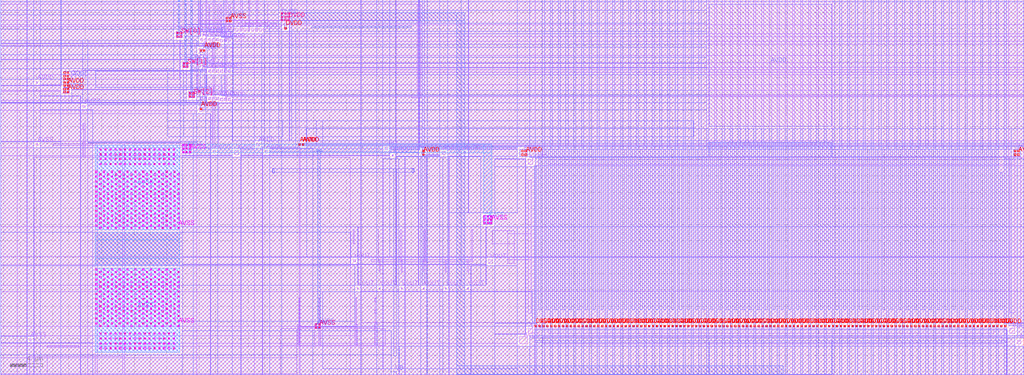
<source format=lef>
VERSION 5.7 ;
BUSBITCHARS "[]" ;
DIVIDERCHAR "/" ;

MACRO LDO_Top_lef
  CLASS BLOCK ;
  ORIGIN 0.34 96.4 ;
  FOREIGN LDO_Top_lef -0.34 -96.4 ;
  SIZE 125.45 BY 46 ;
  SYMMETRY X Y R90 ;
  PIN SW[2]
    DIRECTION INPUT ;
    USE ANALOG ;
    PORT
      LAYER M3 ;
        RECT 22.94 -50.6 23.14 -50.4 ;
    END
    PORT
      LAYER M1 ;
        RECT 22.68 -62.45 23.4 -61.73 ;
      LAYER M2 ;
        RECT 22.74 -62.39 23.34 -61.79 ;
      LAYER V1 ;
        RECT 22.74 -61.99 22.94 -61.79 ;
        RECT 22.74 -62.39 22.94 -62.19 ;
        RECT 23.14 -61.99 23.34 -61.79 ;
        RECT 23.14 -62.39 23.34 -62.19 ;
      LAYER V2 ;
        RECT 22.74 -61.99 22.94 -61.79 ;
        RECT 22.74 -62.39 22.94 -62.19 ;
        RECT 23.14 -61.99 23.34 -61.79 ;
        RECT 23.14 -62.39 23.34 -62.19 ;
    END
    PORT
      LAYER M1 ;
        RECT 24.44 -62 24.6 -61.84 ;
    END
  END SW[2]
  PIN SW[1]
    DIRECTION INPUT ;
    USE ANALOG ;
    PORT
      LAYER M3 ;
        RECT 22.19 -50.6 22.39 -50.4 ;
    END
    PORT
      LAYER M1 ;
        RECT 21.93 -58.78 22.65 -58.06 ;
      LAYER M2 ;
        RECT 21.99 -58.72 22.59 -58.12 ;
      LAYER V1 ;
        RECT 21.99 -58.32 22.19 -58.12 ;
        RECT 21.99 -58.72 22.19 -58.52 ;
        RECT 22.39 -58.32 22.59 -58.12 ;
        RECT 22.39 -58.72 22.59 -58.52 ;
      LAYER V2 ;
        RECT 21.99 -58.32 22.19 -58.12 ;
        RECT 21.99 -58.72 22.19 -58.52 ;
        RECT 22.39 -58.32 22.59 -58.12 ;
        RECT 22.39 -58.72 22.59 -58.52 ;
    END
    PORT
      LAYER M1 ;
        RECT 24.44 -58.64 24.6 -58.48 ;
    END
  END SW[1]
  PIN SW[0]
    DIRECTION INPUT ;
    USE ANALOG ;
    PORT
      LAYER M3 ;
        RECT 21.42 -50.6 21.62 -50.4 ;
    END
    PORT
      LAYER M1 ;
        RECT 21.16 -55.07 21.88 -54.35 ;
      LAYER M2 ;
        RECT 21.22 -55.01 21.82 -54.41 ;
      LAYER V1 ;
        RECT 21.22 -54.61 21.42 -54.41 ;
        RECT 21.22 -55.01 21.42 -54.81 ;
        RECT 21.62 -54.61 21.82 -54.41 ;
        RECT 21.62 -55.01 21.82 -54.81 ;
      LAYER V2 ;
        RECT 21.22 -54.61 21.42 -54.41 ;
        RECT 21.22 -55.01 21.42 -54.81 ;
        RECT 21.62 -54.61 21.82 -54.41 ;
        RECT 21.62 -55.01 21.82 -54.81 ;
    END
    PORT
      LAYER M1 ;
        RECT 24.44 -54.8 24.6 -54.64 ;
    END
  END SW[0]
  PIN VB
    DIRECTION INOUT ;
    USE ANALOG ;
    PORT
      LAYER M2 ;
        RECT 47.82 -96.4 48.22 -96 ;
    END
    PORT
      LAYER M1 ;
        RECT 46.8 -68.77 47.04 -68.53 ;
    END
  END VB
  PIN DVDD
    DIRECTION INOUT ;
    USE POWER ;
    PORT
      LAYER M2 ;
        RECT 34.05 -53 35.05 -52.02 ;
        RECT 35.02 -53.02 35.05 -52.02 ;
        RECT 34.05 -53.02 34.12 -52.02 ;
      LAYER V2 ;
        RECT 34.05 -52.22 34.25 -52.02 ;
        RECT 34.05 -52.62 34.25 -52.42 ;
        RECT 34.05 -53.02 34.25 -52.82 ;
        RECT 34.45 -52.22 34.65 -52.02 ;
        RECT 34.45 -52.62 34.65 -52.42 ;
        RECT 34.45 -53.02 34.65 -52.82 ;
        RECT 34.85 -52.22 35.05 -52.02 ;
        RECT 34.85 -52.62 35.05 -52.42 ;
        RECT 34.85 -53.02 35.05 -52.82 ;
    END
    PORT
      LAYER M1 ;
        RECT 28.48 -54.26 28.76 -54 ;
    END
    PORT
      LAYER M1 ;
        RECT 29.44 -54.26 29.72 -54 ;
    END
    PORT
      LAYER M1 ;
        RECT 30.4 -54.26 30.68 -54 ;
    END
    PORT
      LAYER M1 ;
        RECT 31.36 -54.26 31.64 -54 ;
    END
    PORT
      LAYER M1 ;
        RECT 34.4 -53.95 34.74 -53.78 ;
      LAYER V1 ;
        RECT 34.47 -54.02 34.67 -53.82 ;
    END
    PORT
      LAYER M1 ;
        RECT 65.12 -90.61 65.38 -90.37 ;
      LAYER V1 ;
        RECT 65.15 -90.55 65.35 -90.35 ;
    END
    PORT
      LAYER M1 ;
        RECT 66.08 -90.61 66.34 -90.37 ;
      LAYER V1 ;
        RECT 66.11 -90.55 66.31 -90.35 ;
    END
    PORT
      LAYER M1 ;
        RECT 67.04 -90.61 67.3 -90.37 ;
      LAYER V1 ;
        RECT 67.07 -90.55 67.27 -90.35 ;
    END
    PORT
      LAYER M1 ;
        RECT 68 -90.61 68.26 -90.37 ;
      LAYER V1 ;
        RECT 68.03 -90.55 68.23 -90.35 ;
    END
    PORT
      LAYER M1 ;
        RECT 68.96 -90.61 69.22 -90.37 ;
      LAYER V1 ;
        RECT 68.99 -90.55 69.19 -90.35 ;
    END
    PORT
      LAYER M1 ;
        RECT 69.92 -90.61 70.18 -90.37 ;
      LAYER V1 ;
        RECT 69.95 -90.55 70.15 -90.35 ;
    END
    PORT
      LAYER M1 ;
        RECT 70.88 -90.61 71.14 -90.37 ;
      LAYER V1 ;
        RECT 70.91 -90.55 71.11 -90.35 ;
    END
    PORT
      LAYER M1 ;
        RECT 71.84 -90.61 72.1 -90.37 ;
      LAYER V1 ;
        RECT 71.87 -90.55 72.07 -90.35 ;
    END
    PORT
      LAYER M1 ;
        RECT 72.8 -90.61 73.06 -90.37 ;
      LAYER V1 ;
        RECT 72.83 -90.55 73.03 -90.35 ;
    END
    PORT
      LAYER M1 ;
        RECT 73.76 -90.61 74.02 -90.37 ;
      LAYER V1 ;
        RECT 73.79 -90.55 73.99 -90.35 ;
    END
    PORT
      LAYER M1 ;
        RECT 74.72 -90.61 74.98 -90.37 ;
      LAYER V1 ;
        RECT 74.75 -90.55 74.95 -90.35 ;
    END
    PORT
      LAYER M1 ;
        RECT 75.68 -90.61 75.94 -90.37 ;
      LAYER V1 ;
        RECT 75.71 -90.55 75.91 -90.35 ;
    END
    PORT
      LAYER M1 ;
        RECT 76.64 -90.61 76.9 -90.37 ;
      LAYER V1 ;
        RECT 76.67 -90.55 76.87 -90.35 ;
    END
    PORT
      LAYER M1 ;
        RECT 77.6 -90.61 77.86 -90.37 ;
      LAYER V1 ;
        RECT 77.63 -90.55 77.83 -90.35 ;
    END
    PORT
      LAYER M1 ;
        RECT 78.56 -90.61 78.82 -90.37 ;
      LAYER V1 ;
        RECT 78.59 -90.55 78.79 -90.35 ;
    END
    PORT
      LAYER M1 ;
        RECT 79.52 -90.61 79.78 -90.37 ;
      LAYER V1 ;
        RECT 79.55 -90.55 79.75 -90.35 ;
    END
    PORT
      LAYER M1 ;
        RECT 80.48 -90.61 80.74 -90.37 ;
      LAYER V1 ;
        RECT 80.51 -90.55 80.71 -90.35 ;
    END
    PORT
      LAYER M1 ;
        RECT 81.44 -90.61 81.7 -90.37 ;
      LAYER V1 ;
        RECT 81.47 -90.55 81.67 -90.35 ;
    END
    PORT
      LAYER M1 ;
        RECT 82.4 -90.61 82.66 -90.37 ;
      LAYER V1 ;
        RECT 82.43 -90.55 82.63 -90.35 ;
    END
    PORT
      LAYER M1 ;
        RECT 83.36 -90.61 83.62 -90.37 ;
      LAYER V1 ;
        RECT 83.39 -90.55 83.59 -90.35 ;
    END
    PORT
      LAYER M1 ;
        RECT 84.32 -90.61 84.58 -90.37 ;
      LAYER V1 ;
        RECT 84.35 -90.55 84.55 -90.35 ;
    END
    PORT
      LAYER M1 ;
        RECT 85.28 -90.61 85.54 -90.37 ;
      LAYER V1 ;
        RECT 85.31 -90.55 85.51 -90.35 ;
    END
    PORT
      LAYER M1 ;
        RECT 86.24 -90.61 86.5 -90.37 ;
      LAYER V1 ;
        RECT 86.27 -90.55 86.47 -90.35 ;
    END
    PORT
      LAYER M1 ;
        RECT 87.2 -90.61 87.46 -90.37 ;
      LAYER V1 ;
        RECT 87.23 -90.55 87.43 -90.35 ;
    END
    PORT
      LAYER M1 ;
        RECT 88.16 -90.61 88.42 -90.37 ;
      LAYER V1 ;
        RECT 88.19 -90.55 88.39 -90.35 ;
    END
    PORT
      LAYER M1 ;
        RECT 89.12 -90.61 89.38 -90.37 ;
      LAYER V1 ;
        RECT 89.15 -90.55 89.35 -90.35 ;
    END
    PORT
      LAYER M1 ;
        RECT 90.08 -90.61 90.34 -90.37 ;
      LAYER V1 ;
        RECT 90.11 -90.55 90.31 -90.35 ;
    END
    PORT
      LAYER M1 ;
        RECT 91.04 -90.61 91.3 -90.37 ;
      LAYER V1 ;
        RECT 91.07 -90.55 91.27 -90.35 ;
    END
    PORT
      LAYER M1 ;
        RECT 92 -90.61 92.26 -90.37 ;
      LAYER V1 ;
        RECT 92.03 -90.55 92.23 -90.35 ;
    END
    PORT
      LAYER M1 ;
        RECT 92.96 -90.61 93.22 -90.37 ;
      LAYER V1 ;
        RECT 92.99 -90.55 93.19 -90.35 ;
    END
    PORT
      LAYER M1 ;
        RECT 93.92 -90.61 94.18 -90.37 ;
      LAYER V1 ;
        RECT 93.95 -90.55 94.15 -90.35 ;
    END
    PORT
      LAYER M1 ;
        RECT 94.88 -90.61 95.14 -90.37 ;
      LAYER V1 ;
        RECT 94.91 -90.55 95.11 -90.35 ;
    END
    PORT
      LAYER M1 ;
        RECT 95.84 -90.61 96.1 -90.37 ;
      LAYER V1 ;
        RECT 95.87 -90.55 96.07 -90.35 ;
    END
    PORT
      LAYER M1 ;
        RECT 96.8 -90.61 97.06 -90.37 ;
      LAYER V1 ;
        RECT 96.83 -90.55 97.03 -90.35 ;
    END
    PORT
      LAYER M1 ;
        RECT 97.76 -90.61 98.02 -90.37 ;
      LAYER V1 ;
        RECT 97.79 -90.55 97.99 -90.35 ;
    END
    PORT
      LAYER M1 ;
        RECT 98.72 -90.61 98.98 -90.37 ;
      LAYER V1 ;
        RECT 98.75 -90.55 98.95 -90.35 ;
    END
    PORT
      LAYER M1 ;
        RECT 99.68 -90.61 99.94 -90.37 ;
      LAYER V1 ;
        RECT 99.71 -90.55 99.91 -90.35 ;
    END
    PORT
      LAYER M1 ;
        RECT 100.64 -90.61 100.9 -90.37 ;
      LAYER V1 ;
        RECT 100.67 -90.55 100.87 -90.35 ;
    END
    PORT
      LAYER M1 ;
        RECT 101.6 -90.61 101.86 -90.37 ;
      LAYER V1 ;
        RECT 101.63 -90.55 101.83 -90.35 ;
    END
    PORT
      LAYER M1 ;
        RECT 102.56 -90.61 102.82 -90.37 ;
      LAYER V1 ;
        RECT 102.59 -90.55 102.79 -90.35 ;
    END
    PORT
      LAYER M1 ;
        RECT 103.52 -90.61 103.78 -90.37 ;
      LAYER V1 ;
        RECT 103.55 -90.55 103.75 -90.35 ;
    END
    PORT
      LAYER M1 ;
        RECT 104.48 -90.61 104.74 -90.37 ;
      LAYER V1 ;
        RECT 104.51 -90.55 104.71 -90.35 ;
    END
    PORT
      LAYER M1 ;
        RECT 105.44 -90.61 105.7 -90.37 ;
      LAYER V1 ;
        RECT 105.47 -90.55 105.67 -90.35 ;
    END
    PORT
      LAYER M1 ;
        RECT 106.4 -90.61 106.66 -90.37 ;
      LAYER V1 ;
        RECT 106.43 -90.55 106.63 -90.35 ;
    END
    PORT
      LAYER M1 ;
        RECT 107.36 -90.61 107.62 -90.37 ;
      LAYER V1 ;
        RECT 107.39 -90.55 107.59 -90.35 ;
    END
    PORT
      LAYER M1 ;
        RECT 108.32 -90.61 108.58 -90.37 ;
      LAYER V1 ;
        RECT 108.35 -90.55 108.55 -90.35 ;
    END
    PORT
      LAYER M1 ;
        RECT 109.28 -90.61 109.54 -90.37 ;
      LAYER V1 ;
        RECT 109.31 -90.55 109.51 -90.35 ;
    END
    PORT
      LAYER M1 ;
        RECT 110.24 -90.61 110.5 -90.37 ;
      LAYER V1 ;
        RECT 110.27 -90.55 110.47 -90.35 ;
    END
    PORT
      LAYER M1 ;
        RECT 111.2 -90.61 111.46 -90.37 ;
      LAYER V1 ;
        RECT 111.23 -90.55 111.43 -90.35 ;
    END
    PORT
      LAYER M1 ;
        RECT 112.16 -90.61 112.42 -90.37 ;
      LAYER V1 ;
        RECT 112.19 -90.55 112.39 -90.35 ;
    END
    PORT
      LAYER M1 ;
        RECT 113.12 -90.61 113.38 -90.37 ;
      LAYER V1 ;
        RECT 113.15 -90.55 113.35 -90.35 ;
    END
    PORT
      LAYER M1 ;
        RECT 114.08 -90.61 114.34 -90.37 ;
      LAYER V1 ;
        RECT 114.11 -90.55 114.31 -90.35 ;
    END
    PORT
      LAYER M1 ;
        RECT 115.04 -90.61 115.3 -90.37 ;
      LAYER V1 ;
        RECT 115.07 -90.55 115.27 -90.35 ;
    END
    PORT
      LAYER M1 ;
        RECT 116 -90.61 116.26 -90.37 ;
      LAYER V1 ;
        RECT 116.03 -90.55 116.23 -90.35 ;
    END
    PORT
      LAYER M1 ;
        RECT 116.96 -90.61 117.22 -90.37 ;
      LAYER V1 ;
        RECT 116.99 -90.55 117.19 -90.35 ;
    END
    PORT
      LAYER M1 ;
        RECT 117.92 -90.61 118.18 -90.37 ;
      LAYER V1 ;
        RECT 117.95 -90.55 118.15 -90.35 ;
    END
    PORT
      LAYER M1 ;
        RECT 118.88 -90.61 119.14 -90.37 ;
      LAYER V1 ;
        RECT 118.91 -90.55 119.11 -90.35 ;
    END
    PORT
      LAYER M1 ;
        RECT 119.84 -90.61 120.1 -90.37 ;
      LAYER V1 ;
        RECT 119.87 -90.55 120.07 -90.35 ;
    END
    PORT
      LAYER M1 ;
        RECT 120.8 -90.61 121.06 -90.37 ;
      LAYER V1 ;
        RECT 120.83 -90.55 121.03 -90.35 ;
    END
    PORT
      LAYER M1 ;
        RECT 121.76 -90.61 122.02 -90.37 ;
      LAYER V1 ;
        RECT 121.79 -90.55 121.99 -90.35 ;
    END
    PORT
      LAYER M1 ;
        RECT 122.72 -90.61 122.98 -90.37 ;
      LAYER V1 ;
        RECT 122.75 -90.55 122.95 -90.35 ;
    END
  END DVDD
  PIN AVDD
    DIRECTION INOUT ;
    USE ANALOG ;
    PORT
      LAYER M2 ;
        RECT 7.38 -61.17 9.38 -59.17 ;
      LAYER V1 ;
        RECT 7.38 -59.45 7.58 -59.25 ;
        RECT 7.38 -59.85 7.58 -59.65 ;
        RECT 7.38 -60.25 7.58 -60.05 ;
        RECT 7.38 -60.65 7.58 -60.45 ;
        RECT 7.38 -61.05 7.58 -60.85 ;
        RECT 7.78 -59.45 7.98 -59.25 ;
        RECT 7.78 -59.85 7.98 -59.65 ;
        RECT 7.78 -60.25 7.98 -60.05 ;
        RECT 7.78 -60.65 7.98 -60.45 ;
        RECT 7.78 -61.05 7.98 -60.85 ;
    END
    PORT
      LAYER M2 ;
        RECT 36.13 -68.33 36.43 -68.03 ;
      LAYER V1 ;
        RECT 36.2 -68.29 36.4 -68.09 ;
    END
    PORT
      LAYER M2 ;
        RECT 86.55 -65.95 101.55 -50.95 ;
    END
    PORT
      LAYER M2 ;
        RECT 123.9 -69.65 124.78 -68.77 ;
      LAYER V1 ;
        RECT 123.94 -69.09 124.14 -68.89 ;
        RECT 123.94 -69.53 124.14 -69.33 ;
        RECT 124.34 -69.09 124.54 -68.89 ;
        RECT 124.34 -69.53 124.54 -69.33 ;
    END
    PORT
      LAYER M1 ;
        RECT 4.01 -60.63 4.17 -60.47 ;
    END
    PORT
      LAYER M1 ;
        RECT 7.32 -61.91 8.04 -61.19 ;
      LAYER M2 ;
        RECT 7.38 -61.85 7.98 -61.25 ;
      LAYER V1 ;
        RECT 7.38 -61.45 7.58 -61.25 ;
        RECT 7.38 -61.85 7.58 -61.65 ;
        RECT 7.78 -61.45 7.98 -61.25 ;
        RECT 7.78 -61.85 7.98 -61.65 ;
    END
    PORT
      LAYER M1 ;
        RECT 24.16 -55.47 24.44 -55.19 ;
    END
    PORT
      LAYER M1 ;
        RECT 24.16 -62.67 24.44 -62.39 ;
    END
    PORT
      LAYER M1 ;
        RECT 23.98 -56.88 24.46 -56.4 ;
      LAYER M2 ;
        RECT 24.08 -57.14 24.68 -56.54 ;
      LAYER V1 ;
        RECT 24.08 -56.74 24.28 -56.54 ;
        RECT 24.48 -56.74 24.68 -56.54 ;
    END
    PORT
      LAYER M1 ;
        RECT 23.98 -64.08 24.46 -63.6 ;
      LAYER V1 ;
        RECT 24.08 -63.94 24.28 -63.74 ;
    END
    PORT
      LAYER M1 ;
        RECT 25.12 -55.47 25.4 -55.19 ;
    END
    PORT
      LAYER M1 ;
        RECT 25.12 -62.67 25.4 -62.39 ;
    END
    PORT
      LAYER M1 ;
        RECT 25.67 -69.21 25.93 -68.95 ;
    END
    PORT
      LAYER M1 ;
        RECT 26.08 -55.47 26.36 -55.19 ;
    END
    PORT
      LAYER M1 ;
        RECT 26.08 -62.67 26.36 -62.39 ;
    END
    PORT
      LAYER M1 ;
        RECT 26.56 -55.58 26.84 -55.3 ;
    END
    PORT
      LAYER M1 ;
        RECT 26.56 -62.78 26.84 -62.5 ;
    END
    PORT
      LAYER M1 ;
        RECT 27.52 -55.58 27.8 -55.3 ;
    END
    PORT
      LAYER M1 ;
        RECT 27.52 -62.78 27.8 -62.5 ;
    END
    PORT
      LAYER M1 ;
        RECT 28.33 -69.42 28.8 -68.95 ;
    END
    PORT
      LAYER M1 ;
        RECT 31.05 -68.33 31.35 -68.03 ;
    END
    PORT
      LAYER M1 ;
        RECT 32.05 -69.21 32.31 -68.95 ;
    END
    PORT
      LAYER M1 ;
        RECT 36.55 -68.35 36.87 -68.03 ;
      LAYER V1 ;
        RECT 36.6 -68.29 36.8 -68.09 ;
    END
    PORT
      LAYER M1 ;
        RECT 47.64 -69.59 47.8 -69.43 ;
    END
    PORT
      LAYER M1 ;
        RECT 51.31 -69.16 51.63 -68.84 ;
        RECT 51.19 -69.3 51.45 -69.04 ;
      LAYER V1 ;
        RECT 51.37 -69.1 51.57 -68.9 ;
        RECT 51.37 -69.5 51.57 -69.3 ;
    END
    PORT
      LAYER M1 ;
        RECT 53.8 -69.38 54.14 -69.04 ;
    END
    PORT
      LAYER M1 ;
        RECT 56.44 -69.3 56.7 -69.04 ;
    END
    PORT
      LAYER M1 ;
        RECT 63.32 -69.65 64.2 -68.77 ;
      LAYER V1 ;
        RECT 63.54 -69.09 63.74 -68.89 ;
        RECT 63.54 -69.53 63.74 -69.33 ;
        RECT 63.94 -69.09 64.14 -68.89 ;
        RECT 63.94 -69.53 64.14 -69.33 ;
    END
    PORT
      LAYER M1 ;
        RECT 63.32 -92.61 64.2 -91.73 ;
    END
    PORT
      LAYER M1 ;
        RECT 65.6 -90.61 65.86 -90.35 ;
      LAYER M2 ;
        RECT 65.6 -90.61 65.86 -90.35 ;
      LAYER V1 ;
        RECT 65.63 -90.55 65.83 -90.35 ;
    END
    PORT
      LAYER M1 ;
        RECT 66.56 -90.61 66.82 -90.35 ;
      LAYER M2 ;
        RECT 66.56 -90.61 66.82 -90.35 ;
      LAYER V1 ;
        RECT 66.59 -90.55 66.79 -90.35 ;
    END
    PORT
      LAYER M1 ;
        RECT 67.52 -90.61 67.78 -90.35 ;
      LAYER M2 ;
        RECT 67.52 -90.61 67.78 -90.35 ;
      LAYER V1 ;
        RECT 67.55 -90.55 67.75 -90.35 ;
    END
    PORT
      LAYER M1 ;
        RECT 68.48 -90.61 68.74 -90.35 ;
      LAYER M2 ;
        RECT 68.48 -90.61 68.74 -90.35 ;
      LAYER V1 ;
        RECT 68.51 -90.55 68.71 -90.35 ;
    END
    PORT
      LAYER M1 ;
        RECT 69.44 -90.61 69.7 -90.35 ;
      LAYER M2 ;
        RECT 69.44 -90.61 69.7 -90.35 ;
      LAYER V1 ;
        RECT 69.47 -90.55 69.67 -90.35 ;
    END
    PORT
      LAYER M1 ;
        RECT 70.4 -90.61 70.66 -90.35 ;
      LAYER M2 ;
        RECT 70.4 -90.61 70.66 -90.35 ;
      LAYER V1 ;
        RECT 70.43 -90.55 70.63 -90.35 ;
    END
    PORT
      LAYER M1 ;
        RECT 71.36 -90.61 71.62 -90.35 ;
      LAYER M2 ;
        RECT 71.36 -90.61 71.62 -90.35 ;
      LAYER V1 ;
        RECT 71.39 -90.55 71.59 -90.35 ;
    END
    PORT
      LAYER M1 ;
        RECT 72.32 -90.61 72.58 -90.35 ;
      LAYER M2 ;
        RECT 72.32 -90.61 72.58 -90.35 ;
      LAYER V1 ;
        RECT 72.35 -90.55 72.55 -90.35 ;
    END
    PORT
      LAYER M1 ;
        RECT 73.28 -90.61 73.54 -90.35 ;
      LAYER M2 ;
        RECT 73.28 -90.61 73.54 -90.35 ;
      LAYER V1 ;
        RECT 73.31 -90.55 73.51 -90.35 ;
    END
    PORT
      LAYER M1 ;
        RECT 74.24 -90.61 74.5 -90.35 ;
      LAYER M2 ;
        RECT 74.24 -90.61 74.5 -90.35 ;
      LAYER V1 ;
        RECT 74.27 -90.55 74.47 -90.35 ;
    END
    PORT
      LAYER M1 ;
        RECT 75.2 -90.61 75.46 -90.35 ;
      LAYER M2 ;
        RECT 75.2 -90.61 75.46 -90.35 ;
      LAYER V1 ;
        RECT 75.23 -90.55 75.43 -90.35 ;
    END
    PORT
      LAYER M1 ;
        RECT 76.16 -90.61 76.42 -90.35 ;
      LAYER M2 ;
        RECT 76.16 -90.61 76.42 -90.35 ;
      LAYER V1 ;
        RECT 76.19 -90.55 76.39 -90.35 ;
    END
    PORT
      LAYER M1 ;
        RECT 77.12 -90.61 77.38 -90.35 ;
      LAYER M2 ;
        RECT 77.12 -90.61 77.38 -90.35 ;
      LAYER V1 ;
        RECT 77.15 -90.55 77.35 -90.35 ;
    END
    PORT
      LAYER M1 ;
        RECT 78.08 -90.61 78.34 -90.35 ;
      LAYER M2 ;
        RECT 78.08 -90.61 78.34 -90.35 ;
      LAYER V1 ;
        RECT 78.11 -90.55 78.31 -90.35 ;
    END
    PORT
      LAYER M1 ;
        RECT 79.04 -90.61 79.3 -90.35 ;
      LAYER M2 ;
        RECT 79.04 -90.61 79.3 -90.35 ;
      LAYER V1 ;
        RECT 79.07 -90.55 79.27 -90.35 ;
    END
    PORT
      LAYER M1 ;
        RECT 80 -90.61 80.26 -90.35 ;
      LAYER M2 ;
        RECT 80 -90.61 80.26 -90.35 ;
      LAYER V1 ;
        RECT 80.03 -90.55 80.23 -90.35 ;
    END
    PORT
      LAYER M1 ;
        RECT 80.96 -90.61 81.22 -90.35 ;
      LAYER M2 ;
        RECT 80.96 -90.61 81.22 -90.35 ;
      LAYER V1 ;
        RECT 80.99 -90.55 81.19 -90.35 ;
    END
    PORT
      LAYER M1 ;
        RECT 81.92 -90.61 82.18 -90.35 ;
      LAYER M2 ;
        RECT 81.92 -90.61 82.18 -90.35 ;
      LAYER V1 ;
        RECT 81.95 -90.55 82.15 -90.35 ;
    END
    PORT
      LAYER M1 ;
        RECT 82.88 -90.61 83.14 -90.35 ;
      LAYER M2 ;
        RECT 82.88 -90.61 83.14 -90.35 ;
      LAYER V1 ;
        RECT 82.91 -90.55 83.11 -90.35 ;
    END
    PORT
      LAYER M1 ;
        RECT 83.84 -90.61 84.1 -90.35 ;
      LAYER M2 ;
        RECT 83.84 -90.61 84.1 -90.35 ;
      LAYER V1 ;
        RECT 83.87 -90.55 84.07 -90.35 ;
    END
    PORT
      LAYER M1 ;
        RECT 84.8 -90.61 85.06 -90.35 ;
      LAYER M2 ;
        RECT 84.8 -90.61 85.06 -90.35 ;
      LAYER V1 ;
        RECT 84.83 -90.55 85.03 -90.35 ;
    END
    PORT
      LAYER M1 ;
        RECT 85.76 -90.61 86.02 -90.35 ;
      LAYER M2 ;
        RECT 85.76 -90.61 86.02 -90.35 ;
      LAYER V1 ;
        RECT 85.79 -90.55 85.99 -90.35 ;
    END
    PORT
      LAYER M1 ;
        RECT 86.72 -90.61 86.98 -90.35 ;
      LAYER M2 ;
        RECT 86.72 -90.61 86.98 -90.35 ;
      LAYER V1 ;
        RECT 86.75 -90.55 86.95 -90.35 ;
    END
    PORT
      LAYER M1 ;
        RECT 87.68 -90.61 87.94 -90.35 ;
      LAYER M2 ;
        RECT 87.68 -90.61 87.94 -90.35 ;
      LAYER V1 ;
        RECT 87.71 -90.55 87.91 -90.35 ;
    END
    PORT
      LAYER M1 ;
        RECT 88.64 -90.61 88.9 -90.35 ;
      LAYER M2 ;
        RECT 88.64 -90.61 88.9 -90.35 ;
      LAYER V1 ;
        RECT 88.67 -90.55 88.87 -90.35 ;
    END
    PORT
      LAYER M1 ;
        RECT 89.6 -90.61 89.86 -90.35 ;
      LAYER M2 ;
        RECT 89.6 -90.61 89.86 -90.35 ;
      LAYER V1 ;
        RECT 89.63 -90.55 89.83 -90.35 ;
    END
    PORT
      LAYER M1 ;
        RECT 90.56 -90.61 90.82 -90.35 ;
      LAYER M2 ;
        RECT 90.56 -90.61 90.82 -90.35 ;
      LAYER V1 ;
        RECT 90.59 -90.55 90.79 -90.35 ;
    END
    PORT
      LAYER M1 ;
        RECT 91.52 -90.61 91.78 -90.35 ;
      LAYER M2 ;
        RECT 91.52 -90.61 91.78 -90.35 ;
      LAYER V1 ;
        RECT 91.55 -90.55 91.75 -90.35 ;
    END
    PORT
      LAYER M1 ;
        RECT 92.48 -90.61 92.74 -90.35 ;
      LAYER M2 ;
        RECT 92.48 -90.61 92.74 -90.35 ;
      LAYER V1 ;
        RECT 92.51 -90.55 92.71 -90.35 ;
    END
    PORT
      LAYER M1 ;
        RECT 93.44 -90.61 93.7 -90.35 ;
      LAYER M2 ;
        RECT 93.44 -90.61 93.7 -90.35 ;
      LAYER V1 ;
        RECT 93.47 -90.55 93.67 -90.35 ;
    END
    PORT
      LAYER M1 ;
        RECT 94.4 -90.61 94.66 -90.35 ;
      LAYER M2 ;
        RECT 94.4 -90.61 94.66 -90.35 ;
      LAYER V1 ;
        RECT 94.43 -90.55 94.63 -90.35 ;
    END
    PORT
      LAYER M1 ;
        RECT 95.36 -90.61 95.62 -90.35 ;
      LAYER M2 ;
        RECT 95.36 -90.61 95.62 -90.35 ;
      LAYER V1 ;
        RECT 95.39 -90.55 95.59 -90.35 ;
    END
    PORT
      LAYER M1 ;
        RECT 96.32 -90.61 96.58 -90.35 ;
      LAYER M2 ;
        RECT 96.32 -90.61 96.58 -90.35 ;
      LAYER V1 ;
        RECT 96.35 -90.55 96.55 -90.35 ;
    END
    PORT
      LAYER M1 ;
        RECT 97.28 -90.61 97.54 -90.35 ;
      LAYER M2 ;
        RECT 97.28 -90.61 97.54 -90.35 ;
      LAYER V1 ;
        RECT 97.31 -90.55 97.51 -90.35 ;
    END
    PORT
      LAYER M1 ;
        RECT 98.24 -90.61 98.5 -90.35 ;
      LAYER M2 ;
        RECT 98.24 -90.61 98.5 -90.35 ;
      LAYER V1 ;
        RECT 98.27 -90.55 98.47 -90.35 ;
    END
    PORT
      LAYER M1 ;
        RECT 99.2 -90.61 99.46 -90.35 ;
      LAYER M2 ;
        RECT 99.2 -90.61 99.46 -90.35 ;
      LAYER V1 ;
        RECT 99.23 -90.55 99.43 -90.35 ;
    END
    PORT
      LAYER M1 ;
        RECT 100.16 -90.61 100.42 -90.35 ;
      LAYER M2 ;
        RECT 100.16 -90.61 100.42 -90.35 ;
      LAYER V1 ;
        RECT 100.19 -90.55 100.39 -90.35 ;
    END
    PORT
      LAYER M1 ;
        RECT 101.12 -90.61 101.38 -90.35 ;
      LAYER M2 ;
        RECT 101.12 -90.61 101.38 -90.35 ;
      LAYER V1 ;
        RECT 101.15 -90.55 101.35 -90.35 ;
    END
    PORT
      LAYER M1 ;
        RECT 102.08 -90.61 102.34 -90.35 ;
      LAYER M2 ;
        RECT 102.08 -90.61 102.34 -90.35 ;
      LAYER V1 ;
        RECT 102.11 -90.55 102.31 -90.35 ;
    END
    PORT
      LAYER M1 ;
        RECT 103.04 -90.61 103.3 -90.35 ;
      LAYER M2 ;
        RECT 103.04 -90.61 103.3 -90.35 ;
      LAYER V1 ;
        RECT 103.07 -90.55 103.27 -90.35 ;
    END
    PORT
      LAYER M1 ;
        RECT 104 -90.61 104.26 -90.35 ;
      LAYER M2 ;
        RECT 104 -90.61 104.26 -90.35 ;
      LAYER V1 ;
        RECT 104.03 -90.55 104.23 -90.35 ;
    END
    PORT
      LAYER M1 ;
        RECT 104.96 -90.61 105.22 -90.35 ;
      LAYER M2 ;
        RECT 104.96 -90.61 105.22 -90.35 ;
      LAYER V1 ;
        RECT 104.99 -90.55 105.19 -90.35 ;
    END
    PORT
      LAYER M1 ;
        RECT 105.92 -90.61 106.18 -90.35 ;
      LAYER M2 ;
        RECT 105.92 -90.61 106.18 -90.35 ;
      LAYER V1 ;
        RECT 105.95 -90.55 106.15 -90.35 ;
    END
    PORT
      LAYER M1 ;
        RECT 106.88 -90.61 107.14 -90.35 ;
      LAYER M2 ;
        RECT 106.88 -90.61 107.14 -90.35 ;
      LAYER V1 ;
        RECT 106.91 -90.55 107.11 -90.35 ;
    END
    PORT
      LAYER M1 ;
        RECT 107.84 -90.61 108.1 -90.35 ;
      LAYER M2 ;
        RECT 107.84 -90.61 108.1 -90.35 ;
      LAYER V1 ;
        RECT 107.87 -90.55 108.07 -90.35 ;
    END
    PORT
      LAYER M1 ;
        RECT 108.8 -90.61 109.06 -90.35 ;
      LAYER M2 ;
        RECT 108.8 -90.61 109.06 -90.35 ;
      LAYER V1 ;
        RECT 108.83 -90.55 109.03 -90.35 ;
    END
    PORT
      LAYER M1 ;
        RECT 109.76 -90.61 110.02 -90.35 ;
      LAYER M2 ;
        RECT 109.76 -90.61 110.02 -90.35 ;
      LAYER V1 ;
        RECT 109.79 -90.55 109.99 -90.35 ;
    END
    PORT
      LAYER M1 ;
        RECT 110.72 -90.61 110.98 -90.35 ;
      LAYER M2 ;
        RECT 110.72 -90.61 110.98 -90.35 ;
      LAYER V1 ;
        RECT 110.75 -90.55 110.95 -90.35 ;
    END
    PORT
      LAYER M1 ;
        RECT 111.68 -90.61 111.94 -90.35 ;
      LAYER M2 ;
        RECT 111.68 -90.61 111.94 -90.35 ;
      LAYER V1 ;
        RECT 111.71 -90.55 111.91 -90.35 ;
    END
    PORT
      LAYER M1 ;
        RECT 112.64 -90.61 112.9 -90.35 ;
      LAYER M2 ;
        RECT 112.64 -90.61 112.9 -90.35 ;
      LAYER V1 ;
        RECT 112.67 -90.55 112.87 -90.35 ;
    END
    PORT
      LAYER M1 ;
        RECT 113.6 -90.61 113.86 -90.35 ;
      LAYER M2 ;
        RECT 113.6 -90.61 113.86 -90.35 ;
      LAYER V1 ;
        RECT 113.63 -90.55 113.83 -90.35 ;
    END
    PORT
      LAYER M1 ;
        RECT 114.56 -90.61 114.82 -90.35 ;
      LAYER M2 ;
        RECT 114.56 -90.61 114.82 -90.35 ;
      LAYER V1 ;
        RECT 114.59 -90.55 114.79 -90.35 ;
    END
    PORT
      LAYER M1 ;
        RECT 115.52 -90.61 115.78 -90.35 ;
      LAYER M2 ;
        RECT 115.52 -90.61 115.78 -90.35 ;
      LAYER V1 ;
        RECT 115.55 -90.55 115.75 -90.35 ;
    END
    PORT
      LAYER M1 ;
        RECT 116.48 -90.61 116.74 -90.35 ;
      LAYER M2 ;
        RECT 116.48 -90.61 116.74 -90.35 ;
      LAYER V1 ;
        RECT 116.51 -90.55 116.71 -90.35 ;
    END
    PORT
      LAYER M1 ;
        RECT 117.44 -90.61 117.7 -90.35 ;
      LAYER M2 ;
        RECT 117.44 -90.61 117.7 -90.35 ;
      LAYER V1 ;
        RECT 117.47 -90.55 117.67 -90.35 ;
    END
    PORT
      LAYER M1 ;
        RECT 118.4 -90.61 118.66 -90.35 ;
      LAYER M2 ;
        RECT 118.4 -90.61 118.66 -90.35 ;
      LAYER V1 ;
        RECT 118.43 -90.55 118.63 -90.35 ;
    END
    PORT
      LAYER M1 ;
        RECT 119.36 -90.61 119.62 -90.35 ;
      LAYER M2 ;
        RECT 119.36 -90.61 119.62 -90.35 ;
      LAYER V1 ;
        RECT 119.39 -90.55 119.59 -90.35 ;
    END
    PORT
      LAYER M1 ;
        RECT 120.32 -90.61 120.58 -90.35 ;
      LAYER M2 ;
        RECT 120.32 -90.61 120.58 -90.35 ;
      LAYER V1 ;
        RECT 120.35 -90.55 120.55 -90.35 ;
    END
    PORT
      LAYER M1 ;
        RECT 121.28 -90.61 121.54 -90.35 ;
      LAYER M2 ;
        RECT 121.28 -90.61 121.54 -90.35 ;
      LAYER V1 ;
        RECT 121.31 -90.55 121.51 -90.35 ;
    END
    PORT
      LAYER M1 ;
        RECT 122.24 -90.61 122.5 -90.35 ;
      LAYER M2 ;
        RECT 122.24 -90.61 122.5 -90.35 ;
      LAYER V1 ;
        RECT 122.27 -90.55 122.47 -90.35 ;
    END
    PORT
      LAYER M1 ;
        RECT 124.34 -92.61 124.78 -92.17 ;
    END
  END AVDD
  PIN VOUT
    DIRECTION OUTPUT ;
    USE ANALOG ;
    PORT
      LAYER M1 ;
        RECT 42.85 -82.58 43.15 -82.28 ;
    END
    PORT
      LAYER M1 ;
        RECT 43.35 -85.91 43.51 -85.75 ;
    END
    PORT
      LAYER M1 ;
        RECT 46.05 -85.91 46.21 -85.75 ;
    END
    PORT
      LAYER M1 ;
        RECT 48.75 -85.91 48.91 -85.75 ;
    END
    PORT
      LAYER M1 ;
        RECT 51.45 -85.91 51.61 -85.75 ;
    END
    PORT
      LAYER M1 ;
        RECT 54.15 -85.91 54.31 -85.75 ;
    END
    PORT
      LAYER M1 ;
        RECT 56.85 -85.91 57.01 -85.75 ;
    END
    PORT
      LAYER M1 ;
        RECT 59.47 -82.73 59.92 -82.28 ;
    END
    PORT
      LAYER M1 ;
        RECT 64.32 -91.33 64.88 -90.77 ;
    END
    PORT
      LAYER M1 ;
        RECT 64.32 -70.61 64.9 -70.03 ;
    END
    PORT
      LAYER M1 ;
        RECT 123.38 -91.33 124 -90.71 ;
    END
  END VOUT
  PIN AVSS
    DIRECTION INOUT ;
    USE GROUND ;
    PORT
      LAYER M2 ;
        RECT 11.21 -78.61 21.57 -68.27 ;
      LAYER M3 ;
        RECT 11.21 -78.61 21.57 -68.27 ;
      LAYER M4 ;
        RECT 11.21 -78.61 21.57 -68.27 ;
      LAYER V3 ;
        RECT 11.25 -71.62 11.45 -71.42 ;
        RECT 11.25 -72.22 11.45 -72.02 ;
        RECT 11.25 -72.82 11.45 -72.62 ;
        RECT 11.25 -73.42 11.45 -73.22 ;
        RECT 11.25 -74.02 11.45 -73.82 ;
        RECT 11.25 -74.62 11.45 -74.42 ;
        RECT 11.25 -75.22 11.45 -75.02 ;
        RECT 11.25 -75.82 11.45 -75.62 ;
        RECT 11.25 -76.42 11.45 -76.22 ;
        RECT 11.25 -77.02 11.45 -76.82 ;
        RECT 11.25 -77.62 11.45 -77.42 ;
        RECT 11.25 -78.22 11.45 -78.02 ;
        RECT 11.73 -71.92 11.93 -71.72 ;
        RECT 11.73 -72.52 11.93 -72.32 ;
        RECT 11.73 -73.12 11.93 -72.92 ;
        RECT 11.73 -73.72 11.93 -73.52 ;
        RECT 11.73 -74.32 11.93 -74.12 ;
        RECT 11.73 -74.92 11.93 -74.72 ;
        RECT 11.73 -75.52 11.93 -75.32 ;
        RECT 11.73 -76.12 11.93 -75.92 ;
        RECT 11.73 -76.72 11.93 -76.52 ;
        RECT 11.73 -77.32 11.93 -77.12 ;
        RECT 11.73 -77.92 11.93 -77.72 ;
        RECT 11.73 -78.52 11.93 -78.32 ;
        RECT 11.79 -68.87 11.99 -68.67 ;
        RECT 11.79 -69.47 11.99 -69.27 ;
        RECT 11.79 -70.07 11.99 -69.87 ;
        RECT 11.79 -70.67 11.99 -70.47 ;
        RECT 12.21 -71.62 12.41 -71.42 ;
        RECT 12.21 -72.22 12.41 -72.02 ;
        RECT 12.21 -72.82 12.41 -72.62 ;
        RECT 12.21 -73.42 12.41 -73.22 ;
        RECT 12.21 -74.02 12.41 -73.82 ;
        RECT 12.21 -74.62 12.41 -74.42 ;
        RECT 12.21 -75.22 12.41 -75.02 ;
        RECT 12.21 -75.82 12.41 -75.62 ;
        RECT 12.21 -76.42 12.41 -76.22 ;
        RECT 12.21 -77.02 12.41 -76.82 ;
        RECT 12.21 -77.62 12.41 -77.42 ;
        RECT 12.21 -78.22 12.41 -78.02 ;
        RECT 12.39 -68.87 12.59 -68.67 ;
        RECT 12.39 -69.47 12.59 -69.27 ;
        RECT 12.39 -70.07 12.59 -69.87 ;
        RECT 12.39 -70.67 12.59 -70.47 ;
        RECT 12.69 -71.92 12.89 -71.72 ;
        RECT 12.69 -72.52 12.89 -72.32 ;
        RECT 12.69 -73.12 12.89 -72.92 ;
        RECT 12.69 -73.72 12.89 -73.52 ;
        RECT 12.69 -74.32 12.89 -74.12 ;
        RECT 12.69 -74.92 12.89 -74.72 ;
        RECT 12.69 -75.52 12.89 -75.32 ;
        RECT 12.69 -76.12 12.89 -75.92 ;
        RECT 12.69 -76.72 12.89 -76.52 ;
        RECT 12.69 -77.32 12.89 -77.12 ;
        RECT 12.69 -77.92 12.89 -77.72 ;
        RECT 12.69 -78.52 12.89 -78.32 ;
        RECT 12.99 -68.87 13.19 -68.67 ;
        RECT 12.99 -69.47 13.19 -69.27 ;
        RECT 12.99 -70.07 13.19 -69.87 ;
        RECT 12.99 -70.67 13.19 -70.47 ;
        RECT 13.17 -71.62 13.37 -71.42 ;
        RECT 13.17 -72.22 13.37 -72.02 ;
        RECT 13.17 -72.82 13.37 -72.62 ;
        RECT 13.17 -73.42 13.37 -73.22 ;
        RECT 13.17 -74.02 13.37 -73.82 ;
        RECT 13.17 -74.62 13.37 -74.42 ;
        RECT 13.17 -75.22 13.37 -75.02 ;
        RECT 13.17 -75.82 13.37 -75.62 ;
        RECT 13.17 -76.42 13.37 -76.22 ;
        RECT 13.17 -77.02 13.37 -76.82 ;
        RECT 13.17 -77.62 13.37 -77.42 ;
        RECT 13.17 -78.22 13.37 -78.02 ;
        RECT 13.59 -68.87 13.79 -68.67 ;
        RECT 13.59 -69.47 13.79 -69.27 ;
        RECT 13.59 -70.07 13.79 -69.87 ;
        RECT 13.59 -70.67 13.79 -70.47 ;
        RECT 13.65 -71.92 13.85 -71.72 ;
        RECT 13.65 -72.52 13.85 -72.32 ;
        RECT 13.65 -73.12 13.85 -72.92 ;
        RECT 13.65 -73.72 13.85 -73.52 ;
        RECT 13.65 -74.32 13.85 -74.12 ;
        RECT 13.65 -74.92 13.85 -74.72 ;
        RECT 13.65 -75.52 13.85 -75.32 ;
        RECT 13.65 -76.12 13.85 -75.92 ;
        RECT 13.65 -76.72 13.85 -76.52 ;
        RECT 13.65 -77.32 13.85 -77.12 ;
        RECT 13.65 -77.92 13.85 -77.72 ;
        RECT 13.65 -78.52 13.85 -78.32 ;
        RECT 14.13 -71.62 14.33 -71.42 ;
        RECT 14.13 -72.22 14.33 -72.02 ;
        RECT 14.13 -72.82 14.33 -72.62 ;
        RECT 14.13 -73.42 14.33 -73.22 ;
        RECT 14.13 -74.02 14.33 -73.82 ;
        RECT 14.13 -74.62 14.33 -74.42 ;
        RECT 14.13 -75.22 14.33 -75.02 ;
        RECT 14.13 -75.82 14.33 -75.62 ;
        RECT 14.13 -76.42 14.33 -76.22 ;
        RECT 14.13 -77.02 14.33 -76.82 ;
        RECT 14.13 -77.62 14.33 -77.42 ;
        RECT 14.13 -78.22 14.33 -78.02 ;
        RECT 14.19 -68.87 14.39 -68.67 ;
        RECT 14.19 -69.47 14.39 -69.27 ;
        RECT 14.19 -70.07 14.39 -69.87 ;
        RECT 14.19 -70.67 14.39 -70.47 ;
        RECT 14.61 -71.92 14.81 -71.72 ;
        RECT 14.61 -72.52 14.81 -72.32 ;
        RECT 14.61 -73.12 14.81 -72.92 ;
        RECT 14.61 -73.72 14.81 -73.52 ;
        RECT 14.61 -74.32 14.81 -74.12 ;
        RECT 14.61 -74.92 14.81 -74.72 ;
        RECT 14.61 -75.52 14.81 -75.32 ;
        RECT 14.61 -76.12 14.81 -75.92 ;
        RECT 14.61 -76.72 14.81 -76.52 ;
        RECT 14.61 -77.32 14.81 -77.12 ;
        RECT 14.61 -77.92 14.81 -77.72 ;
        RECT 14.61 -78.52 14.81 -78.32 ;
        RECT 14.79 -68.87 14.99 -68.67 ;
        RECT 14.79 -69.47 14.99 -69.27 ;
        RECT 14.79 -70.07 14.99 -69.87 ;
        RECT 14.79 -70.67 14.99 -70.47 ;
        RECT 15.09 -71.62 15.29 -71.42 ;
        RECT 15.09 -72.22 15.29 -72.02 ;
        RECT 15.09 -72.82 15.29 -72.62 ;
        RECT 15.09 -73.42 15.29 -73.22 ;
        RECT 15.09 -74.02 15.29 -73.82 ;
        RECT 15.09 -74.62 15.29 -74.42 ;
        RECT 15.09 -75.22 15.29 -75.02 ;
        RECT 15.09 -75.82 15.29 -75.62 ;
        RECT 15.09 -76.42 15.29 -76.22 ;
        RECT 15.09 -77.02 15.29 -76.82 ;
        RECT 15.09 -77.62 15.29 -77.42 ;
        RECT 15.09 -78.22 15.29 -78.02 ;
        RECT 15.39 -68.87 15.59 -68.67 ;
        RECT 15.39 -69.47 15.59 -69.27 ;
        RECT 15.39 -70.07 15.59 -69.87 ;
        RECT 15.39 -70.67 15.59 -70.47 ;
        RECT 15.57 -71.92 15.77 -71.72 ;
        RECT 15.57 -72.52 15.77 -72.32 ;
        RECT 15.57 -73.12 15.77 -72.92 ;
        RECT 15.57 -73.72 15.77 -73.52 ;
        RECT 15.57 -74.32 15.77 -74.12 ;
        RECT 15.57 -74.92 15.77 -74.72 ;
        RECT 15.57 -75.52 15.77 -75.32 ;
        RECT 15.57 -76.12 15.77 -75.92 ;
        RECT 15.57 -76.72 15.77 -76.52 ;
        RECT 15.57 -77.32 15.77 -77.12 ;
        RECT 15.57 -77.92 15.77 -77.72 ;
        RECT 15.57 -78.52 15.77 -78.32 ;
        RECT 15.99 -68.87 16.19 -68.67 ;
        RECT 15.99 -69.47 16.19 -69.27 ;
        RECT 15.99 -70.07 16.19 -69.87 ;
        RECT 15.99 -70.67 16.19 -70.47 ;
        RECT 16.05 -71.62 16.25 -71.42 ;
        RECT 16.05 -72.22 16.25 -72.02 ;
        RECT 16.05 -72.82 16.25 -72.62 ;
        RECT 16.05 -73.42 16.25 -73.22 ;
        RECT 16.05 -74.02 16.25 -73.82 ;
        RECT 16.05 -74.62 16.25 -74.42 ;
        RECT 16.05 -75.22 16.25 -75.02 ;
        RECT 16.05 -75.82 16.25 -75.62 ;
        RECT 16.05 -76.42 16.25 -76.22 ;
        RECT 16.05 -77.02 16.25 -76.82 ;
        RECT 16.05 -77.62 16.25 -77.42 ;
        RECT 16.05 -78.22 16.25 -78.02 ;
        RECT 16.53 -71.92 16.73 -71.72 ;
        RECT 16.53 -72.52 16.73 -72.32 ;
        RECT 16.53 -73.12 16.73 -72.92 ;
        RECT 16.53 -73.72 16.73 -73.52 ;
        RECT 16.53 -74.32 16.73 -74.12 ;
        RECT 16.53 -74.92 16.73 -74.72 ;
        RECT 16.53 -75.52 16.73 -75.32 ;
        RECT 16.53 -76.12 16.73 -75.92 ;
        RECT 16.53 -76.72 16.73 -76.52 ;
        RECT 16.53 -77.32 16.73 -77.12 ;
        RECT 16.53 -77.92 16.73 -77.72 ;
        RECT 16.53 -78.52 16.73 -78.32 ;
        RECT 16.59 -68.87 16.79 -68.67 ;
        RECT 16.59 -69.47 16.79 -69.27 ;
        RECT 16.59 -70.07 16.79 -69.87 ;
        RECT 16.59 -70.67 16.79 -70.47 ;
        RECT 17.01 -71.62 17.21 -71.42 ;
        RECT 17.01 -72.22 17.21 -72.02 ;
        RECT 17.01 -72.82 17.21 -72.62 ;
        RECT 17.01 -73.42 17.21 -73.22 ;
        RECT 17.01 -74.02 17.21 -73.82 ;
        RECT 17.01 -74.62 17.21 -74.42 ;
        RECT 17.01 -75.22 17.21 -75.02 ;
        RECT 17.01 -75.82 17.21 -75.62 ;
        RECT 17.01 -76.42 17.21 -76.22 ;
        RECT 17.01 -77.02 17.21 -76.82 ;
        RECT 17.01 -77.62 17.21 -77.42 ;
        RECT 17.01 -78.22 17.21 -78.02 ;
        RECT 17.19 -68.87 17.39 -68.67 ;
        RECT 17.19 -69.47 17.39 -69.27 ;
        RECT 17.19 -70.07 17.39 -69.87 ;
        RECT 17.19 -70.67 17.39 -70.47 ;
        RECT 17.49 -71.92 17.69 -71.72 ;
        RECT 17.49 -72.52 17.69 -72.32 ;
        RECT 17.49 -73.12 17.69 -72.92 ;
        RECT 17.49 -73.72 17.69 -73.52 ;
        RECT 17.49 -74.32 17.69 -74.12 ;
        RECT 17.49 -74.92 17.69 -74.72 ;
        RECT 17.49 -75.52 17.69 -75.32 ;
        RECT 17.49 -76.12 17.69 -75.92 ;
        RECT 17.49 -76.72 17.69 -76.52 ;
        RECT 17.49 -77.32 17.69 -77.12 ;
        RECT 17.49 -77.92 17.69 -77.72 ;
        RECT 17.49 -78.52 17.69 -78.32 ;
        RECT 17.79 -68.87 17.99 -68.67 ;
        RECT 17.79 -69.47 17.99 -69.27 ;
        RECT 17.79 -70.07 17.99 -69.87 ;
        RECT 17.79 -70.67 17.99 -70.47 ;
        RECT 17.97 -71.62 18.17 -71.42 ;
        RECT 17.97 -72.22 18.17 -72.02 ;
        RECT 17.97 -72.82 18.17 -72.62 ;
        RECT 17.97 -73.42 18.17 -73.22 ;
        RECT 17.97 -74.02 18.17 -73.82 ;
        RECT 17.97 -74.62 18.17 -74.42 ;
        RECT 17.97 -75.22 18.17 -75.02 ;
        RECT 17.97 -75.82 18.17 -75.62 ;
        RECT 17.97 -76.42 18.17 -76.22 ;
        RECT 17.97 -77.02 18.17 -76.82 ;
        RECT 17.97 -77.62 18.17 -77.42 ;
        RECT 17.97 -78.22 18.17 -78.02 ;
        RECT 18.39 -68.87 18.59 -68.67 ;
        RECT 18.39 -69.47 18.59 -69.27 ;
        RECT 18.39 -70.07 18.59 -69.87 ;
        RECT 18.39 -70.67 18.59 -70.47 ;
        RECT 18.45 -71.92 18.65 -71.72 ;
        RECT 18.45 -72.52 18.65 -72.32 ;
        RECT 18.45 -73.12 18.65 -72.92 ;
        RECT 18.45 -73.72 18.65 -73.52 ;
        RECT 18.45 -74.32 18.65 -74.12 ;
        RECT 18.45 -74.92 18.65 -74.72 ;
        RECT 18.45 -75.52 18.65 -75.32 ;
        RECT 18.45 -76.12 18.65 -75.92 ;
        RECT 18.45 -76.72 18.65 -76.52 ;
        RECT 18.45 -77.32 18.65 -77.12 ;
        RECT 18.45 -77.92 18.65 -77.72 ;
        RECT 18.45 -78.52 18.65 -78.32 ;
        RECT 18.93 -71.62 19.13 -71.42 ;
        RECT 18.93 -72.22 19.13 -72.02 ;
        RECT 18.93 -72.82 19.13 -72.62 ;
        RECT 18.93 -73.42 19.13 -73.22 ;
        RECT 18.93 -74.02 19.13 -73.82 ;
        RECT 18.93 -74.62 19.13 -74.42 ;
        RECT 18.93 -75.22 19.13 -75.02 ;
        RECT 18.93 -75.82 19.13 -75.62 ;
        RECT 18.93 -76.42 19.13 -76.22 ;
        RECT 18.93 -77.02 19.13 -76.82 ;
        RECT 18.93 -77.62 19.13 -77.42 ;
        RECT 18.93 -78.22 19.13 -78.02 ;
        RECT 18.99 -68.87 19.19 -68.67 ;
        RECT 18.99 -69.47 19.19 -69.27 ;
        RECT 18.99 -70.07 19.19 -69.87 ;
        RECT 18.99 -70.67 19.19 -70.47 ;
        RECT 19.41 -71.92 19.61 -71.72 ;
        RECT 19.41 -72.52 19.61 -72.32 ;
        RECT 19.41 -73.12 19.61 -72.92 ;
        RECT 19.41 -73.72 19.61 -73.52 ;
        RECT 19.41 -74.32 19.61 -74.12 ;
        RECT 19.41 -74.92 19.61 -74.72 ;
        RECT 19.41 -75.52 19.61 -75.32 ;
        RECT 19.41 -76.12 19.61 -75.92 ;
        RECT 19.41 -76.72 19.61 -76.52 ;
        RECT 19.41 -77.32 19.61 -77.12 ;
        RECT 19.41 -77.92 19.61 -77.72 ;
        RECT 19.41 -78.52 19.61 -78.32 ;
        RECT 19.59 -68.87 19.79 -68.67 ;
        RECT 19.59 -69.47 19.79 -69.27 ;
        RECT 19.59 -70.07 19.79 -69.87 ;
        RECT 19.59 -70.67 19.79 -70.47 ;
        RECT 19.89 -71.62 20.09 -71.42 ;
        RECT 19.89 -72.22 20.09 -72.02 ;
        RECT 19.89 -72.82 20.09 -72.62 ;
        RECT 19.89 -73.42 20.09 -73.22 ;
        RECT 19.89 -74.02 20.09 -73.82 ;
        RECT 19.89 -74.62 20.09 -74.42 ;
        RECT 19.89 -75.22 20.09 -75.02 ;
        RECT 19.89 -75.82 20.09 -75.62 ;
        RECT 19.89 -76.42 20.09 -76.22 ;
        RECT 19.89 -77.02 20.09 -76.82 ;
        RECT 19.89 -77.62 20.09 -77.42 ;
        RECT 19.89 -78.22 20.09 -78.02 ;
        RECT 20.19 -68.87 20.39 -68.67 ;
        RECT 20.19 -69.47 20.39 -69.27 ;
        RECT 20.19 -70.07 20.39 -69.87 ;
        RECT 20.19 -70.67 20.39 -70.47 ;
        RECT 20.37 -71.92 20.57 -71.72 ;
        RECT 20.37 -72.52 20.57 -72.32 ;
        RECT 20.37 -73.12 20.57 -72.92 ;
        RECT 20.37 -73.72 20.57 -73.52 ;
        RECT 20.37 -74.32 20.57 -74.12 ;
        RECT 20.37 -74.92 20.57 -74.72 ;
        RECT 20.37 -75.52 20.57 -75.32 ;
        RECT 20.37 -76.12 20.57 -75.92 ;
        RECT 20.37 -76.72 20.57 -76.52 ;
        RECT 20.37 -77.32 20.57 -77.12 ;
        RECT 20.37 -77.92 20.57 -77.72 ;
        RECT 20.37 -78.52 20.57 -78.32 ;
        RECT 20.79 -68.87 20.99 -68.67 ;
        RECT 20.79 -69.47 20.99 -69.27 ;
        RECT 20.79 -70.07 20.99 -69.87 ;
        RECT 20.79 -70.67 20.99 -70.47 ;
        RECT 20.85 -71.62 21.05 -71.42 ;
        RECT 20.85 -72.22 21.05 -72.02 ;
        RECT 20.85 -72.82 21.05 -72.62 ;
        RECT 20.85 -73.42 21.05 -73.22 ;
        RECT 20.85 -74.02 21.05 -73.82 ;
        RECT 20.85 -74.62 21.05 -74.42 ;
        RECT 20.85 -75.22 21.05 -75.02 ;
        RECT 20.85 -75.82 21.05 -75.62 ;
        RECT 20.85 -76.42 21.05 -76.22 ;
        RECT 20.85 -77.02 21.05 -76.82 ;
        RECT 20.85 -77.62 21.05 -77.42 ;
        RECT 20.85 -78.22 21.05 -78.02 ;
        RECT 21.33 -71.92 21.53 -71.72 ;
        RECT 21.33 -72.52 21.53 -72.32 ;
        RECT 21.33 -73.12 21.53 -72.92 ;
        RECT 21.33 -73.72 21.53 -73.52 ;
        RECT 21.33 -74.32 21.53 -74.12 ;
        RECT 21.33 -74.92 21.53 -74.72 ;
        RECT 21.33 -75.52 21.53 -75.32 ;
        RECT 21.33 -76.12 21.53 -75.92 ;
        RECT 21.33 -76.72 21.53 -76.52 ;
        RECT 21.33 -77.32 21.53 -77.12 ;
        RECT 21.33 -77.92 21.53 -77.72 ;
        RECT 21.33 -78.52 21.53 -78.32 ;
      LAYER V1 ;
        RECT 11.25 -71.62 11.45 -71.42 ;
        RECT 11.25 -72.22 11.45 -72.02 ;
        RECT 11.25 -72.82 11.45 -72.62 ;
        RECT 11.25 -73.42 11.45 -73.22 ;
        RECT 11.25 -74.02 11.45 -73.82 ;
        RECT 11.25 -74.62 11.45 -74.42 ;
        RECT 11.25 -75.22 11.45 -75.02 ;
        RECT 11.25 -75.82 11.45 -75.62 ;
        RECT 11.25 -76.42 11.45 -76.22 ;
        RECT 11.25 -77.02 11.45 -76.82 ;
        RECT 11.25 -77.62 11.45 -77.42 ;
        RECT 11.25 -78.22 11.45 -78.02 ;
        RECT 11.73 -71.92 11.93 -71.72 ;
        RECT 11.73 -72.52 11.93 -72.32 ;
        RECT 11.73 -73.12 11.93 -72.92 ;
        RECT 11.73 -73.72 11.93 -73.52 ;
        RECT 11.73 -74.32 11.93 -74.12 ;
        RECT 11.73 -74.92 11.93 -74.72 ;
        RECT 11.73 -75.52 11.93 -75.32 ;
        RECT 11.73 -76.12 11.93 -75.92 ;
        RECT 11.73 -76.72 11.93 -76.52 ;
        RECT 11.73 -77.32 11.93 -77.12 ;
        RECT 11.73 -77.92 11.93 -77.72 ;
        RECT 11.73 -78.52 11.93 -78.32 ;
        RECT 11.79 -68.87 11.99 -68.67 ;
        RECT 11.79 -69.47 11.99 -69.27 ;
        RECT 11.79 -70.07 11.99 -69.87 ;
        RECT 11.79 -70.67 11.99 -70.47 ;
        RECT 12.21 -71.62 12.41 -71.42 ;
        RECT 12.21 -72.22 12.41 -72.02 ;
        RECT 12.21 -72.82 12.41 -72.62 ;
        RECT 12.21 -73.42 12.41 -73.22 ;
        RECT 12.21 -74.02 12.41 -73.82 ;
        RECT 12.21 -74.62 12.41 -74.42 ;
        RECT 12.21 -75.22 12.41 -75.02 ;
        RECT 12.21 -75.82 12.41 -75.62 ;
        RECT 12.21 -76.42 12.41 -76.22 ;
        RECT 12.21 -77.02 12.41 -76.82 ;
        RECT 12.21 -77.62 12.41 -77.42 ;
        RECT 12.21 -78.22 12.41 -78.02 ;
        RECT 12.39 -68.87 12.59 -68.67 ;
        RECT 12.39 -69.47 12.59 -69.27 ;
        RECT 12.39 -70.07 12.59 -69.87 ;
        RECT 12.39 -70.67 12.59 -70.47 ;
        RECT 12.69 -71.92 12.89 -71.72 ;
        RECT 12.69 -72.52 12.89 -72.32 ;
        RECT 12.69 -73.12 12.89 -72.92 ;
        RECT 12.69 -73.72 12.89 -73.52 ;
        RECT 12.69 -74.32 12.89 -74.12 ;
        RECT 12.69 -74.92 12.89 -74.72 ;
        RECT 12.69 -75.52 12.89 -75.32 ;
        RECT 12.69 -76.12 12.89 -75.92 ;
        RECT 12.69 -76.72 12.89 -76.52 ;
        RECT 12.69 -77.32 12.89 -77.12 ;
        RECT 12.69 -77.92 12.89 -77.72 ;
        RECT 12.69 -78.52 12.89 -78.32 ;
        RECT 12.99 -68.87 13.19 -68.67 ;
        RECT 12.99 -69.47 13.19 -69.27 ;
        RECT 12.99 -70.07 13.19 -69.87 ;
        RECT 12.99 -70.67 13.19 -70.47 ;
        RECT 13.17 -71.62 13.37 -71.42 ;
        RECT 13.17 -72.22 13.37 -72.02 ;
        RECT 13.17 -72.82 13.37 -72.62 ;
        RECT 13.17 -73.42 13.37 -73.22 ;
        RECT 13.17 -74.02 13.37 -73.82 ;
        RECT 13.17 -74.62 13.37 -74.42 ;
        RECT 13.17 -75.22 13.37 -75.02 ;
        RECT 13.17 -75.82 13.37 -75.62 ;
        RECT 13.17 -76.42 13.37 -76.22 ;
        RECT 13.17 -77.02 13.37 -76.82 ;
        RECT 13.17 -77.62 13.37 -77.42 ;
        RECT 13.17 -78.22 13.37 -78.02 ;
        RECT 13.59 -68.87 13.79 -68.67 ;
        RECT 13.59 -69.47 13.79 -69.27 ;
        RECT 13.59 -70.07 13.79 -69.87 ;
        RECT 13.59 -70.67 13.79 -70.47 ;
        RECT 13.65 -71.92 13.85 -71.72 ;
        RECT 13.65 -72.52 13.85 -72.32 ;
        RECT 13.65 -73.12 13.85 -72.92 ;
        RECT 13.65 -73.72 13.85 -73.52 ;
        RECT 13.65 -74.32 13.85 -74.12 ;
        RECT 13.65 -74.92 13.85 -74.72 ;
        RECT 13.65 -75.52 13.85 -75.32 ;
        RECT 13.65 -76.12 13.85 -75.92 ;
        RECT 13.65 -76.72 13.85 -76.52 ;
        RECT 13.65 -77.32 13.85 -77.12 ;
        RECT 13.65 -77.92 13.85 -77.72 ;
        RECT 13.65 -78.52 13.85 -78.32 ;
        RECT 14.13 -71.62 14.33 -71.42 ;
        RECT 14.13 -72.22 14.33 -72.02 ;
        RECT 14.13 -72.82 14.33 -72.62 ;
        RECT 14.13 -73.42 14.33 -73.22 ;
        RECT 14.13 -74.02 14.33 -73.82 ;
        RECT 14.13 -74.62 14.33 -74.42 ;
        RECT 14.13 -75.22 14.33 -75.02 ;
        RECT 14.13 -75.82 14.33 -75.62 ;
        RECT 14.13 -76.42 14.33 -76.22 ;
        RECT 14.13 -77.02 14.33 -76.82 ;
        RECT 14.13 -77.62 14.33 -77.42 ;
        RECT 14.13 -78.22 14.33 -78.02 ;
        RECT 14.19 -68.87 14.39 -68.67 ;
        RECT 14.19 -69.47 14.39 -69.27 ;
        RECT 14.19 -70.07 14.39 -69.87 ;
        RECT 14.19 -70.67 14.39 -70.47 ;
        RECT 14.61 -71.92 14.81 -71.72 ;
        RECT 14.61 -72.52 14.81 -72.32 ;
        RECT 14.61 -73.12 14.81 -72.92 ;
        RECT 14.61 -73.72 14.81 -73.52 ;
        RECT 14.61 -74.32 14.81 -74.12 ;
        RECT 14.61 -74.92 14.81 -74.72 ;
        RECT 14.61 -75.52 14.81 -75.32 ;
        RECT 14.61 -76.12 14.81 -75.92 ;
        RECT 14.61 -76.72 14.81 -76.52 ;
        RECT 14.61 -77.32 14.81 -77.12 ;
        RECT 14.61 -77.92 14.81 -77.72 ;
        RECT 14.61 -78.52 14.81 -78.32 ;
        RECT 14.79 -68.87 14.99 -68.67 ;
        RECT 14.79 -69.47 14.99 -69.27 ;
        RECT 14.79 -70.07 14.99 -69.87 ;
        RECT 14.79 -70.67 14.99 -70.47 ;
        RECT 15.09 -71.62 15.29 -71.42 ;
        RECT 15.09 -72.22 15.29 -72.02 ;
        RECT 15.09 -72.82 15.29 -72.62 ;
        RECT 15.09 -73.42 15.29 -73.22 ;
        RECT 15.09 -74.02 15.29 -73.82 ;
        RECT 15.09 -74.62 15.29 -74.42 ;
        RECT 15.09 -75.22 15.29 -75.02 ;
        RECT 15.09 -75.82 15.29 -75.62 ;
        RECT 15.09 -76.42 15.29 -76.22 ;
        RECT 15.09 -77.02 15.29 -76.82 ;
        RECT 15.09 -77.62 15.29 -77.42 ;
        RECT 15.09 -78.22 15.29 -78.02 ;
        RECT 15.39 -68.87 15.59 -68.67 ;
        RECT 15.39 -69.47 15.59 -69.27 ;
        RECT 15.39 -70.07 15.59 -69.87 ;
        RECT 15.39 -70.67 15.59 -70.47 ;
        RECT 15.57 -71.92 15.77 -71.72 ;
        RECT 15.57 -72.52 15.77 -72.32 ;
        RECT 15.57 -73.12 15.77 -72.92 ;
        RECT 15.57 -73.72 15.77 -73.52 ;
        RECT 15.57 -74.32 15.77 -74.12 ;
        RECT 15.57 -74.92 15.77 -74.72 ;
        RECT 15.57 -75.52 15.77 -75.32 ;
        RECT 15.57 -76.12 15.77 -75.92 ;
        RECT 15.57 -76.72 15.77 -76.52 ;
        RECT 15.57 -77.32 15.77 -77.12 ;
        RECT 15.57 -77.92 15.77 -77.72 ;
        RECT 15.57 -78.52 15.77 -78.32 ;
        RECT 15.99 -68.87 16.19 -68.67 ;
        RECT 15.99 -69.47 16.19 -69.27 ;
        RECT 15.99 -70.07 16.19 -69.87 ;
        RECT 15.99 -70.67 16.19 -70.47 ;
        RECT 16.05 -71.62 16.25 -71.42 ;
        RECT 16.05 -72.22 16.25 -72.02 ;
        RECT 16.05 -72.82 16.25 -72.62 ;
        RECT 16.05 -73.42 16.25 -73.22 ;
        RECT 16.05 -74.02 16.25 -73.82 ;
        RECT 16.05 -74.62 16.25 -74.42 ;
        RECT 16.05 -75.22 16.25 -75.02 ;
        RECT 16.05 -75.82 16.25 -75.62 ;
        RECT 16.05 -76.42 16.25 -76.22 ;
        RECT 16.05 -77.02 16.25 -76.82 ;
        RECT 16.05 -77.62 16.25 -77.42 ;
        RECT 16.05 -78.22 16.25 -78.02 ;
        RECT 16.53 -71.92 16.73 -71.72 ;
        RECT 16.53 -72.52 16.73 -72.32 ;
        RECT 16.53 -73.12 16.73 -72.92 ;
        RECT 16.53 -73.72 16.73 -73.52 ;
        RECT 16.53 -74.32 16.73 -74.12 ;
        RECT 16.53 -74.92 16.73 -74.72 ;
        RECT 16.53 -75.52 16.73 -75.32 ;
        RECT 16.53 -76.12 16.73 -75.92 ;
        RECT 16.53 -76.72 16.73 -76.52 ;
        RECT 16.53 -77.32 16.73 -77.12 ;
        RECT 16.53 -77.92 16.73 -77.72 ;
        RECT 16.53 -78.52 16.73 -78.32 ;
        RECT 16.59 -68.87 16.79 -68.67 ;
        RECT 16.59 -69.47 16.79 -69.27 ;
        RECT 16.59 -70.07 16.79 -69.87 ;
        RECT 16.59 -70.67 16.79 -70.47 ;
        RECT 17.01 -71.62 17.21 -71.42 ;
        RECT 17.01 -72.22 17.21 -72.02 ;
        RECT 17.01 -72.82 17.21 -72.62 ;
        RECT 17.01 -73.42 17.21 -73.22 ;
        RECT 17.01 -74.02 17.21 -73.82 ;
        RECT 17.01 -74.62 17.21 -74.42 ;
        RECT 17.01 -75.22 17.21 -75.02 ;
        RECT 17.01 -75.82 17.21 -75.62 ;
        RECT 17.01 -76.42 17.21 -76.22 ;
        RECT 17.01 -77.02 17.21 -76.82 ;
        RECT 17.01 -77.62 17.21 -77.42 ;
        RECT 17.01 -78.22 17.21 -78.02 ;
        RECT 17.19 -68.87 17.39 -68.67 ;
        RECT 17.19 -69.47 17.39 -69.27 ;
        RECT 17.19 -70.07 17.39 -69.87 ;
        RECT 17.19 -70.67 17.39 -70.47 ;
        RECT 17.49 -71.92 17.69 -71.72 ;
        RECT 17.49 -72.52 17.69 -72.32 ;
        RECT 17.49 -73.12 17.69 -72.92 ;
        RECT 17.49 -73.72 17.69 -73.52 ;
        RECT 17.49 -74.32 17.69 -74.12 ;
        RECT 17.49 -74.92 17.69 -74.72 ;
        RECT 17.49 -75.52 17.69 -75.32 ;
        RECT 17.49 -76.12 17.69 -75.92 ;
        RECT 17.49 -76.72 17.69 -76.52 ;
        RECT 17.49 -77.32 17.69 -77.12 ;
        RECT 17.49 -77.92 17.69 -77.72 ;
        RECT 17.49 -78.52 17.69 -78.32 ;
        RECT 17.79 -68.87 17.99 -68.67 ;
        RECT 17.79 -69.47 17.99 -69.27 ;
        RECT 17.79 -70.07 17.99 -69.87 ;
        RECT 17.79 -70.67 17.99 -70.47 ;
        RECT 17.97 -71.62 18.17 -71.42 ;
        RECT 17.97 -72.22 18.17 -72.02 ;
        RECT 17.97 -72.82 18.17 -72.62 ;
        RECT 17.97 -73.42 18.17 -73.22 ;
        RECT 17.97 -74.02 18.17 -73.82 ;
        RECT 17.97 -74.62 18.17 -74.42 ;
        RECT 17.97 -75.22 18.17 -75.02 ;
        RECT 17.97 -75.82 18.17 -75.62 ;
        RECT 17.97 -76.42 18.17 -76.22 ;
        RECT 17.97 -77.02 18.17 -76.82 ;
        RECT 17.97 -77.62 18.17 -77.42 ;
        RECT 17.97 -78.22 18.17 -78.02 ;
        RECT 18.39 -68.87 18.59 -68.67 ;
        RECT 18.39 -69.47 18.59 -69.27 ;
        RECT 18.39 -70.07 18.59 -69.87 ;
        RECT 18.39 -70.67 18.59 -70.47 ;
        RECT 18.45 -71.92 18.65 -71.72 ;
        RECT 18.45 -72.52 18.65 -72.32 ;
        RECT 18.45 -73.12 18.65 -72.92 ;
        RECT 18.45 -73.72 18.65 -73.52 ;
        RECT 18.45 -74.32 18.65 -74.12 ;
        RECT 18.45 -74.92 18.65 -74.72 ;
        RECT 18.45 -75.52 18.65 -75.32 ;
        RECT 18.45 -76.12 18.65 -75.92 ;
        RECT 18.45 -76.72 18.65 -76.52 ;
        RECT 18.45 -77.32 18.65 -77.12 ;
        RECT 18.45 -77.92 18.65 -77.72 ;
        RECT 18.45 -78.52 18.65 -78.32 ;
        RECT 18.93 -71.62 19.13 -71.42 ;
        RECT 18.93 -72.22 19.13 -72.02 ;
        RECT 18.93 -72.82 19.13 -72.62 ;
        RECT 18.93 -73.42 19.13 -73.22 ;
        RECT 18.93 -74.02 19.13 -73.82 ;
        RECT 18.93 -74.62 19.13 -74.42 ;
        RECT 18.93 -75.22 19.13 -75.02 ;
        RECT 18.93 -75.82 19.13 -75.62 ;
        RECT 18.93 -76.42 19.13 -76.22 ;
        RECT 18.93 -77.02 19.13 -76.82 ;
        RECT 18.93 -77.62 19.13 -77.42 ;
        RECT 18.93 -78.22 19.13 -78.02 ;
        RECT 18.99 -68.87 19.19 -68.67 ;
        RECT 18.99 -69.47 19.19 -69.27 ;
        RECT 18.99 -70.07 19.19 -69.87 ;
        RECT 18.99 -70.67 19.19 -70.47 ;
        RECT 19.41 -71.92 19.61 -71.72 ;
        RECT 19.41 -72.52 19.61 -72.32 ;
        RECT 19.41 -73.12 19.61 -72.92 ;
        RECT 19.41 -73.72 19.61 -73.52 ;
        RECT 19.41 -74.32 19.61 -74.12 ;
        RECT 19.41 -74.92 19.61 -74.72 ;
        RECT 19.41 -75.52 19.61 -75.32 ;
        RECT 19.41 -76.12 19.61 -75.92 ;
        RECT 19.41 -76.72 19.61 -76.52 ;
        RECT 19.41 -77.32 19.61 -77.12 ;
        RECT 19.41 -77.92 19.61 -77.72 ;
        RECT 19.41 -78.52 19.61 -78.32 ;
        RECT 19.59 -68.87 19.79 -68.67 ;
        RECT 19.59 -69.47 19.79 -69.27 ;
        RECT 19.59 -70.07 19.79 -69.87 ;
        RECT 19.59 -70.67 19.79 -70.47 ;
        RECT 19.89 -71.62 20.09 -71.42 ;
        RECT 19.89 -72.22 20.09 -72.02 ;
        RECT 19.89 -72.82 20.09 -72.62 ;
        RECT 19.89 -73.42 20.09 -73.22 ;
        RECT 19.89 -74.02 20.09 -73.82 ;
        RECT 19.89 -74.62 20.09 -74.42 ;
        RECT 19.89 -75.22 20.09 -75.02 ;
        RECT 19.89 -75.82 20.09 -75.62 ;
        RECT 19.89 -76.42 20.09 -76.22 ;
        RECT 19.89 -77.02 20.09 -76.82 ;
        RECT 19.89 -77.62 20.09 -77.42 ;
        RECT 19.89 -78.22 20.09 -78.02 ;
        RECT 20.19 -68.87 20.39 -68.67 ;
        RECT 20.19 -69.47 20.39 -69.27 ;
        RECT 20.19 -70.07 20.39 -69.87 ;
        RECT 20.19 -70.67 20.39 -70.47 ;
        RECT 20.37 -71.92 20.57 -71.72 ;
        RECT 20.37 -72.52 20.57 -72.32 ;
        RECT 20.37 -73.12 20.57 -72.92 ;
        RECT 20.37 -73.72 20.57 -73.52 ;
        RECT 20.37 -74.32 20.57 -74.12 ;
        RECT 20.37 -74.92 20.57 -74.72 ;
        RECT 20.37 -75.52 20.57 -75.32 ;
        RECT 20.37 -76.12 20.57 -75.92 ;
        RECT 20.37 -76.72 20.57 -76.52 ;
        RECT 20.37 -77.32 20.57 -77.12 ;
        RECT 20.37 -77.92 20.57 -77.72 ;
        RECT 20.37 -78.52 20.57 -78.32 ;
        RECT 20.79 -68.87 20.99 -68.67 ;
        RECT 20.79 -69.47 20.99 -69.27 ;
        RECT 20.79 -70.07 20.99 -69.87 ;
        RECT 20.79 -70.67 20.99 -70.47 ;
        RECT 20.85 -71.62 21.05 -71.42 ;
        RECT 20.85 -72.22 21.05 -72.02 ;
        RECT 20.85 -72.82 21.05 -72.62 ;
        RECT 20.85 -73.42 21.05 -73.22 ;
        RECT 20.85 -74.02 21.05 -73.82 ;
        RECT 20.85 -74.62 21.05 -74.42 ;
        RECT 20.85 -75.22 21.05 -75.02 ;
        RECT 20.85 -75.82 21.05 -75.62 ;
        RECT 20.85 -76.42 21.05 -76.22 ;
        RECT 20.85 -77.02 21.05 -76.82 ;
        RECT 20.85 -77.62 21.05 -77.42 ;
        RECT 20.85 -78.22 21.05 -78.02 ;
        RECT 21.33 -71.92 21.53 -71.72 ;
        RECT 21.33 -72.52 21.53 -72.32 ;
        RECT 21.33 -73.12 21.53 -72.92 ;
        RECT 21.33 -73.72 21.53 -73.52 ;
        RECT 21.33 -74.32 21.53 -74.12 ;
        RECT 21.33 -74.92 21.53 -74.72 ;
        RECT 21.33 -75.52 21.53 -75.32 ;
        RECT 21.33 -76.12 21.53 -75.92 ;
        RECT 21.33 -76.72 21.53 -76.52 ;
        RECT 21.33 -77.32 21.53 -77.12 ;
        RECT 21.33 -77.92 21.53 -77.72 ;
        RECT 21.33 -78.52 21.53 -78.32 ;
      LAYER V2 ;
        RECT 11.25 -71.62 11.45 -71.42 ;
        RECT 11.25 -72.22 11.45 -72.02 ;
        RECT 11.25 -72.82 11.45 -72.62 ;
        RECT 11.25 -73.42 11.45 -73.22 ;
        RECT 11.25 -74.02 11.45 -73.82 ;
        RECT 11.25 -74.62 11.45 -74.42 ;
        RECT 11.25 -75.22 11.45 -75.02 ;
        RECT 11.25 -75.82 11.45 -75.62 ;
        RECT 11.25 -76.42 11.45 -76.22 ;
        RECT 11.25 -77.02 11.45 -76.82 ;
        RECT 11.25 -77.62 11.45 -77.42 ;
        RECT 11.25 -78.22 11.45 -78.02 ;
        RECT 11.73 -71.92 11.93 -71.72 ;
        RECT 11.73 -72.52 11.93 -72.32 ;
        RECT 11.73 -73.12 11.93 -72.92 ;
        RECT 11.73 -73.72 11.93 -73.52 ;
        RECT 11.73 -74.32 11.93 -74.12 ;
        RECT 11.73 -74.92 11.93 -74.72 ;
        RECT 11.73 -75.52 11.93 -75.32 ;
        RECT 11.73 -76.12 11.93 -75.92 ;
        RECT 11.73 -76.72 11.93 -76.52 ;
        RECT 11.73 -77.32 11.93 -77.12 ;
        RECT 11.73 -77.92 11.93 -77.72 ;
        RECT 11.73 -78.52 11.93 -78.32 ;
        RECT 11.79 -68.87 11.99 -68.67 ;
        RECT 11.79 -69.47 11.99 -69.27 ;
        RECT 11.79 -70.07 11.99 -69.87 ;
        RECT 11.79 -70.67 11.99 -70.47 ;
        RECT 12.21 -71.62 12.41 -71.42 ;
        RECT 12.21 -72.22 12.41 -72.02 ;
        RECT 12.21 -72.82 12.41 -72.62 ;
        RECT 12.21 -73.42 12.41 -73.22 ;
        RECT 12.21 -74.02 12.41 -73.82 ;
        RECT 12.21 -74.62 12.41 -74.42 ;
        RECT 12.21 -75.22 12.41 -75.02 ;
        RECT 12.21 -75.82 12.41 -75.62 ;
        RECT 12.21 -76.42 12.41 -76.22 ;
        RECT 12.21 -77.02 12.41 -76.82 ;
        RECT 12.21 -77.62 12.41 -77.42 ;
        RECT 12.21 -78.22 12.41 -78.02 ;
        RECT 12.39 -68.87 12.59 -68.67 ;
        RECT 12.39 -69.47 12.59 -69.27 ;
        RECT 12.39 -70.07 12.59 -69.87 ;
        RECT 12.39 -70.67 12.59 -70.47 ;
        RECT 12.69 -71.92 12.89 -71.72 ;
        RECT 12.69 -72.52 12.89 -72.32 ;
        RECT 12.69 -73.12 12.89 -72.92 ;
        RECT 12.69 -73.72 12.89 -73.52 ;
        RECT 12.69 -74.32 12.89 -74.12 ;
        RECT 12.69 -74.92 12.89 -74.72 ;
        RECT 12.69 -75.52 12.89 -75.32 ;
        RECT 12.69 -76.12 12.89 -75.92 ;
        RECT 12.69 -76.72 12.89 -76.52 ;
        RECT 12.69 -77.32 12.89 -77.12 ;
        RECT 12.69 -77.92 12.89 -77.72 ;
        RECT 12.69 -78.52 12.89 -78.32 ;
        RECT 12.99 -68.87 13.19 -68.67 ;
        RECT 12.99 -69.47 13.19 -69.27 ;
        RECT 12.99 -70.07 13.19 -69.87 ;
        RECT 12.99 -70.67 13.19 -70.47 ;
        RECT 13.17 -71.62 13.37 -71.42 ;
        RECT 13.17 -72.22 13.37 -72.02 ;
        RECT 13.17 -72.82 13.37 -72.62 ;
        RECT 13.17 -73.42 13.37 -73.22 ;
        RECT 13.17 -74.02 13.37 -73.82 ;
        RECT 13.17 -74.62 13.37 -74.42 ;
        RECT 13.17 -75.22 13.37 -75.02 ;
        RECT 13.17 -75.82 13.37 -75.62 ;
        RECT 13.17 -76.42 13.37 -76.22 ;
        RECT 13.17 -77.02 13.37 -76.82 ;
        RECT 13.17 -77.62 13.37 -77.42 ;
        RECT 13.17 -78.22 13.37 -78.02 ;
        RECT 13.59 -68.87 13.79 -68.67 ;
        RECT 13.59 -69.47 13.79 -69.27 ;
        RECT 13.59 -70.07 13.79 -69.87 ;
        RECT 13.59 -70.67 13.79 -70.47 ;
        RECT 13.65 -71.92 13.85 -71.72 ;
        RECT 13.65 -72.52 13.85 -72.32 ;
        RECT 13.65 -73.12 13.85 -72.92 ;
        RECT 13.65 -73.72 13.85 -73.52 ;
        RECT 13.65 -74.32 13.85 -74.12 ;
        RECT 13.65 -74.92 13.85 -74.72 ;
        RECT 13.65 -75.52 13.85 -75.32 ;
        RECT 13.65 -76.12 13.85 -75.92 ;
        RECT 13.65 -76.72 13.85 -76.52 ;
        RECT 13.65 -77.32 13.85 -77.12 ;
        RECT 13.65 -77.92 13.85 -77.72 ;
        RECT 13.65 -78.52 13.85 -78.32 ;
        RECT 14.13 -71.62 14.33 -71.42 ;
        RECT 14.13 -72.22 14.33 -72.02 ;
        RECT 14.13 -72.82 14.33 -72.62 ;
        RECT 14.13 -73.42 14.33 -73.22 ;
        RECT 14.13 -74.02 14.33 -73.82 ;
        RECT 14.13 -74.62 14.33 -74.42 ;
        RECT 14.13 -75.22 14.33 -75.02 ;
        RECT 14.13 -75.82 14.33 -75.62 ;
        RECT 14.13 -76.42 14.33 -76.22 ;
        RECT 14.13 -77.02 14.33 -76.82 ;
        RECT 14.13 -77.62 14.33 -77.42 ;
        RECT 14.13 -78.22 14.33 -78.02 ;
        RECT 14.19 -68.87 14.39 -68.67 ;
        RECT 14.19 -69.47 14.39 -69.27 ;
        RECT 14.19 -70.07 14.39 -69.87 ;
        RECT 14.19 -70.67 14.39 -70.47 ;
        RECT 14.61 -71.92 14.81 -71.72 ;
        RECT 14.61 -72.52 14.81 -72.32 ;
        RECT 14.61 -73.12 14.81 -72.92 ;
        RECT 14.61 -73.72 14.81 -73.52 ;
        RECT 14.61 -74.32 14.81 -74.12 ;
        RECT 14.61 -74.92 14.81 -74.72 ;
        RECT 14.61 -75.52 14.81 -75.32 ;
        RECT 14.61 -76.12 14.81 -75.92 ;
        RECT 14.61 -76.72 14.81 -76.52 ;
        RECT 14.61 -77.32 14.81 -77.12 ;
        RECT 14.61 -77.92 14.81 -77.72 ;
        RECT 14.61 -78.52 14.81 -78.32 ;
        RECT 14.79 -68.87 14.99 -68.67 ;
        RECT 14.79 -69.47 14.99 -69.27 ;
        RECT 14.79 -70.07 14.99 -69.87 ;
        RECT 14.79 -70.67 14.99 -70.47 ;
        RECT 15.09 -71.62 15.29 -71.42 ;
        RECT 15.09 -72.22 15.29 -72.02 ;
        RECT 15.09 -72.82 15.29 -72.62 ;
        RECT 15.09 -73.42 15.29 -73.22 ;
        RECT 15.09 -74.02 15.29 -73.82 ;
        RECT 15.09 -74.62 15.29 -74.42 ;
        RECT 15.09 -75.22 15.29 -75.02 ;
        RECT 15.09 -75.82 15.29 -75.62 ;
        RECT 15.09 -76.42 15.29 -76.22 ;
        RECT 15.09 -77.02 15.29 -76.82 ;
        RECT 15.09 -77.62 15.29 -77.42 ;
        RECT 15.09 -78.22 15.29 -78.02 ;
        RECT 15.39 -68.87 15.59 -68.67 ;
        RECT 15.39 -69.47 15.59 -69.27 ;
        RECT 15.39 -70.07 15.59 -69.87 ;
        RECT 15.39 -70.67 15.59 -70.47 ;
        RECT 15.57 -71.92 15.77 -71.72 ;
        RECT 15.57 -72.52 15.77 -72.32 ;
        RECT 15.57 -73.12 15.77 -72.92 ;
        RECT 15.57 -73.72 15.77 -73.52 ;
        RECT 15.57 -74.32 15.77 -74.12 ;
        RECT 15.57 -74.92 15.77 -74.72 ;
        RECT 15.57 -75.52 15.77 -75.32 ;
        RECT 15.57 -76.12 15.77 -75.92 ;
        RECT 15.57 -76.72 15.77 -76.52 ;
        RECT 15.57 -77.32 15.77 -77.12 ;
        RECT 15.57 -77.92 15.77 -77.72 ;
        RECT 15.57 -78.52 15.77 -78.32 ;
        RECT 15.99 -68.87 16.19 -68.67 ;
        RECT 15.99 -69.47 16.19 -69.27 ;
        RECT 15.99 -70.07 16.19 -69.87 ;
        RECT 15.99 -70.67 16.19 -70.47 ;
        RECT 16.05 -71.62 16.25 -71.42 ;
        RECT 16.05 -72.22 16.25 -72.02 ;
        RECT 16.05 -72.82 16.25 -72.62 ;
        RECT 16.05 -73.42 16.25 -73.22 ;
        RECT 16.05 -74.02 16.25 -73.82 ;
        RECT 16.05 -74.62 16.25 -74.42 ;
        RECT 16.05 -75.22 16.25 -75.02 ;
        RECT 16.05 -75.82 16.25 -75.62 ;
        RECT 16.05 -76.42 16.25 -76.22 ;
        RECT 16.05 -77.02 16.25 -76.82 ;
        RECT 16.05 -77.62 16.25 -77.42 ;
        RECT 16.05 -78.22 16.25 -78.02 ;
        RECT 16.53 -71.92 16.73 -71.72 ;
        RECT 16.53 -72.52 16.73 -72.32 ;
        RECT 16.53 -73.12 16.73 -72.92 ;
        RECT 16.53 -73.72 16.73 -73.52 ;
        RECT 16.53 -74.32 16.73 -74.12 ;
        RECT 16.53 -74.92 16.73 -74.72 ;
        RECT 16.53 -75.52 16.73 -75.32 ;
        RECT 16.53 -76.12 16.73 -75.92 ;
        RECT 16.53 -76.72 16.73 -76.52 ;
        RECT 16.53 -77.32 16.73 -77.12 ;
        RECT 16.53 -77.92 16.73 -77.72 ;
        RECT 16.53 -78.52 16.73 -78.32 ;
        RECT 16.59 -68.87 16.79 -68.67 ;
        RECT 16.59 -69.47 16.79 -69.27 ;
        RECT 16.59 -70.07 16.79 -69.87 ;
        RECT 16.59 -70.67 16.79 -70.47 ;
        RECT 17.01 -71.62 17.21 -71.42 ;
        RECT 17.01 -72.22 17.21 -72.02 ;
        RECT 17.01 -72.82 17.21 -72.62 ;
        RECT 17.01 -73.42 17.21 -73.22 ;
        RECT 17.01 -74.02 17.21 -73.82 ;
        RECT 17.01 -74.62 17.21 -74.42 ;
        RECT 17.01 -75.22 17.21 -75.02 ;
        RECT 17.01 -75.82 17.21 -75.62 ;
        RECT 17.01 -76.42 17.21 -76.22 ;
        RECT 17.01 -77.02 17.21 -76.82 ;
        RECT 17.01 -77.62 17.21 -77.42 ;
        RECT 17.01 -78.22 17.21 -78.02 ;
        RECT 17.19 -68.87 17.39 -68.67 ;
        RECT 17.19 -69.47 17.39 -69.27 ;
        RECT 17.19 -70.07 17.39 -69.87 ;
        RECT 17.19 -70.67 17.39 -70.47 ;
        RECT 17.49 -71.92 17.69 -71.72 ;
        RECT 17.49 -72.52 17.69 -72.32 ;
        RECT 17.49 -73.12 17.69 -72.92 ;
        RECT 17.49 -73.72 17.69 -73.52 ;
        RECT 17.49 -74.32 17.69 -74.12 ;
        RECT 17.49 -74.92 17.69 -74.72 ;
        RECT 17.49 -75.52 17.69 -75.32 ;
        RECT 17.49 -76.12 17.69 -75.92 ;
        RECT 17.49 -76.72 17.69 -76.52 ;
        RECT 17.49 -77.32 17.69 -77.12 ;
        RECT 17.49 -77.92 17.69 -77.72 ;
        RECT 17.49 -78.52 17.69 -78.32 ;
        RECT 17.79 -68.87 17.99 -68.67 ;
        RECT 17.79 -69.47 17.99 -69.27 ;
        RECT 17.79 -70.07 17.99 -69.87 ;
        RECT 17.79 -70.67 17.99 -70.47 ;
        RECT 17.97 -71.62 18.17 -71.42 ;
        RECT 17.97 -72.22 18.17 -72.02 ;
        RECT 17.97 -72.82 18.17 -72.62 ;
        RECT 17.97 -73.42 18.17 -73.22 ;
        RECT 17.97 -74.02 18.17 -73.82 ;
        RECT 17.97 -74.62 18.17 -74.42 ;
        RECT 17.97 -75.22 18.17 -75.02 ;
        RECT 17.97 -75.82 18.17 -75.62 ;
        RECT 17.97 -76.42 18.17 -76.22 ;
        RECT 17.97 -77.02 18.17 -76.82 ;
        RECT 17.97 -77.62 18.17 -77.42 ;
        RECT 17.97 -78.22 18.17 -78.02 ;
        RECT 18.39 -68.87 18.59 -68.67 ;
        RECT 18.39 -69.47 18.59 -69.27 ;
        RECT 18.39 -70.07 18.59 -69.87 ;
        RECT 18.39 -70.67 18.59 -70.47 ;
        RECT 18.45 -71.92 18.65 -71.72 ;
        RECT 18.45 -72.52 18.65 -72.32 ;
        RECT 18.45 -73.12 18.65 -72.92 ;
        RECT 18.45 -73.72 18.65 -73.52 ;
        RECT 18.45 -74.32 18.65 -74.12 ;
        RECT 18.45 -74.92 18.65 -74.72 ;
        RECT 18.45 -75.52 18.65 -75.32 ;
        RECT 18.45 -76.12 18.65 -75.92 ;
        RECT 18.45 -76.72 18.65 -76.52 ;
        RECT 18.45 -77.32 18.65 -77.12 ;
        RECT 18.45 -77.92 18.65 -77.72 ;
        RECT 18.45 -78.52 18.65 -78.32 ;
        RECT 18.93 -71.62 19.13 -71.42 ;
        RECT 18.93 -72.22 19.13 -72.02 ;
        RECT 18.93 -72.82 19.13 -72.62 ;
        RECT 18.93 -73.42 19.13 -73.22 ;
        RECT 18.93 -74.02 19.13 -73.82 ;
        RECT 18.93 -74.62 19.13 -74.42 ;
        RECT 18.93 -75.22 19.13 -75.02 ;
        RECT 18.93 -75.82 19.13 -75.62 ;
        RECT 18.93 -76.42 19.13 -76.22 ;
        RECT 18.93 -77.02 19.13 -76.82 ;
        RECT 18.93 -77.62 19.13 -77.42 ;
        RECT 18.93 -78.22 19.13 -78.02 ;
        RECT 18.99 -68.87 19.19 -68.67 ;
        RECT 18.99 -69.47 19.19 -69.27 ;
        RECT 18.99 -70.07 19.19 -69.87 ;
        RECT 18.99 -70.67 19.19 -70.47 ;
        RECT 19.41 -71.92 19.61 -71.72 ;
        RECT 19.41 -72.52 19.61 -72.32 ;
        RECT 19.41 -73.12 19.61 -72.92 ;
        RECT 19.41 -73.72 19.61 -73.52 ;
        RECT 19.41 -74.32 19.61 -74.12 ;
        RECT 19.41 -74.92 19.61 -74.72 ;
        RECT 19.41 -75.52 19.61 -75.32 ;
        RECT 19.41 -76.12 19.61 -75.92 ;
        RECT 19.41 -76.72 19.61 -76.52 ;
        RECT 19.41 -77.32 19.61 -77.12 ;
        RECT 19.41 -77.92 19.61 -77.72 ;
        RECT 19.41 -78.52 19.61 -78.32 ;
        RECT 19.59 -68.87 19.79 -68.67 ;
        RECT 19.59 -69.47 19.79 -69.27 ;
        RECT 19.59 -70.07 19.79 -69.87 ;
        RECT 19.59 -70.67 19.79 -70.47 ;
        RECT 19.89 -71.62 20.09 -71.42 ;
        RECT 19.89 -72.22 20.09 -72.02 ;
        RECT 19.89 -72.82 20.09 -72.62 ;
        RECT 19.89 -73.42 20.09 -73.22 ;
        RECT 19.89 -74.02 20.09 -73.82 ;
        RECT 19.89 -74.62 20.09 -74.42 ;
        RECT 19.89 -75.22 20.09 -75.02 ;
        RECT 19.89 -75.82 20.09 -75.62 ;
        RECT 19.89 -76.42 20.09 -76.22 ;
        RECT 19.89 -77.02 20.09 -76.82 ;
        RECT 19.89 -77.62 20.09 -77.42 ;
        RECT 19.89 -78.22 20.09 -78.02 ;
        RECT 20.19 -68.87 20.39 -68.67 ;
        RECT 20.19 -69.47 20.39 -69.27 ;
        RECT 20.19 -70.07 20.39 -69.87 ;
        RECT 20.19 -70.67 20.39 -70.47 ;
        RECT 20.37 -71.92 20.57 -71.72 ;
        RECT 20.37 -72.52 20.57 -72.32 ;
        RECT 20.37 -73.12 20.57 -72.92 ;
        RECT 20.37 -73.72 20.57 -73.52 ;
        RECT 20.37 -74.32 20.57 -74.12 ;
        RECT 20.37 -74.92 20.57 -74.72 ;
        RECT 20.37 -75.52 20.57 -75.32 ;
        RECT 20.37 -76.12 20.57 -75.92 ;
        RECT 20.37 -76.72 20.57 -76.52 ;
        RECT 20.37 -77.32 20.57 -77.12 ;
        RECT 20.37 -77.92 20.57 -77.72 ;
        RECT 20.37 -78.52 20.57 -78.32 ;
        RECT 20.79 -68.87 20.99 -68.67 ;
        RECT 20.79 -69.47 20.99 -69.27 ;
        RECT 20.79 -70.07 20.99 -69.87 ;
        RECT 20.79 -70.67 20.99 -70.47 ;
        RECT 20.85 -71.62 21.05 -71.42 ;
        RECT 20.85 -72.22 21.05 -72.02 ;
        RECT 20.85 -72.82 21.05 -72.62 ;
        RECT 20.85 -73.42 21.05 -73.22 ;
        RECT 20.85 -74.02 21.05 -73.82 ;
        RECT 20.85 -74.62 21.05 -74.42 ;
        RECT 20.85 -75.22 21.05 -75.02 ;
        RECT 20.85 -75.82 21.05 -75.62 ;
        RECT 20.85 -76.42 21.05 -76.22 ;
        RECT 20.85 -77.02 21.05 -76.82 ;
        RECT 20.85 -77.62 21.05 -77.42 ;
        RECT 20.85 -78.22 21.05 -78.02 ;
        RECT 21.33 -71.92 21.53 -71.72 ;
        RECT 21.33 -72.52 21.53 -72.32 ;
        RECT 21.33 -73.12 21.53 -72.92 ;
        RECT 21.33 -73.72 21.53 -73.52 ;
        RECT 21.33 -74.32 21.53 -74.12 ;
        RECT 21.33 -74.92 21.53 -74.72 ;
        RECT 21.33 -75.52 21.53 -75.32 ;
        RECT 21.33 -76.12 21.53 -75.92 ;
        RECT 21.33 -76.72 21.53 -76.52 ;
        RECT 21.33 -77.32 21.53 -77.12 ;
        RECT 21.33 -77.92 21.53 -77.72 ;
        RECT 21.33 -78.52 21.53 -78.32 ;
    END
    PORT
      LAYER M2 ;
        RECT 11.21 -93.67 21.57 -83.33 ;
      LAYER M3 ;
        RECT 11.21 -93.67 21.57 -83.33 ;
      LAYER M4 ;
        RECT 11.21 -93.67 21.57 -83.33 ;
      LAYER V3 ;
        RECT 11.25 -83.62 11.45 -83.42 ;
        RECT 11.25 -84.22 11.45 -84.02 ;
        RECT 11.25 -84.82 11.45 -84.62 ;
        RECT 11.25 -85.42 11.45 -85.22 ;
        RECT 11.25 -86.02 11.45 -85.82 ;
        RECT 11.25 -86.62 11.45 -86.42 ;
        RECT 11.25 -87.22 11.45 -87.02 ;
        RECT 11.25 -87.82 11.45 -87.62 ;
        RECT 11.25 -88.42 11.45 -88.22 ;
        RECT 11.25 -89.02 11.45 -88.82 ;
        RECT 11.25 -89.62 11.45 -89.42 ;
        RECT 11.25 -90.22 11.45 -90.02 ;
        RECT 11.73 -83.92 11.93 -83.72 ;
        RECT 11.73 -84.52 11.93 -84.32 ;
        RECT 11.73 -85.12 11.93 -84.92 ;
        RECT 11.73 -85.72 11.93 -85.52 ;
        RECT 11.73 -86.32 11.93 -86.12 ;
        RECT 11.73 -86.92 11.93 -86.72 ;
        RECT 11.73 -87.52 11.93 -87.32 ;
        RECT 11.73 -88.12 11.93 -87.92 ;
        RECT 11.73 -88.72 11.93 -88.52 ;
        RECT 11.73 -89.32 11.93 -89.12 ;
        RECT 11.73 -89.92 11.93 -89.72 ;
        RECT 11.73 -90.52 11.93 -90.32 ;
        RECT 11.79 -91.47 11.99 -91.27 ;
        RECT 11.79 -92.07 11.99 -91.87 ;
        RECT 11.79 -92.67 11.99 -92.47 ;
        RECT 11.79 -93.27 11.99 -93.07 ;
        RECT 12.21 -83.62 12.41 -83.42 ;
        RECT 12.21 -84.22 12.41 -84.02 ;
        RECT 12.21 -84.82 12.41 -84.62 ;
        RECT 12.21 -85.42 12.41 -85.22 ;
        RECT 12.21 -86.02 12.41 -85.82 ;
        RECT 12.21 -86.62 12.41 -86.42 ;
        RECT 12.21 -87.22 12.41 -87.02 ;
        RECT 12.21 -87.82 12.41 -87.62 ;
        RECT 12.21 -88.42 12.41 -88.22 ;
        RECT 12.21 -89.02 12.41 -88.82 ;
        RECT 12.21 -89.62 12.41 -89.42 ;
        RECT 12.21 -90.22 12.41 -90.02 ;
        RECT 12.39 -91.47 12.59 -91.27 ;
        RECT 12.39 -92.07 12.59 -91.87 ;
        RECT 12.39 -92.67 12.59 -92.47 ;
        RECT 12.39 -93.27 12.59 -93.07 ;
        RECT 12.69 -83.92 12.89 -83.72 ;
        RECT 12.69 -84.52 12.89 -84.32 ;
        RECT 12.69 -85.12 12.89 -84.92 ;
        RECT 12.69 -85.72 12.89 -85.52 ;
        RECT 12.69 -86.32 12.89 -86.12 ;
        RECT 12.69 -86.92 12.89 -86.72 ;
        RECT 12.69 -87.52 12.89 -87.32 ;
        RECT 12.69 -88.12 12.89 -87.92 ;
        RECT 12.69 -88.72 12.89 -88.52 ;
        RECT 12.69 -89.32 12.89 -89.12 ;
        RECT 12.69 -89.92 12.89 -89.72 ;
        RECT 12.69 -90.52 12.89 -90.32 ;
        RECT 12.99 -91.47 13.19 -91.27 ;
        RECT 12.99 -92.07 13.19 -91.87 ;
        RECT 12.99 -92.67 13.19 -92.47 ;
        RECT 12.99 -93.27 13.19 -93.07 ;
        RECT 13.17 -83.62 13.37 -83.42 ;
        RECT 13.17 -84.22 13.37 -84.02 ;
        RECT 13.17 -84.82 13.37 -84.62 ;
        RECT 13.17 -85.42 13.37 -85.22 ;
        RECT 13.17 -86.02 13.37 -85.82 ;
        RECT 13.17 -86.62 13.37 -86.42 ;
        RECT 13.17 -87.22 13.37 -87.02 ;
        RECT 13.17 -87.82 13.37 -87.62 ;
        RECT 13.17 -88.42 13.37 -88.22 ;
        RECT 13.17 -89.02 13.37 -88.82 ;
        RECT 13.17 -89.62 13.37 -89.42 ;
        RECT 13.17 -90.22 13.37 -90.02 ;
        RECT 13.59 -91.47 13.79 -91.27 ;
        RECT 13.59 -92.07 13.79 -91.87 ;
        RECT 13.59 -92.67 13.79 -92.47 ;
        RECT 13.59 -93.27 13.79 -93.07 ;
        RECT 13.65 -83.92 13.85 -83.72 ;
        RECT 13.65 -84.52 13.85 -84.32 ;
        RECT 13.65 -85.12 13.85 -84.92 ;
        RECT 13.65 -85.72 13.85 -85.52 ;
        RECT 13.65 -86.32 13.85 -86.12 ;
        RECT 13.65 -86.92 13.85 -86.72 ;
        RECT 13.65 -87.52 13.85 -87.32 ;
        RECT 13.65 -88.12 13.85 -87.92 ;
        RECT 13.65 -88.72 13.85 -88.52 ;
        RECT 13.65 -89.32 13.85 -89.12 ;
        RECT 13.65 -89.92 13.85 -89.72 ;
        RECT 13.65 -90.52 13.85 -90.32 ;
        RECT 14.13 -83.62 14.33 -83.42 ;
        RECT 14.13 -84.22 14.33 -84.02 ;
        RECT 14.13 -84.82 14.33 -84.62 ;
        RECT 14.13 -85.42 14.33 -85.22 ;
        RECT 14.13 -86.02 14.33 -85.82 ;
        RECT 14.13 -86.62 14.33 -86.42 ;
        RECT 14.13 -87.22 14.33 -87.02 ;
        RECT 14.13 -87.82 14.33 -87.62 ;
        RECT 14.13 -88.42 14.33 -88.22 ;
        RECT 14.13 -89.02 14.33 -88.82 ;
        RECT 14.13 -89.62 14.33 -89.42 ;
        RECT 14.13 -90.22 14.33 -90.02 ;
        RECT 14.19 -91.47 14.39 -91.27 ;
        RECT 14.19 -92.07 14.39 -91.87 ;
        RECT 14.19 -92.67 14.39 -92.47 ;
        RECT 14.19 -93.27 14.39 -93.07 ;
        RECT 14.61 -83.92 14.81 -83.72 ;
        RECT 14.61 -84.52 14.81 -84.32 ;
        RECT 14.61 -85.12 14.81 -84.92 ;
        RECT 14.61 -85.72 14.81 -85.52 ;
        RECT 14.61 -86.32 14.81 -86.12 ;
        RECT 14.61 -86.92 14.81 -86.72 ;
        RECT 14.61 -87.52 14.81 -87.32 ;
        RECT 14.61 -88.12 14.81 -87.92 ;
        RECT 14.61 -88.72 14.81 -88.52 ;
        RECT 14.61 -89.32 14.81 -89.12 ;
        RECT 14.61 -89.92 14.81 -89.72 ;
        RECT 14.61 -90.52 14.81 -90.32 ;
        RECT 14.79 -91.47 14.99 -91.27 ;
        RECT 14.79 -92.07 14.99 -91.87 ;
        RECT 14.79 -92.67 14.99 -92.47 ;
        RECT 14.79 -93.27 14.99 -93.07 ;
        RECT 15.09 -83.62 15.29 -83.42 ;
        RECT 15.09 -84.22 15.29 -84.02 ;
        RECT 15.09 -84.82 15.29 -84.62 ;
        RECT 15.09 -85.42 15.29 -85.22 ;
        RECT 15.09 -86.02 15.29 -85.82 ;
        RECT 15.09 -86.62 15.29 -86.42 ;
        RECT 15.09 -87.22 15.29 -87.02 ;
        RECT 15.09 -87.82 15.29 -87.62 ;
        RECT 15.09 -88.42 15.29 -88.22 ;
        RECT 15.09 -89.02 15.29 -88.82 ;
        RECT 15.09 -89.62 15.29 -89.42 ;
        RECT 15.09 -90.22 15.29 -90.02 ;
        RECT 15.39 -91.47 15.59 -91.27 ;
        RECT 15.39 -92.07 15.59 -91.87 ;
        RECT 15.39 -92.67 15.59 -92.47 ;
        RECT 15.39 -93.27 15.59 -93.07 ;
        RECT 15.57 -83.92 15.77 -83.72 ;
        RECT 15.57 -84.52 15.77 -84.32 ;
        RECT 15.57 -85.12 15.77 -84.92 ;
        RECT 15.57 -85.72 15.77 -85.52 ;
        RECT 15.57 -86.32 15.77 -86.12 ;
        RECT 15.57 -86.92 15.77 -86.72 ;
        RECT 15.57 -87.52 15.77 -87.32 ;
        RECT 15.57 -88.12 15.77 -87.92 ;
        RECT 15.57 -88.72 15.77 -88.52 ;
        RECT 15.57 -89.32 15.77 -89.12 ;
        RECT 15.57 -89.92 15.77 -89.72 ;
        RECT 15.57 -90.52 15.77 -90.32 ;
        RECT 15.99 -91.47 16.19 -91.27 ;
        RECT 15.99 -92.07 16.19 -91.87 ;
        RECT 15.99 -92.67 16.19 -92.47 ;
        RECT 15.99 -93.27 16.19 -93.07 ;
        RECT 16.05 -83.62 16.25 -83.42 ;
        RECT 16.05 -84.22 16.25 -84.02 ;
        RECT 16.05 -84.82 16.25 -84.62 ;
        RECT 16.05 -85.42 16.25 -85.22 ;
        RECT 16.05 -86.02 16.25 -85.82 ;
        RECT 16.05 -86.62 16.25 -86.42 ;
        RECT 16.05 -87.22 16.25 -87.02 ;
        RECT 16.05 -87.82 16.25 -87.62 ;
        RECT 16.05 -88.42 16.25 -88.22 ;
        RECT 16.05 -89.02 16.25 -88.82 ;
        RECT 16.05 -89.62 16.25 -89.42 ;
        RECT 16.05 -90.22 16.25 -90.02 ;
        RECT 16.53 -83.92 16.73 -83.72 ;
        RECT 16.53 -84.52 16.73 -84.32 ;
        RECT 16.53 -85.12 16.73 -84.92 ;
        RECT 16.53 -85.72 16.73 -85.52 ;
        RECT 16.53 -86.32 16.73 -86.12 ;
        RECT 16.53 -86.92 16.73 -86.72 ;
        RECT 16.53 -87.52 16.73 -87.32 ;
        RECT 16.53 -88.12 16.73 -87.92 ;
        RECT 16.53 -88.72 16.73 -88.52 ;
        RECT 16.53 -89.32 16.73 -89.12 ;
        RECT 16.53 -89.92 16.73 -89.72 ;
        RECT 16.53 -90.52 16.73 -90.32 ;
        RECT 16.59 -91.47 16.79 -91.27 ;
        RECT 16.59 -92.07 16.79 -91.87 ;
        RECT 16.59 -92.67 16.79 -92.47 ;
        RECT 16.59 -93.27 16.79 -93.07 ;
        RECT 17.01 -83.62 17.21 -83.42 ;
        RECT 17.01 -84.22 17.21 -84.02 ;
        RECT 17.01 -84.82 17.21 -84.62 ;
        RECT 17.01 -85.42 17.21 -85.22 ;
        RECT 17.01 -86.02 17.21 -85.82 ;
        RECT 17.01 -86.62 17.21 -86.42 ;
        RECT 17.01 -87.22 17.21 -87.02 ;
        RECT 17.01 -87.82 17.21 -87.62 ;
        RECT 17.01 -88.42 17.21 -88.22 ;
        RECT 17.01 -89.02 17.21 -88.82 ;
        RECT 17.01 -89.62 17.21 -89.42 ;
        RECT 17.01 -90.22 17.21 -90.02 ;
        RECT 17.19 -91.47 17.39 -91.27 ;
        RECT 17.19 -92.07 17.39 -91.87 ;
        RECT 17.19 -92.67 17.39 -92.47 ;
        RECT 17.19 -93.27 17.39 -93.07 ;
        RECT 17.49 -83.92 17.69 -83.72 ;
        RECT 17.49 -84.52 17.69 -84.32 ;
        RECT 17.49 -85.12 17.69 -84.92 ;
        RECT 17.49 -85.72 17.69 -85.52 ;
        RECT 17.49 -86.32 17.69 -86.12 ;
        RECT 17.49 -86.92 17.69 -86.72 ;
        RECT 17.49 -87.52 17.69 -87.32 ;
        RECT 17.49 -88.12 17.69 -87.92 ;
        RECT 17.49 -88.72 17.69 -88.52 ;
        RECT 17.49 -89.32 17.69 -89.12 ;
        RECT 17.49 -89.92 17.69 -89.72 ;
        RECT 17.49 -90.52 17.69 -90.32 ;
        RECT 17.79 -91.47 17.99 -91.27 ;
        RECT 17.79 -92.07 17.99 -91.87 ;
        RECT 17.79 -92.67 17.99 -92.47 ;
        RECT 17.79 -93.27 17.99 -93.07 ;
        RECT 17.97 -83.62 18.17 -83.42 ;
        RECT 17.97 -84.22 18.17 -84.02 ;
        RECT 17.97 -84.82 18.17 -84.62 ;
        RECT 17.97 -85.42 18.17 -85.22 ;
        RECT 17.97 -86.02 18.17 -85.82 ;
        RECT 17.97 -86.62 18.17 -86.42 ;
        RECT 17.97 -87.22 18.17 -87.02 ;
        RECT 17.97 -87.82 18.17 -87.62 ;
        RECT 17.97 -88.42 18.17 -88.22 ;
        RECT 17.97 -89.02 18.17 -88.82 ;
        RECT 17.97 -89.62 18.17 -89.42 ;
        RECT 17.97 -90.22 18.17 -90.02 ;
        RECT 18.39 -91.47 18.59 -91.27 ;
        RECT 18.39 -92.07 18.59 -91.87 ;
        RECT 18.39 -92.67 18.59 -92.47 ;
        RECT 18.39 -93.27 18.59 -93.07 ;
        RECT 18.45 -83.92 18.65 -83.72 ;
        RECT 18.45 -84.52 18.65 -84.32 ;
        RECT 18.45 -85.12 18.65 -84.92 ;
        RECT 18.45 -85.72 18.65 -85.52 ;
        RECT 18.45 -86.32 18.65 -86.12 ;
        RECT 18.45 -86.92 18.65 -86.72 ;
        RECT 18.45 -87.52 18.65 -87.32 ;
        RECT 18.45 -88.12 18.65 -87.92 ;
        RECT 18.45 -88.72 18.65 -88.52 ;
        RECT 18.45 -89.32 18.65 -89.12 ;
        RECT 18.45 -89.92 18.65 -89.72 ;
        RECT 18.45 -90.52 18.65 -90.32 ;
        RECT 18.93 -83.62 19.13 -83.42 ;
        RECT 18.93 -84.22 19.13 -84.02 ;
        RECT 18.93 -84.82 19.13 -84.62 ;
        RECT 18.93 -85.42 19.13 -85.22 ;
        RECT 18.93 -86.02 19.13 -85.82 ;
        RECT 18.93 -86.62 19.13 -86.42 ;
        RECT 18.93 -87.22 19.13 -87.02 ;
        RECT 18.93 -87.82 19.13 -87.62 ;
        RECT 18.93 -88.42 19.13 -88.22 ;
        RECT 18.93 -89.02 19.13 -88.82 ;
        RECT 18.93 -89.62 19.13 -89.42 ;
        RECT 18.93 -90.22 19.13 -90.02 ;
        RECT 18.99 -91.47 19.19 -91.27 ;
        RECT 18.99 -92.07 19.19 -91.87 ;
        RECT 18.99 -92.67 19.19 -92.47 ;
        RECT 18.99 -93.27 19.19 -93.07 ;
        RECT 19.41 -83.92 19.61 -83.72 ;
        RECT 19.41 -84.52 19.61 -84.32 ;
        RECT 19.41 -85.12 19.61 -84.92 ;
        RECT 19.41 -85.72 19.61 -85.52 ;
        RECT 19.41 -86.32 19.61 -86.12 ;
        RECT 19.41 -86.92 19.61 -86.72 ;
        RECT 19.41 -87.52 19.61 -87.32 ;
        RECT 19.41 -88.12 19.61 -87.92 ;
        RECT 19.41 -88.72 19.61 -88.52 ;
        RECT 19.41 -89.32 19.61 -89.12 ;
        RECT 19.41 -89.92 19.61 -89.72 ;
        RECT 19.41 -90.52 19.61 -90.32 ;
        RECT 19.59 -91.47 19.79 -91.27 ;
        RECT 19.59 -92.07 19.79 -91.87 ;
        RECT 19.59 -92.67 19.79 -92.47 ;
        RECT 19.59 -93.27 19.79 -93.07 ;
        RECT 19.89 -83.62 20.09 -83.42 ;
        RECT 19.89 -84.22 20.09 -84.02 ;
        RECT 19.89 -84.82 20.09 -84.62 ;
        RECT 19.89 -85.42 20.09 -85.22 ;
        RECT 19.89 -86.02 20.09 -85.82 ;
        RECT 19.89 -86.62 20.09 -86.42 ;
        RECT 19.89 -87.22 20.09 -87.02 ;
        RECT 19.89 -87.82 20.09 -87.62 ;
        RECT 19.89 -88.42 20.09 -88.22 ;
        RECT 19.89 -89.02 20.09 -88.82 ;
        RECT 19.89 -89.62 20.09 -89.42 ;
        RECT 19.89 -90.22 20.09 -90.02 ;
        RECT 20.19 -91.47 20.39 -91.27 ;
        RECT 20.19 -92.07 20.39 -91.87 ;
        RECT 20.19 -92.67 20.39 -92.47 ;
        RECT 20.19 -93.27 20.39 -93.07 ;
        RECT 20.37 -83.92 20.57 -83.72 ;
        RECT 20.37 -84.52 20.57 -84.32 ;
        RECT 20.37 -85.12 20.57 -84.92 ;
        RECT 20.37 -85.72 20.57 -85.52 ;
        RECT 20.37 -86.32 20.57 -86.12 ;
        RECT 20.37 -86.92 20.57 -86.72 ;
        RECT 20.37 -87.52 20.57 -87.32 ;
        RECT 20.37 -88.12 20.57 -87.92 ;
        RECT 20.37 -88.72 20.57 -88.52 ;
        RECT 20.37 -89.32 20.57 -89.12 ;
        RECT 20.37 -89.92 20.57 -89.72 ;
        RECT 20.37 -90.52 20.57 -90.32 ;
        RECT 20.79 -91.47 20.99 -91.27 ;
        RECT 20.79 -92.07 20.99 -91.87 ;
        RECT 20.79 -92.67 20.99 -92.47 ;
        RECT 20.79 -93.27 20.99 -93.07 ;
        RECT 20.85 -83.62 21.05 -83.42 ;
        RECT 20.85 -84.22 21.05 -84.02 ;
        RECT 20.85 -84.82 21.05 -84.62 ;
        RECT 20.85 -85.42 21.05 -85.22 ;
        RECT 20.85 -86.02 21.05 -85.82 ;
        RECT 20.85 -86.62 21.05 -86.42 ;
        RECT 20.85 -87.22 21.05 -87.02 ;
        RECT 20.85 -87.82 21.05 -87.62 ;
        RECT 20.85 -88.42 21.05 -88.22 ;
        RECT 20.85 -89.02 21.05 -88.82 ;
        RECT 20.85 -89.62 21.05 -89.42 ;
        RECT 20.85 -90.22 21.05 -90.02 ;
        RECT 21.33 -83.92 21.53 -83.72 ;
        RECT 21.33 -84.52 21.53 -84.32 ;
        RECT 21.33 -85.12 21.53 -84.92 ;
        RECT 21.33 -85.72 21.53 -85.52 ;
        RECT 21.33 -86.32 21.53 -86.12 ;
        RECT 21.33 -86.92 21.53 -86.72 ;
        RECT 21.33 -87.52 21.53 -87.32 ;
        RECT 21.33 -88.12 21.53 -87.92 ;
        RECT 21.33 -88.72 21.53 -88.52 ;
        RECT 21.33 -89.32 21.53 -89.12 ;
        RECT 21.33 -89.92 21.53 -89.72 ;
        RECT 21.33 -90.52 21.53 -90.32 ;
      LAYER V1 ;
        RECT 11.25 -83.62 11.45 -83.42 ;
        RECT 11.25 -84.22 11.45 -84.02 ;
        RECT 11.25 -84.82 11.45 -84.62 ;
        RECT 11.25 -85.42 11.45 -85.22 ;
        RECT 11.25 -86.02 11.45 -85.82 ;
        RECT 11.25 -86.62 11.45 -86.42 ;
        RECT 11.25 -87.22 11.45 -87.02 ;
        RECT 11.25 -87.82 11.45 -87.62 ;
        RECT 11.25 -88.42 11.45 -88.22 ;
        RECT 11.25 -89.02 11.45 -88.82 ;
        RECT 11.25 -89.62 11.45 -89.42 ;
        RECT 11.25 -90.22 11.45 -90.02 ;
        RECT 11.73 -83.92 11.93 -83.72 ;
        RECT 11.73 -84.52 11.93 -84.32 ;
        RECT 11.73 -85.12 11.93 -84.92 ;
        RECT 11.73 -85.72 11.93 -85.52 ;
        RECT 11.73 -86.32 11.93 -86.12 ;
        RECT 11.73 -86.92 11.93 -86.72 ;
        RECT 11.73 -87.52 11.93 -87.32 ;
        RECT 11.73 -88.12 11.93 -87.92 ;
        RECT 11.73 -88.72 11.93 -88.52 ;
        RECT 11.73 -89.32 11.93 -89.12 ;
        RECT 11.73 -89.92 11.93 -89.72 ;
        RECT 11.73 -90.52 11.93 -90.32 ;
        RECT 11.79 -91.47 11.99 -91.27 ;
        RECT 11.79 -92.07 11.99 -91.87 ;
        RECT 11.79 -92.67 11.99 -92.47 ;
        RECT 11.79 -93.27 11.99 -93.07 ;
        RECT 12.21 -83.62 12.41 -83.42 ;
        RECT 12.21 -84.22 12.41 -84.02 ;
        RECT 12.21 -84.82 12.41 -84.62 ;
        RECT 12.21 -85.42 12.41 -85.22 ;
        RECT 12.21 -86.02 12.41 -85.82 ;
        RECT 12.21 -86.62 12.41 -86.42 ;
        RECT 12.21 -87.22 12.41 -87.02 ;
        RECT 12.21 -87.82 12.41 -87.62 ;
        RECT 12.21 -88.42 12.41 -88.22 ;
        RECT 12.21 -89.02 12.41 -88.82 ;
        RECT 12.21 -89.62 12.41 -89.42 ;
        RECT 12.21 -90.22 12.41 -90.02 ;
        RECT 12.39 -91.47 12.59 -91.27 ;
        RECT 12.39 -92.07 12.59 -91.87 ;
        RECT 12.39 -92.67 12.59 -92.47 ;
        RECT 12.39 -93.27 12.59 -93.07 ;
        RECT 12.69 -83.92 12.89 -83.72 ;
        RECT 12.69 -84.52 12.89 -84.32 ;
        RECT 12.69 -85.12 12.89 -84.92 ;
        RECT 12.69 -85.72 12.89 -85.52 ;
        RECT 12.69 -86.32 12.89 -86.12 ;
        RECT 12.69 -86.92 12.89 -86.72 ;
        RECT 12.69 -87.52 12.89 -87.32 ;
        RECT 12.69 -88.12 12.89 -87.92 ;
        RECT 12.69 -88.72 12.89 -88.52 ;
        RECT 12.69 -89.32 12.89 -89.12 ;
        RECT 12.69 -89.92 12.89 -89.72 ;
        RECT 12.69 -90.52 12.89 -90.32 ;
        RECT 12.99 -91.47 13.19 -91.27 ;
        RECT 12.99 -92.07 13.19 -91.87 ;
        RECT 12.99 -92.67 13.19 -92.47 ;
        RECT 12.99 -93.27 13.19 -93.07 ;
        RECT 13.17 -83.62 13.37 -83.42 ;
        RECT 13.17 -84.22 13.37 -84.02 ;
        RECT 13.17 -84.82 13.37 -84.62 ;
        RECT 13.17 -85.42 13.37 -85.22 ;
        RECT 13.17 -86.02 13.37 -85.82 ;
        RECT 13.17 -86.62 13.37 -86.42 ;
        RECT 13.17 -87.22 13.37 -87.02 ;
        RECT 13.17 -87.82 13.37 -87.62 ;
        RECT 13.17 -88.42 13.37 -88.22 ;
        RECT 13.17 -89.02 13.37 -88.82 ;
        RECT 13.17 -89.62 13.37 -89.42 ;
        RECT 13.17 -90.22 13.37 -90.02 ;
        RECT 13.59 -91.47 13.79 -91.27 ;
        RECT 13.59 -92.07 13.79 -91.87 ;
        RECT 13.59 -92.67 13.79 -92.47 ;
        RECT 13.59 -93.27 13.79 -93.07 ;
        RECT 13.65 -83.92 13.85 -83.72 ;
        RECT 13.65 -84.52 13.85 -84.32 ;
        RECT 13.65 -85.12 13.85 -84.92 ;
        RECT 13.65 -85.72 13.85 -85.52 ;
        RECT 13.65 -86.32 13.85 -86.12 ;
        RECT 13.65 -86.92 13.85 -86.72 ;
        RECT 13.65 -87.52 13.85 -87.32 ;
        RECT 13.65 -88.12 13.85 -87.92 ;
        RECT 13.65 -88.72 13.85 -88.52 ;
        RECT 13.65 -89.32 13.85 -89.12 ;
        RECT 13.65 -89.92 13.85 -89.72 ;
        RECT 13.65 -90.52 13.85 -90.32 ;
        RECT 14.13 -83.62 14.33 -83.42 ;
        RECT 14.13 -84.22 14.33 -84.02 ;
        RECT 14.13 -84.82 14.33 -84.62 ;
        RECT 14.13 -85.42 14.33 -85.22 ;
        RECT 14.13 -86.02 14.33 -85.82 ;
        RECT 14.13 -86.62 14.33 -86.42 ;
        RECT 14.13 -87.22 14.33 -87.02 ;
        RECT 14.13 -87.82 14.33 -87.62 ;
        RECT 14.13 -88.42 14.33 -88.22 ;
        RECT 14.13 -89.02 14.33 -88.82 ;
        RECT 14.13 -89.62 14.33 -89.42 ;
        RECT 14.13 -90.22 14.33 -90.02 ;
        RECT 14.19 -91.47 14.39 -91.27 ;
        RECT 14.19 -92.07 14.39 -91.87 ;
        RECT 14.19 -92.67 14.39 -92.47 ;
        RECT 14.19 -93.27 14.39 -93.07 ;
        RECT 14.61 -83.92 14.81 -83.72 ;
        RECT 14.61 -84.52 14.81 -84.32 ;
        RECT 14.61 -85.12 14.81 -84.92 ;
        RECT 14.61 -85.72 14.81 -85.52 ;
        RECT 14.61 -86.32 14.81 -86.12 ;
        RECT 14.61 -86.92 14.81 -86.72 ;
        RECT 14.61 -87.52 14.81 -87.32 ;
        RECT 14.61 -88.12 14.81 -87.92 ;
        RECT 14.61 -88.72 14.81 -88.52 ;
        RECT 14.61 -89.32 14.81 -89.12 ;
        RECT 14.61 -89.92 14.81 -89.72 ;
        RECT 14.61 -90.52 14.81 -90.32 ;
        RECT 14.79 -91.47 14.99 -91.27 ;
        RECT 14.79 -92.07 14.99 -91.87 ;
        RECT 14.79 -92.67 14.99 -92.47 ;
        RECT 14.79 -93.27 14.99 -93.07 ;
        RECT 15.09 -83.62 15.29 -83.42 ;
        RECT 15.09 -84.22 15.29 -84.02 ;
        RECT 15.09 -84.82 15.29 -84.62 ;
        RECT 15.09 -85.42 15.29 -85.22 ;
        RECT 15.09 -86.02 15.29 -85.82 ;
        RECT 15.09 -86.62 15.29 -86.42 ;
        RECT 15.09 -87.22 15.29 -87.02 ;
        RECT 15.09 -87.82 15.29 -87.62 ;
        RECT 15.09 -88.42 15.29 -88.22 ;
        RECT 15.09 -89.02 15.29 -88.82 ;
        RECT 15.09 -89.62 15.29 -89.42 ;
        RECT 15.09 -90.22 15.29 -90.02 ;
        RECT 15.39 -91.47 15.59 -91.27 ;
        RECT 15.39 -92.07 15.59 -91.87 ;
        RECT 15.39 -92.67 15.59 -92.47 ;
        RECT 15.39 -93.27 15.59 -93.07 ;
        RECT 15.57 -83.92 15.77 -83.72 ;
        RECT 15.57 -84.52 15.77 -84.32 ;
        RECT 15.57 -85.12 15.77 -84.92 ;
        RECT 15.57 -85.72 15.77 -85.52 ;
        RECT 15.57 -86.32 15.77 -86.12 ;
        RECT 15.57 -86.92 15.77 -86.72 ;
        RECT 15.57 -87.52 15.77 -87.32 ;
        RECT 15.57 -88.12 15.77 -87.92 ;
        RECT 15.57 -88.72 15.77 -88.52 ;
        RECT 15.57 -89.32 15.77 -89.12 ;
        RECT 15.57 -89.92 15.77 -89.72 ;
        RECT 15.57 -90.52 15.77 -90.32 ;
        RECT 15.99 -91.47 16.19 -91.27 ;
        RECT 15.99 -92.07 16.19 -91.87 ;
        RECT 15.99 -92.67 16.19 -92.47 ;
        RECT 15.99 -93.27 16.19 -93.07 ;
        RECT 16.05 -83.62 16.25 -83.42 ;
        RECT 16.05 -84.22 16.25 -84.02 ;
        RECT 16.05 -84.82 16.25 -84.62 ;
        RECT 16.05 -85.42 16.25 -85.22 ;
        RECT 16.05 -86.02 16.25 -85.82 ;
        RECT 16.05 -86.62 16.25 -86.42 ;
        RECT 16.05 -87.22 16.25 -87.02 ;
        RECT 16.05 -87.82 16.25 -87.62 ;
        RECT 16.05 -88.42 16.25 -88.22 ;
        RECT 16.05 -89.02 16.25 -88.82 ;
        RECT 16.05 -89.62 16.25 -89.42 ;
        RECT 16.05 -90.22 16.25 -90.02 ;
        RECT 16.53 -83.92 16.73 -83.72 ;
        RECT 16.53 -84.52 16.73 -84.32 ;
        RECT 16.53 -85.12 16.73 -84.92 ;
        RECT 16.53 -85.72 16.73 -85.52 ;
        RECT 16.53 -86.32 16.73 -86.12 ;
        RECT 16.53 -86.92 16.73 -86.72 ;
        RECT 16.53 -87.52 16.73 -87.32 ;
        RECT 16.53 -88.12 16.73 -87.92 ;
        RECT 16.53 -88.72 16.73 -88.52 ;
        RECT 16.53 -89.32 16.73 -89.12 ;
        RECT 16.53 -89.92 16.73 -89.72 ;
        RECT 16.53 -90.52 16.73 -90.32 ;
        RECT 16.59 -91.47 16.79 -91.27 ;
        RECT 16.59 -92.07 16.79 -91.87 ;
        RECT 16.59 -92.67 16.79 -92.47 ;
        RECT 16.59 -93.27 16.79 -93.07 ;
        RECT 17.01 -83.62 17.21 -83.42 ;
        RECT 17.01 -84.22 17.21 -84.02 ;
        RECT 17.01 -84.82 17.21 -84.62 ;
        RECT 17.01 -85.42 17.21 -85.22 ;
        RECT 17.01 -86.02 17.21 -85.82 ;
        RECT 17.01 -86.62 17.21 -86.42 ;
        RECT 17.01 -87.22 17.21 -87.02 ;
        RECT 17.01 -87.82 17.21 -87.62 ;
        RECT 17.01 -88.42 17.21 -88.22 ;
        RECT 17.01 -89.02 17.21 -88.82 ;
        RECT 17.01 -89.62 17.21 -89.42 ;
        RECT 17.01 -90.22 17.21 -90.02 ;
        RECT 17.19 -91.47 17.39 -91.27 ;
        RECT 17.19 -92.07 17.39 -91.87 ;
        RECT 17.19 -92.67 17.39 -92.47 ;
        RECT 17.19 -93.27 17.39 -93.07 ;
        RECT 17.49 -83.92 17.69 -83.72 ;
        RECT 17.49 -84.52 17.69 -84.32 ;
        RECT 17.49 -85.12 17.69 -84.92 ;
        RECT 17.49 -85.72 17.69 -85.52 ;
        RECT 17.49 -86.32 17.69 -86.12 ;
        RECT 17.49 -86.92 17.69 -86.72 ;
        RECT 17.49 -87.52 17.69 -87.32 ;
        RECT 17.49 -88.12 17.69 -87.92 ;
        RECT 17.49 -88.72 17.69 -88.52 ;
        RECT 17.49 -89.32 17.69 -89.12 ;
        RECT 17.49 -89.92 17.69 -89.72 ;
        RECT 17.49 -90.52 17.69 -90.32 ;
        RECT 17.79 -91.47 17.99 -91.27 ;
        RECT 17.79 -92.07 17.99 -91.87 ;
        RECT 17.79 -92.67 17.99 -92.47 ;
        RECT 17.79 -93.27 17.99 -93.07 ;
        RECT 17.97 -83.62 18.17 -83.42 ;
        RECT 17.97 -84.22 18.17 -84.02 ;
        RECT 17.97 -84.82 18.17 -84.62 ;
        RECT 17.97 -85.42 18.17 -85.22 ;
        RECT 17.97 -86.02 18.17 -85.82 ;
        RECT 17.97 -86.62 18.17 -86.42 ;
        RECT 17.97 -87.22 18.17 -87.02 ;
        RECT 17.97 -87.82 18.17 -87.62 ;
        RECT 17.97 -88.42 18.17 -88.22 ;
        RECT 17.97 -89.02 18.17 -88.82 ;
        RECT 17.97 -89.62 18.17 -89.42 ;
        RECT 17.97 -90.22 18.17 -90.02 ;
        RECT 18.39 -91.47 18.59 -91.27 ;
        RECT 18.39 -92.07 18.59 -91.87 ;
        RECT 18.39 -92.67 18.59 -92.47 ;
        RECT 18.39 -93.27 18.59 -93.07 ;
        RECT 18.45 -83.92 18.65 -83.72 ;
        RECT 18.45 -84.52 18.65 -84.32 ;
        RECT 18.45 -85.12 18.65 -84.92 ;
        RECT 18.45 -85.72 18.65 -85.52 ;
        RECT 18.45 -86.32 18.65 -86.12 ;
        RECT 18.45 -86.92 18.65 -86.72 ;
        RECT 18.45 -87.52 18.65 -87.32 ;
        RECT 18.45 -88.12 18.65 -87.92 ;
        RECT 18.45 -88.72 18.65 -88.52 ;
        RECT 18.45 -89.32 18.65 -89.12 ;
        RECT 18.45 -89.92 18.65 -89.72 ;
        RECT 18.45 -90.52 18.65 -90.32 ;
        RECT 18.93 -83.62 19.13 -83.42 ;
        RECT 18.93 -84.22 19.13 -84.02 ;
        RECT 18.93 -84.82 19.13 -84.62 ;
        RECT 18.93 -85.42 19.13 -85.22 ;
        RECT 18.93 -86.02 19.13 -85.82 ;
        RECT 18.93 -86.62 19.13 -86.42 ;
        RECT 18.93 -87.22 19.13 -87.02 ;
        RECT 18.93 -87.82 19.13 -87.62 ;
        RECT 18.93 -88.42 19.13 -88.22 ;
        RECT 18.93 -89.02 19.13 -88.82 ;
        RECT 18.93 -89.62 19.13 -89.42 ;
        RECT 18.93 -90.22 19.13 -90.02 ;
        RECT 18.99 -91.47 19.19 -91.27 ;
        RECT 18.99 -92.07 19.19 -91.87 ;
        RECT 18.99 -92.67 19.19 -92.47 ;
        RECT 18.99 -93.27 19.19 -93.07 ;
        RECT 19.41 -83.92 19.61 -83.72 ;
        RECT 19.41 -84.52 19.61 -84.32 ;
        RECT 19.41 -85.12 19.61 -84.92 ;
        RECT 19.41 -85.72 19.61 -85.52 ;
        RECT 19.41 -86.32 19.61 -86.12 ;
        RECT 19.41 -86.92 19.61 -86.72 ;
        RECT 19.41 -87.52 19.61 -87.32 ;
        RECT 19.41 -88.12 19.61 -87.92 ;
        RECT 19.41 -88.72 19.61 -88.52 ;
        RECT 19.41 -89.32 19.61 -89.12 ;
        RECT 19.41 -89.92 19.61 -89.72 ;
        RECT 19.41 -90.52 19.61 -90.32 ;
        RECT 19.59 -91.47 19.79 -91.27 ;
        RECT 19.59 -92.07 19.79 -91.87 ;
        RECT 19.59 -92.67 19.79 -92.47 ;
        RECT 19.59 -93.27 19.79 -93.07 ;
        RECT 19.89 -83.62 20.09 -83.42 ;
        RECT 19.89 -84.22 20.09 -84.02 ;
        RECT 19.89 -84.82 20.09 -84.62 ;
        RECT 19.89 -85.42 20.09 -85.22 ;
        RECT 19.89 -86.02 20.09 -85.82 ;
        RECT 19.89 -86.62 20.09 -86.42 ;
        RECT 19.89 -87.22 20.09 -87.02 ;
        RECT 19.89 -87.82 20.09 -87.62 ;
        RECT 19.89 -88.42 20.09 -88.22 ;
        RECT 19.89 -89.02 20.09 -88.82 ;
        RECT 19.89 -89.62 20.09 -89.42 ;
        RECT 19.89 -90.22 20.09 -90.02 ;
        RECT 20.19 -91.47 20.39 -91.27 ;
        RECT 20.19 -92.07 20.39 -91.87 ;
        RECT 20.19 -92.67 20.39 -92.47 ;
        RECT 20.19 -93.27 20.39 -93.07 ;
        RECT 20.37 -83.92 20.57 -83.72 ;
        RECT 20.37 -84.52 20.57 -84.32 ;
        RECT 20.37 -85.12 20.57 -84.92 ;
        RECT 20.37 -85.72 20.57 -85.52 ;
        RECT 20.37 -86.32 20.57 -86.12 ;
        RECT 20.37 -86.92 20.57 -86.72 ;
        RECT 20.37 -87.52 20.57 -87.32 ;
        RECT 20.37 -88.12 20.57 -87.92 ;
        RECT 20.37 -88.72 20.57 -88.52 ;
        RECT 20.37 -89.32 20.57 -89.12 ;
        RECT 20.37 -89.92 20.57 -89.72 ;
        RECT 20.37 -90.52 20.57 -90.32 ;
        RECT 20.79 -91.47 20.99 -91.27 ;
        RECT 20.79 -92.07 20.99 -91.87 ;
        RECT 20.79 -92.67 20.99 -92.47 ;
        RECT 20.79 -93.27 20.99 -93.07 ;
        RECT 20.85 -83.62 21.05 -83.42 ;
        RECT 20.85 -84.22 21.05 -84.02 ;
        RECT 20.85 -84.82 21.05 -84.62 ;
        RECT 20.85 -85.42 21.05 -85.22 ;
        RECT 20.85 -86.02 21.05 -85.82 ;
        RECT 20.85 -86.62 21.05 -86.42 ;
        RECT 20.85 -87.22 21.05 -87.02 ;
        RECT 20.85 -87.82 21.05 -87.62 ;
        RECT 20.85 -88.42 21.05 -88.22 ;
        RECT 20.85 -89.02 21.05 -88.82 ;
        RECT 20.85 -89.62 21.05 -89.42 ;
        RECT 20.85 -90.22 21.05 -90.02 ;
        RECT 21.33 -83.92 21.53 -83.72 ;
        RECT 21.33 -84.52 21.53 -84.32 ;
        RECT 21.33 -85.12 21.53 -84.92 ;
        RECT 21.33 -85.72 21.53 -85.52 ;
        RECT 21.33 -86.32 21.53 -86.12 ;
        RECT 21.33 -86.92 21.53 -86.72 ;
        RECT 21.33 -87.52 21.53 -87.32 ;
        RECT 21.33 -88.12 21.53 -87.92 ;
        RECT 21.33 -88.72 21.53 -88.52 ;
        RECT 21.33 -89.32 21.53 -89.12 ;
        RECT 21.33 -89.92 21.53 -89.72 ;
        RECT 21.33 -90.52 21.53 -90.32 ;
      LAYER V2 ;
        RECT 11.25 -83.62 11.45 -83.42 ;
        RECT 11.25 -84.22 11.45 -84.02 ;
        RECT 11.25 -84.82 11.45 -84.62 ;
        RECT 11.25 -85.42 11.45 -85.22 ;
        RECT 11.25 -86.02 11.45 -85.82 ;
        RECT 11.25 -86.62 11.45 -86.42 ;
        RECT 11.25 -87.22 11.45 -87.02 ;
        RECT 11.25 -87.82 11.45 -87.62 ;
        RECT 11.25 -88.42 11.45 -88.22 ;
        RECT 11.25 -89.02 11.45 -88.82 ;
        RECT 11.25 -89.62 11.45 -89.42 ;
        RECT 11.25 -90.22 11.45 -90.02 ;
        RECT 11.73 -83.92 11.93 -83.72 ;
        RECT 11.73 -84.52 11.93 -84.32 ;
        RECT 11.73 -85.12 11.93 -84.92 ;
        RECT 11.73 -85.72 11.93 -85.52 ;
        RECT 11.73 -86.32 11.93 -86.12 ;
        RECT 11.73 -86.92 11.93 -86.72 ;
        RECT 11.73 -87.52 11.93 -87.32 ;
        RECT 11.73 -88.12 11.93 -87.92 ;
        RECT 11.73 -88.72 11.93 -88.52 ;
        RECT 11.73 -89.32 11.93 -89.12 ;
        RECT 11.73 -89.92 11.93 -89.72 ;
        RECT 11.73 -90.52 11.93 -90.32 ;
        RECT 11.79 -91.47 11.99 -91.27 ;
        RECT 11.79 -92.07 11.99 -91.87 ;
        RECT 11.79 -92.67 11.99 -92.47 ;
        RECT 11.79 -93.27 11.99 -93.07 ;
        RECT 12.21 -83.62 12.41 -83.42 ;
        RECT 12.21 -84.22 12.41 -84.02 ;
        RECT 12.21 -84.82 12.41 -84.62 ;
        RECT 12.21 -85.42 12.41 -85.22 ;
        RECT 12.21 -86.02 12.41 -85.82 ;
        RECT 12.21 -86.62 12.41 -86.42 ;
        RECT 12.21 -87.22 12.41 -87.02 ;
        RECT 12.21 -87.82 12.41 -87.62 ;
        RECT 12.21 -88.42 12.41 -88.22 ;
        RECT 12.21 -89.02 12.41 -88.82 ;
        RECT 12.21 -89.62 12.41 -89.42 ;
        RECT 12.21 -90.22 12.41 -90.02 ;
        RECT 12.39 -91.47 12.59 -91.27 ;
        RECT 12.39 -92.07 12.59 -91.87 ;
        RECT 12.39 -92.67 12.59 -92.47 ;
        RECT 12.39 -93.27 12.59 -93.07 ;
        RECT 12.69 -83.92 12.89 -83.72 ;
        RECT 12.69 -84.52 12.89 -84.32 ;
        RECT 12.69 -85.12 12.89 -84.92 ;
        RECT 12.69 -85.72 12.89 -85.52 ;
        RECT 12.69 -86.32 12.89 -86.12 ;
        RECT 12.69 -86.92 12.89 -86.72 ;
        RECT 12.69 -87.52 12.89 -87.32 ;
        RECT 12.69 -88.12 12.89 -87.92 ;
        RECT 12.69 -88.72 12.89 -88.52 ;
        RECT 12.69 -89.32 12.89 -89.12 ;
        RECT 12.69 -89.92 12.89 -89.72 ;
        RECT 12.69 -90.52 12.89 -90.32 ;
        RECT 12.99 -91.47 13.19 -91.27 ;
        RECT 12.99 -92.07 13.19 -91.87 ;
        RECT 12.99 -92.67 13.19 -92.47 ;
        RECT 12.99 -93.27 13.19 -93.07 ;
        RECT 13.17 -83.62 13.37 -83.42 ;
        RECT 13.17 -84.22 13.37 -84.02 ;
        RECT 13.17 -84.82 13.37 -84.62 ;
        RECT 13.17 -85.42 13.37 -85.22 ;
        RECT 13.17 -86.02 13.37 -85.82 ;
        RECT 13.17 -86.62 13.37 -86.42 ;
        RECT 13.17 -87.22 13.37 -87.02 ;
        RECT 13.17 -87.82 13.37 -87.62 ;
        RECT 13.17 -88.42 13.37 -88.22 ;
        RECT 13.17 -89.02 13.37 -88.82 ;
        RECT 13.17 -89.62 13.37 -89.42 ;
        RECT 13.17 -90.22 13.37 -90.02 ;
        RECT 13.59 -91.47 13.79 -91.27 ;
        RECT 13.59 -92.07 13.79 -91.87 ;
        RECT 13.59 -92.67 13.79 -92.47 ;
        RECT 13.59 -93.27 13.79 -93.07 ;
        RECT 13.65 -83.92 13.85 -83.72 ;
        RECT 13.65 -84.52 13.85 -84.32 ;
        RECT 13.65 -85.12 13.85 -84.92 ;
        RECT 13.65 -85.72 13.85 -85.52 ;
        RECT 13.65 -86.32 13.85 -86.12 ;
        RECT 13.65 -86.92 13.85 -86.72 ;
        RECT 13.65 -87.52 13.85 -87.32 ;
        RECT 13.65 -88.12 13.85 -87.92 ;
        RECT 13.65 -88.72 13.85 -88.52 ;
        RECT 13.65 -89.32 13.85 -89.12 ;
        RECT 13.65 -89.92 13.85 -89.72 ;
        RECT 13.65 -90.52 13.85 -90.32 ;
        RECT 14.13 -83.62 14.33 -83.42 ;
        RECT 14.13 -84.22 14.33 -84.02 ;
        RECT 14.13 -84.82 14.33 -84.62 ;
        RECT 14.13 -85.42 14.33 -85.22 ;
        RECT 14.13 -86.02 14.33 -85.82 ;
        RECT 14.13 -86.62 14.33 -86.42 ;
        RECT 14.13 -87.22 14.33 -87.02 ;
        RECT 14.13 -87.82 14.33 -87.62 ;
        RECT 14.13 -88.42 14.33 -88.22 ;
        RECT 14.13 -89.02 14.33 -88.82 ;
        RECT 14.13 -89.62 14.33 -89.42 ;
        RECT 14.13 -90.22 14.33 -90.02 ;
        RECT 14.19 -91.47 14.39 -91.27 ;
        RECT 14.19 -92.07 14.39 -91.87 ;
        RECT 14.19 -92.67 14.39 -92.47 ;
        RECT 14.19 -93.27 14.39 -93.07 ;
        RECT 14.61 -83.92 14.81 -83.72 ;
        RECT 14.61 -84.52 14.81 -84.32 ;
        RECT 14.61 -85.12 14.81 -84.92 ;
        RECT 14.61 -85.72 14.81 -85.52 ;
        RECT 14.61 -86.32 14.81 -86.12 ;
        RECT 14.61 -86.92 14.81 -86.72 ;
        RECT 14.61 -87.52 14.81 -87.32 ;
        RECT 14.61 -88.12 14.81 -87.92 ;
        RECT 14.61 -88.72 14.81 -88.52 ;
        RECT 14.61 -89.32 14.81 -89.12 ;
        RECT 14.61 -89.92 14.81 -89.72 ;
        RECT 14.61 -90.52 14.81 -90.32 ;
        RECT 14.79 -91.47 14.99 -91.27 ;
        RECT 14.79 -92.07 14.99 -91.87 ;
        RECT 14.79 -92.67 14.99 -92.47 ;
        RECT 14.79 -93.27 14.99 -93.07 ;
        RECT 15.09 -83.62 15.29 -83.42 ;
        RECT 15.09 -84.22 15.29 -84.02 ;
        RECT 15.09 -84.82 15.29 -84.62 ;
        RECT 15.09 -85.42 15.29 -85.22 ;
        RECT 15.09 -86.02 15.29 -85.82 ;
        RECT 15.09 -86.62 15.29 -86.42 ;
        RECT 15.09 -87.22 15.29 -87.02 ;
        RECT 15.09 -87.82 15.29 -87.62 ;
        RECT 15.09 -88.42 15.29 -88.22 ;
        RECT 15.09 -89.02 15.29 -88.82 ;
        RECT 15.09 -89.62 15.29 -89.42 ;
        RECT 15.09 -90.22 15.29 -90.02 ;
        RECT 15.39 -91.47 15.59 -91.27 ;
        RECT 15.39 -92.07 15.59 -91.87 ;
        RECT 15.39 -92.67 15.59 -92.47 ;
        RECT 15.39 -93.27 15.59 -93.07 ;
        RECT 15.57 -83.92 15.77 -83.72 ;
        RECT 15.57 -84.52 15.77 -84.32 ;
        RECT 15.57 -85.12 15.77 -84.92 ;
        RECT 15.57 -85.72 15.77 -85.52 ;
        RECT 15.57 -86.32 15.77 -86.12 ;
        RECT 15.57 -86.92 15.77 -86.72 ;
        RECT 15.57 -87.52 15.77 -87.32 ;
        RECT 15.57 -88.12 15.77 -87.92 ;
        RECT 15.57 -88.72 15.77 -88.52 ;
        RECT 15.57 -89.32 15.77 -89.12 ;
        RECT 15.57 -89.92 15.77 -89.72 ;
        RECT 15.57 -90.52 15.77 -90.32 ;
        RECT 15.99 -91.47 16.19 -91.27 ;
        RECT 15.99 -92.07 16.19 -91.87 ;
        RECT 15.99 -92.67 16.19 -92.47 ;
        RECT 15.99 -93.27 16.19 -93.07 ;
        RECT 16.05 -83.62 16.25 -83.42 ;
        RECT 16.05 -84.22 16.25 -84.02 ;
        RECT 16.05 -84.82 16.25 -84.62 ;
        RECT 16.05 -85.42 16.25 -85.22 ;
        RECT 16.05 -86.02 16.25 -85.82 ;
        RECT 16.05 -86.62 16.25 -86.42 ;
        RECT 16.05 -87.22 16.25 -87.02 ;
        RECT 16.05 -87.82 16.25 -87.62 ;
        RECT 16.05 -88.42 16.25 -88.22 ;
        RECT 16.05 -89.02 16.25 -88.82 ;
        RECT 16.05 -89.62 16.25 -89.42 ;
        RECT 16.05 -90.22 16.25 -90.02 ;
        RECT 16.53 -83.92 16.73 -83.72 ;
        RECT 16.53 -84.52 16.73 -84.32 ;
        RECT 16.53 -85.12 16.73 -84.92 ;
        RECT 16.53 -85.72 16.73 -85.52 ;
        RECT 16.53 -86.32 16.73 -86.12 ;
        RECT 16.53 -86.92 16.73 -86.72 ;
        RECT 16.53 -87.52 16.73 -87.32 ;
        RECT 16.53 -88.12 16.73 -87.92 ;
        RECT 16.53 -88.72 16.73 -88.52 ;
        RECT 16.53 -89.32 16.73 -89.12 ;
        RECT 16.53 -89.92 16.73 -89.72 ;
        RECT 16.53 -90.52 16.73 -90.32 ;
        RECT 16.59 -91.47 16.79 -91.27 ;
        RECT 16.59 -92.07 16.79 -91.87 ;
        RECT 16.59 -92.67 16.79 -92.47 ;
        RECT 16.59 -93.27 16.79 -93.07 ;
        RECT 17.01 -83.62 17.21 -83.42 ;
        RECT 17.01 -84.22 17.21 -84.02 ;
        RECT 17.01 -84.82 17.21 -84.62 ;
        RECT 17.01 -85.42 17.21 -85.22 ;
        RECT 17.01 -86.02 17.21 -85.82 ;
        RECT 17.01 -86.62 17.21 -86.42 ;
        RECT 17.01 -87.22 17.21 -87.02 ;
        RECT 17.01 -87.82 17.21 -87.62 ;
        RECT 17.01 -88.42 17.21 -88.22 ;
        RECT 17.01 -89.02 17.21 -88.82 ;
        RECT 17.01 -89.62 17.21 -89.42 ;
        RECT 17.01 -90.22 17.21 -90.02 ;
        RECT 17.19 -91.47 17.39 -91.27 ;
        RECT 17.19 -92.07 17.39 -91.87 ;
        RECT 17.19 -92.67 17.39 -92.47 ;
        RECT 17.19 -93.27 17.39 -93.07 ;
        RECT 17.49 -83.92 17.69 -83.72 ;
        RECT 17.49 -84.52 17.69 -84.32 ;
        RECT 17.49 -85.12 17.69 -84.92 ;
        RECT 17.49 -85.72 17.69 -85.52 ;
        RECT 17.49 -86.32 17.69 -86.12 ;
        RECT 17.49 -86.92 17.69 -86.72 ;
        RECT 17.49 -87.52 17.69 -87.32 ;
        RECT 17.49 -88.12 17.69 -87.92 ;
        RECT 17.49 -88.72 17.69 -88.52 ;
        RECT 17.49 -89.32 17.69 -89.12 ;
        RECT 17.49 -89.92 17.69 -89.72 ;
        RECT 17.49 -90.52 17.69 -90.32 ;
        RECT 17.79 -91.47 17.99 -91.27 ;
        RECT 17.79 -92.07 17.99 -91.87 ;
        RECT 17.79 -92.67 17.99 -92.47 ;
        RECT 17.79 -93.27 17.99 -93.07 ;
        RECT 17.97 -83.62 18.17 -83.42 ;
        RECT 17.97 -84.22 18.17 -84.02 ;
        RECT 17.97 -84.82 18.17 -84.62 ;
        RECT 17.97 -85.42 18.17 -85.22 ;
        RECT 17.97 -86.02 18.17 -85.82 ;
        RECT 17.97 -86.62 18.17 -86.42 ;
        RECT 17.97 -87.22 18.17 -87.02 ;
        RECT 17.97 -87.82 18.17 -87.62 ;
        RECT 17.97 -88.42 18.17 -88.22 ;
        RECT 17.97 -89.02 18.17 -88.82 ;
        RECT 17.97 -89.62 18.17 -89.42 ;
        RECT 17.97 -90.22 18.17 -90.02 ;
        RECT 18.39 -91.47 18.59 -91.27 ;
        RECT 18.39 -92.07 18.59 -91.87 ;
        RECT 18.39 -92.67 18.59 -92.47 ;
        RECT 18.39 -93.27 18.59 -93.07 ;
        RECT 18.45 -83.92 18.65 -83.72 ;
        RECT 18.45 -84.52 18.65 -84.32 ;
        RECT 18.45 -85.12 18.65 -84.92 ;
        RECT 18.45 -85.72 18.65 -85.52 ;
        RECT 18.45 -86.32 18.65 -86.12 ;
        RECT 18.45 -86.92 18.65 -86.72 ;
        RECT 18.45 -87.52 18.65 -87.32 ;
        RECT 18.45 -88.12 18.65 -87.92 ;
        RECT 18.45 -88.72 18.65 -88.52 ;
        RECT 18.45 -89.32 18.65 -89.12 ;
        RECT 18.45 -89.92 18.65 -89.72 ;
        RECT 18.45 -90.52 18.65 -90.32 ;
        RECT 18.93 -83.62 19.13 -83.42 ;
        RECT 18.93 -84.22 19.13 -84.02 ;
        RECT 18.93 -84.82 19.13 -84.62 ;
        RECT 18.93 -85.42 19.13 -85.22 ;
        RECT 18.93 -86.02 19.13 -85.82 ;
        RECT 18.93 -86.62 19.13 -86.42 ;
        RECT 18.93 -87.22 19.13 -87.02 ;
        RECT 18.93 -87.82 19.13 -87.62 ;
        RECT 18.93 -88.42 19.13 -88.22 ;
        RECT 18.93 -89.02 19.13 -88.82 ;
        RECT 18.93 -89.62 19.13 -89.42 ;
        RECT 18.93 -90.22 19.13 -90.02 ;
        RECT 18.99 -91.47 19.19 -91.27 ;
        RECT 18.99 -92.07 19.19 -91.87 ;
        RECT 18.99 -92.67 19.19 -92.47 ;
        RECT 18.99 -93.27 19.19 -93.07 ;
        RECT 19.41 -83.92 19.61 -83.72 ;
        RECT 19.41 -84.52 19.61 -84.32 ;
        RECT 19.41 -85.12 19.61 -84.92 ;
        RECT 19.41 -85.72 19.61 -85.52 ;
        RECT 19.41 -86.32 19.61 -86.12 ;
        RECT 19.41 -86.92 19.61 -86.72 ;
        RECT 19.41 -87.52 19.61 -87.32 ;
        RECT 19.41 -88.12 19.61 -87.92 ;
        RECT 19.41 -88.72 19.61 -88.52 ;
        RECT 19.41 -89.32 19.61 -89.12 ;
        RECT 19.41 -89.92 19.61 -89.72 ;
        RECT 19.41 -90.52 19.61 -90.32 ;
        RECT 19.59 -91.47 19.79 -91.27 ;
        RECT 19.59 -92.07 19.79 -91.87 ;
        RECT 19.59 -92.67 19.79 -92.47 ;
        RECT 19.59 -93.27 19.79 -93.07 ;
        RECT 19.89 -83.62 20.09 -83.42 ;
        RECT 19.89 -84.22 20.09 -84.02 ;
        RECT 19.89 -84.82 20.09 -84.62 ;
        RECT 19.89 -85.42 20.09 -85.22 ;
        RECT 19.89 -86.02 20.09 -85.82 ;
        RECT 19.89 -86.62 20.09 -86.42 ;
        RECT 19.89 -87.22 20.09 -87.02 ;
        RECT 19.89 -87.82 20.09 -87.62 ;
        RECT 19.89 -88.42 20.09 -88.22 ;
        RECT 19.89 -89.02 20.09 -88.82 ;
        RECT 19.89 -89.62 20.09 -89.42 ;
        RECT 19.89 -90.22 20.09 -90.02 ;
        RECT 20.19 -91.47 20.39 -91.27 ;
        RECT 20.19 -92.07 20.39 -91.87 ;
        RECT 20.19 -92.67 20.39 -92.47 ;
        RECT 20.19 -93.27 20.39 -93.07 ;
        RECT 20.37 -83.92 20.57 -83.72 ;
        RECT 20.37 -84.52 20.57 -84.32 ;
        RECT 20.37 -85.12 20.57 -84.92 ;
        RECT 20.37 -85.72 20.57 -85.52 ;
        RECT 20.37 -86.32 20.57 -86.12 ;
        RECT 20.37 -86.92 20.57 -86.72 ;
        RECT 20.37 -87.52 20.57 -87.32 ;
        RECT 20.37 -88.12 20.57 -87.92 ;
        RECT 20.37 -88.72 20.57 -88.52 ;
        RECT 20.37 -89.32 20.57 -89.12 ;
        RECT 20.37 -89.92 20.57 -89.72 ;
        RECT 20.37 -90.52 20.57 -90.32 ;
        RECT 20.79 -91.47 20.99 -91.27 ;
        RECT 20.79 -92.07 20.99 -91.87 ;
        RECT 20.79 -92.67 20.99 -92.47 ;
        RECT 20.79 -93.27 20.99 -93.07 ;
        RECT 20.85 -83.62 21.05 -83.42 ;
        RECT 20.85 -84.22 21.05 -84.02 ;
        RECT 20.85 -84.82 21.05 -84.62 ;
        RECT 20.85 -85.42 21.05 -85.22 ;
        RECT 20.85 -86.02 21.05 -85.82 ;
        RECT 20.85 -86.62 21.05 -86.42 ;
        RECT 20.85 -87.22 21.05 -87.02 ;
        RECT 20.85 -87.82 21.05 -87.62 ;
        RECT 20.85 -88.42 21.05 -88.22 ;
        RECT 20.85 -89.02 21.05 -88.82 ;
        RECT 20.85 -89.62 21.05 -89.42 ;
        RECT 20.85 -90.22 21.05 -90.02 ;
        RECT 21.33 -83.92 21.53 -83.72 ;
        RECT 21.33 -84.52 21.53 -84.32 ;
        RECT 21.33 -85.12 21.53 -84.92 ;
        RECT 21.33 -85.72 21.53 -85.52 ;
        RECT 21.33 -86.32 21.53 -86.12 ;
        RECT 21.33 -86.92 21.53 -86.72 ;
        RECT 21.33 -87.52 21.53 -87.32 ;
        RECT 21.33 -88.12 21.53 -87.92 ;
        RECT 21.33 -88.72 21.53 -88.52 ;
        RECT 21.33 -89.32 21.53 -89.12 ;
        RECT 21.33 -89.92 21.53 -89.72 ;
        RECT 21.33 -90.52 21.53 -90.32 ;
    END
    PORT
      LAYER M2 ;
        RECT 21.93 -69.17 22.93 -68.17 ;
      LAYER M3 ;
        RECT 21.93 -69.17 22.93 -68.17 ;
      LAYER V3 ;
        RECT 21.93 -68.37 22.13 -68.17 ;
        RECT 21.93 -68.77 22.13 -68.57 ;
        RECT 21.93 -69.17 22.13 -68.97 ;
        RECT 22.33 -68.37 22.53 -68.17 ;
        RECT 22.33 -68.77 22.53 -68.57 ;
        RECT 22.33 -69.17 22.53 -68.97 ;
        RECT 22.73 -68.37 22.93 -68.17 ;
        RECT 22.73 -68.77 22.93 -68.57 ;
        RECT 22.73 -69.17 22.93 -68.97 ;
      LAYER V1 ;
        RECT 21.93 -68.37 22.13 -68.17 ;
        RECT 21.93 -68.77 22.13 -68.57 ;
        RECT 21.93 -69.17 22.13 -68.97 ;
        RECT 22.33 -68.37 22.53 -68.17 ;
        RECT 22.33 -68.77 22.53 -68.57 ;
        RECT 22.33 -69.17 22.53 -68.97 ;
        RECT 22.73 -68.37 22.93 -68.17 ;
        RECT 22.73 -68.77 22.93 -68.57 ;
        RECT 22.73 -69.17 22.93 -68.97 ;
      LAYER V2 ;
        RECT 21.93 -68.37 22.13 -68.17 ;
        RECT 21.93 -68.77 22.13 -68.57 ;
        RECT 21.93 -69.17 22.13 -68.97 ;
        RECT 22.33 -68.37 22.53 -68.17 ;
        RECT 22.33 -68.77 22.53 -68.57 ;
        RECT 22.33 -69.17 22.53 -68.97 ;
        RECT 22.73 -68.37 22.93 -68.17 ;
        RECT 22.73 -68.77 22.93 -68.57 ;
        RECT 22.73 -69.17 22.93 -68.97 ;
    END
    PORT
      LAYER M2 ;
        RECT 27.28 -53.12 27.88 -52.54 ;
      LAYER V1 ;
        RECT 27.28 -52.74 27.48 -52.54 ;
        RECT 27.28 -53.14 27.48 -52.94 ;
        RECT 27.68 -52.74 27.88 -52.54 ;
        RECT 27.68 -53.14 27.88 -52.94 ;
    END
    PORT
      LAYER M2 ;
        RECT 38.22 -90.74 38.82 -90.14 ;
      LAYER M3 ;
        RECT 38.22 -90.74 38.82 -90.52 ;
        RECT 38.52 -90.8 38.82 -90.52 ;
      LAYER V1 ;
        RECT 38.22 -90.34 38.42 -90.14 ;
        RECT 38.22 -90.74 38.42 -90.54 ;
        RECT 38.62 -90.34 38.82 -90.14 ;
        RECT 38.62 -90.74 38.82 -90.54 ;
      LAYER V2 ;
        RECT 38.22 -90.34 38.42 -90.14 ;
        RECT 38.22 -90.74 38.42 -90.54 ;
        RECT 38.62 -90.34 38.82 -90.14 ;
        RECT 38.62 -90.74 38.82 -90.54 ;
    END
    PORT
      LAYER M1 ;
        RECT 3.16 -92.22 3.4 -91.98 ;
    END
    PORT
      LAYER M1 ;
        RECT 4.01 -68.27 4.15 -68.11 ;
    END
    PORT
      LAYER M1 ;
        RECT 9.72 -63.63 9.98 -63.39 ;
    END
    PORT
      LAYER M1 ;
        RECT 24.16 -59.29 24.44 -59.03 ;
    END
    PORT
      LAYER M1 ;
        RECT 25.12 -59.29 25.4 -59.03 ;
    END
    PORT
      LAYER M1 ;
        RECT 26.08 -59.29 26.36 -59.03 ;
    END
    PORT
      LAYER M1 ;
        RECT 26.56 -59.29 26.84 -59.03 ;
    END
    PORT
      LAYER M1 ;
        RECT 27.52 -59.29 27.8 -59.03 ;
    END
    PORT
      LAYER M1 ;
        RECT 58.82 -77.96 59.94 -76.84 ;
      LAYER M2 ;
        RECT 58.88 -77.9 59.88 -76.9 ;
      LAYER M3 ;
        RECT 58.88 -77.9 59.88 -76.9 ;
      LAYER M4 ;
        RECT 58.88 -77.9 59.88 -76.92 ;
      LAYER V3 ;
        RECT 58.88 -77.1 59.08 -76.9 ;
        RECT 58.88 -77.5 59.08 -77.3 ;
        RECT 58.88 -77.9 59.08 -77.7 ;
        RECT 59.28 -77.1 59.48 -76.9 ;
        RECT 59.28 -77.5 59.48 -77.3 ;
        RECT 59.28 -77.9 59.48 -77.7 ;
        RECT 59.68 -77.1 59.88 -76.9 ;
        RECT 59.68 -77.5 59.88 -77.3 ;
        RECT 59.68 -77.9 59.88 -77.7 ;
      LAYER V1 ;
        RECT 58.88 -77.1 59.08 -76.9 ;
        RECT 58.88 -77.5 59.08 -77.3 ;
        RECT 58.88 -77.9 59.08 -77.7 ;
        RECT 59.28 -77.1 59.48 -76.9 ;
        RECT 59.28 -77.5 59.48 -77.3 ;
        RECT 59.28 -77.9 59.48 -77.7 ;
        RECT 59.68 -77.1 59.88 -76.9 ;
        RECT 59.68 -77.5 59.88 -77.3 ;
        RECT 59.68 -77.9 59.88 -77.7 ;
      LAYER V2 ;
        RECT 58.88 -77.1 59.08 -76.9 ;
        RECT 58.88 -77.5 59.08 -77.3 ;
        RECT 58.88 -77.9 59.08 -77.7 ;
        RECT 59.28 -77.1 59.48 -76.9 ;
        RECT 59.28 -77.5 59.48 -77.3 ;
        RECT 59.28 -77.9 59.48 -77.7 ;
        RECT 59.68 -77.1 59.88 -76.9 ;
        RECT 59.68 -77.5 59.88 -77.3 ;
        RECT 59.68 -77.9 59.88 -77.7 ;
    END
  END AVSS
  OBS
    LAYER M1 ;
      RECT 66.12 -69.65 124.78 -68.77 ;
      RECT 124.34 -90.25 124.78 -68.77 ;
      RECT 66.82 -70.61 124 -70.03 ;
      RECT 123.38 -88.79 124 -70.03 ;
      RECT 64.32 -88.85 64.72 -72.53 ;
      RECT 59.93 -80.36 62.62 -78.73 ;
      RECT 61.84 -82.73 62.62 -78.73 ;
      RECT 61.84 -82.33 64.72 -79.13 ;
      RECT 57.35 -82.58 57.51 -78.63 ;
      RECT 54.45 -82.58 54.61 -78.63 ;
      RECT 51.55 -82.58 51.71 -78.63 ;
      RECT 48.65 -82.58 48.81 -78.63 ;
      RECT 45.75 -82.58 45.91 -78.63 ;
      RECT 45.07 -82.58 57.55 -82.28 ;
      RECT 56.85 -83.83 57.01 -82.28 ;
      RECT 54.15 -83.83 54.31 -82.28 ;
      RECT 51.45 -83.83 51.61 -82.28 ;
      RECT 48.75 -83.83 48.91 -82.28 ;
      RECT 46.05 -83.83 46.21 -82.28 ;
      RECT -0.34 -52.94 51.16 -50.94 ;
      RECT 23.98 -52.99 51.15 -50.94 ;
      RECT 50.75 -62.45 51.15 -50.94 ;
      RECT -0.34 -96.32 1.66 -50.94 ;
      RECT 23.98 -53.28 32.38 -50.94 ;
      RECT 27.63 -54.25 27.79 -50.94 ;
      RECT 26.57 -54.25 26.73 -50.94 ;
      RECT 26.2 -54.25 26.36 -50.94 ;
      RECT 25.13 -54.25 25.29 -50.94 ;
      RECT 24.16 -54.25 24.32 -50.94 ;
      RECT 27.52 -54.25 27.8 -53.96 ;
      RECT 26.56 -54.25 26.84 -53.96 ;
      RECT 26.08 -54.25 26.36 -53.96 ;
      RECT 25.12 -54.25 25.4 -53.96 ;
      RECT 24.16 -54.25 24.44 -53.96 ;
      RECT 50.03 -62.45 51.15 -62.05 ;
      RECT 9.72 -66.39 9.98 -65.55 ;
      RECT 9.82 -69.75 9.98 -65.55 ;
      RECT 9.72 -69.75 9.98 -67.87 ;
      RECT 6.07 -68.27 22.99 -68.11 ;
      RECT 21.87 -69.23 22.99 -68.11 ;
      RECT 11.21 -93.67 21.57 -68.11 ;
      RECT 45.6 -92.77 45.76 -86.99 ;
      RECT 43.15 -92.77 43.31 -86.99 ;
      RECT 38.61 -92.77 38.77 -87 ;
      RECT 36.16 -92.77 36.32 -87 ;
      RECT 45.54 -87.45 45.76 -87.05 ;
      RECT 45.54 -88.87 45.76 -88.47 ;
      RECT 45.54 -92.77 45.76 -89.91 ;
      RECT 38.16 -92.77 38.88 -90.08 ;
      RECT 45.53 -92.77 45.83 -90.12 ;
      RECT 43.08 -92.77 43.38 -90.21 ;
      RECT 36.09 -92.77 36.39 -90.21 ;
      RECT 36.09 -92.77 43.38 -90.52 ;
      RECT 36.09 -92.77 45.83 -90.58 ;
      RECT 33.94 -92.77 46.82 -90.77 ;
      RECT 33.94 -96.32 35.94 -90.77 ;
      RECT 14.61 -96.32 14.85 -68.11 ;
      RECT 11.22 -96.32 11.46 -68.11 ;
      RECT 5.32 -96.32 14.85 -94.13 ;
      RECT 3.16 -96.32 14.85 -94.14 ;
      RECT -0.34 -96.32 35.94 -94.32 ;
      RECT 66.12 -92.61 122.42 -91.73 ;
      RECT 66.8 -91.33 121.46 -90.77 ;
      RECT 42.85 -80.36 43.01 -78.63 ;
      RECT 5.32 -93.03 9.21 -92.87 ;
    LAYER M1 SPACING 0.16 ;
      RECT -0.34 -53.46 125.11 -50.4 ;
      RECT 124.32 -91.85 125.11 -50.4 ;
      RECT 35.06 -67.71 125.11 -50.4 ;
      RECT 123.3 -90.39 125.11 -50.4 ;
      RECT -0.34 -53.72 34.08 -50.4 ;
      RECT 31.96 -68.63 34.08 -50.4 ;
      RECT 31 -54.29 31.16 -50.4 ;
      RECT 30.04 -54.29 30.2 -50.4 ;
      RECT 29.08 -54.29 29.24 -50.4 ;
      RECT -0.34 -54.03 28.28 -50.4 ;
      RECT 22.2 -54.29 28.28 -50.4 ;
      RECT 31.84 -54.29 34.08 -54 ;
      RECT 30.88 -54.29 31.16 -54 ;
      RECT 29.92 -54.29 30.2 -54 ;
      RECT 28.96 -54.29 29.24 -54 ;
      RECT -0.34 -60.15 20.84 -50.4 ;
      RECT 32.63 -96.4 36.23 -54.27 ;
      RECT 22.2 -54.32 28.16 -50.4 ;
      RECT 24.76 -54.87 28.16 -50.4 ;
      RECT 27.16 -55.12 28.16 -50.4 ;
      RECT 22.2 -54.87 24.12 -50.4 ;
      RECT 31.67 -68.63 36.23 -54.58 ;
      RECT 26.68 -54.98 125.11 -54.58 ;
      RECT 28.12 -67.71 125.11 -54.58 ;
      RECT 25.72 -59.32 25.89 -50.4 ;
      RECT 24.76 -56.08 24.92 -50.4 ;
      RECT 22.2 -56.08 23.84 -50.4 ;
      RECT 27.16 -55.48 27.33 -50.4 ;
      RECT 25.6 -58.71 25.89 -55.19 ;
      RECT 24.64 -56.08 24.92 -55.19 ;
      RECT 27.04 -55.59 27.32 -55.3 ;
      RECT -0.34 -57.74 23.66 -55.39 ;
      RECT 28 -58.71 125.11 -55.49 ;
      RECT -0.34 -56.08 26.36 -55.79 ;
      RECT 24.78 -58.71 125.11 -55.9 ;
      RECT 24.76 -59.32 24.92 -57.2 ;
      RECT 22.97 -58.16 125.11 -57.2 ;
      RECT -0.34 -60.15 21.61 -55.39 ;
      RECT 22.97 -58.71 24.12 -57.2 ;
      RECT 27.16 -59.32 27.33 -55.9 ;
      RECT 22.97 -61.41 23.84 -57.2 ;
      RECT 28 -59.28 125.11 -58.99 ;
      RECT 27.04 -59.32 27.33 -59.03 ;
      RECT 25.6 -59.32 25.89 -59.03 ;
      RECT 24.64 -59.32 24.92 -59.03 ;
      RECT 8.36 -61.41 23.84 -59.1 ;
      RECT 27.16 -62.32 125.11 -59.61 ;
      RECT 4.49 -60.87 125.11 -59.61 ;
      RECT 26.68 -62.18 125.11 -59.61 ;
      RECT -0.34 -91.66 3.69 -50.4 ;
      RECT 24.76 -62.07 125.11 -59.61 ;
      RECT 4.49 -96.4 7 -50.4 ;
      RECT -0.34 -67.79 7 -60.95 ;
      RECT 23.72 -61.52 125.11 -59.61 ;
      RECT 8.36 -63.07 22.36 -59.1 ;
      RECT -0.34 -61.67 7.01 -61.51 ;
      RECT 23.72 -62.07 24.12 -59.61 ;
      RECT 25.72 -68.63 25.89 -59.61 ;
      RECT 24.76 -63.28 24.92 -59.61 ;
      RECT 4.47 -96.4 9.4 -62.23 ;
      RECT 27.16 -62.68 27.33 -59.61 ;
      RECT 25.6 -68.63 25.89 -62.39 ;
      RECT 24.64 -63.28 24.92 -62.39 ;
      RECT 27.04 -62.79 27.32 -62.5 ;
      RECT 28 -68.63 30.73 -62.69 ;
      RECT -0.34 -63.07 23.84 -62.77 ;
      RECT 10.3 -63.28 26.36 -62.99 ;
      RECT 24.78 -68.63 26.36 -62.99 ;
      RECT 26.25 -96.4 28.01 -63.1 ;
      RECT 10.3 -96.4 23.66 -62.77 ;
      RECT -0.34 -67.79 23.66 -63.95 ;
      RECT 4.47 -96.4 25.35 -64.4 ;
      RECT 37.19 -68.21 125.11 -50.4 ;
      RECT 122.72 -90.05 125.11 -50.4 ;
      RECT 47.36 -68.45 125.11 -50.4 ;
      RECT 65.22 -90.03 125.11 -50.4 ;
      RECT 37.19 -81.96 46.48 -50.4 ;
      RECT 64.52 -69.71 125.11 -50.4 ;
      RECT 47.36 -68.52 63 -50.4 ;
      RECT 32.63 -96.4 36.38 -68.52 ;
      RECT 51.95 -68.72 63 -50.4 ;
      RECT 57.02 -76.52 63 -50.4 ;
      RECT 47.36 -68.72 50.99 -50.4 ;
      RECT 29.12 -96.4 30.73 -54.58 ;
      RECT -0.34 -91.66 25.35 -68.59 ;
      RECT 29.12 -96.4 31.73 -68.65 ;
      RECT 32.63 -81.96 46.48 -68.67 ;
      RECT 54.46 -85.43 56.12 -50.4 ;
      RECT 51.95 -96.4 53.48 -50.4 ;
      RECT 47.36 -69.11 50.87 -50.4 ;
      RECT 32.63 -81.96 47.32 -69.09 ;
      RECT 48.12 -85.43 50.87 -50.4 ;
      RECT 51.77 -85.43 53.48 -69.48 ;
      RECT 29.12 -81.96 47.32 -69.53 ;
      RECT -0.34 -91.66 28.01 -69.53 ;
      RECT 54.46 -76.52 63 -69.62 ;
      RECT 48.12 -85.43 53.48 -69.62 ;
      RECT 48.12 -85.43 58.5 -69.7 ;
      RECT 3.72 -96.4 42.53 -69.74 ;
      RECT 46.53 -96.4 48.43 -69.91 ;
      RECT 60.26 -91.41 64 -69.97 ;
      RECT 65.12 -90.03 125.11 -70.77 ;
      RECT 60.26 -90.05 65.38 -70.93 ;
      RECT -0.34 -81.96 125.11 -78.28 ;
      RECT 60.24 -96.4 63 -78.28 ;
      RECT 43.47 -85.43 59.15 -78.28 ;
      RECT -0.34 -85.43 59.15 -82.9 ;
      RECT 57.33 -96.4 63 -83.05 ;
      RECT 54.63 -96.4 56.53 -69.62 ;
      RECT 51.93 -96.4 53.83 -69.7 ;
      RECT 49.23 -96.4 51.13 -69.62 ;
      RECT 43.83 -96.4 45.73 -50.4 ;
      RECT -0.34 -91.66 43.03 -82.9 ;
      RECT 43.83 -90.03 125.11 -86.18 ;
      RECT 3.72 -96.4 63 -86.23 ;
      RECT 121.76 -90.05 122.02 -50.4 ;
      RECT 120.8 -90.05 121.06 -50.4 ;
      RECT 119.84 -90.05 120.1 -50.4 ;
      RECT 118.88 -90.05 119.14 -50.4 ;
      RECT 117.92 -90.05 118.18 -50.4 ;
      RECT 116.96 -90.05 117.22 -50.4 ;
      RECT 116 -90.05 116.26 -50.4 ;
      RECT 115.04 -90.05 115.3 -50.4 ;
      RECT 114.08 -90.05 114.34 -50.4 ;
      RECT 113.12 -90.05 113.38 -50.4 ;
      RECT 112.16 -90.05 112.42 -50.4 ;
      RECT 111.2 -90.05 111.46 -50.4 ;
      RECT 110.24 -90.05 110.5 -50.4 ;
      RECT 109.28 -90.05 109.54 -50.4 ;
      RECT 108.32 -90.05 108.58 -50.4 ;
      RECT 107.36 -90.05 107.62 -50.4 ;
      RECT 106.4 -90.05 106.66 -50.4 ;
      RECT 105.44 -90.05 105.7 -50.4 ;
      RECT 104.48 -90.05 104.74 -50.4 ;
      RECT 103.52 -90.05 103.78 -50.4 ;
      RECT 102.56 -90.05 102.82 -50.4 ;
      RECT 101.6 -90.05 101.86 -50.4 ;
      RECT 100.64 -90.05 100.9 -50.4 ;
      RECT 99.68 -90.05 99.94 -50.4 ;
      RECT 98.72 -90.05 98.98 -50.4 ;
      RECT 97.76 -90.05 98.02 -50.4 ;
      RECT 96.8 -90.05 97.06 -50.4 ;
      RECT 95.84 -90.05 96.1 -50.4 ;
      RECT 94.88 -90.05 95.14 -50.4 ;
      RECT 93.92 -90.05 94.18 -50.4 ;
      RECT 92.96 -90.05 93.22 -50.4 ;
      RECT 92 -90.05 92.26 -50.4 ;
      RECT 91.04 -90.05 91.3 -50.4 ;
      RECT 90.08 -90.05 90.34 -50.4 ;
      RECT 89.12 -90.05 89.38 -50.4 ;
      RECT 88.16 -90.05 88.42 -50.4 ;
      RECT 87.2 -90.05 87.46 -50.4 ;
      RECT 86.24 -90.05 86.5 -50.4 ;
      RECT 85.28 -90.05 85.54 -50.4 ;
      RECT 84.32 -90.05 84.58 -50.4 ;
      RECT 83.36 -90.05 83.62 -50.4 ;
      RECT 82.4 -90.05 82.66 -50.4 ;
      RECT 81.44 -90.05 81.7 -50.4 ;
      RECT 80.48 -90.05 80.74 -50.4 ;
      RECT 79.52 -90.05 79.78 -50.4 ;
      RECT 78.56 -90.05 78.82 -50.4 ;
      RECT 77.6 -90.05 77.86 -50.4 ;
      RECT 76.64 -90.05 76.9 -50.4 ;
      RECT 75.68 -90.05 75.94 -50.4 ;
      RECT 74.72 -90.05 74.98 -50.4 ;
      RECT 73.76 -90.05 74.02 -50.4 ;
      RECT 72.8 -90.05 73.06 -50.4 ;
      RECT 71.84 -90.05 72.1 -50.4 ;
      RECT 70.88 -90.05 71.14 -50.4 ;
      RECT 69.92 -90.05 70.18 -50.4 ;
      RECT 68.96 -90.05 69.22 -50.4 ;
      RECT 68 -90.05 68.26 -50.4 ;
      RECT 67.04 -90.05 67.3 -50.4 ;
      RECT 66.08 -90.05 66.34 -50.4 ;
      RECT -0.34 -90.45 64.8 -86.23 ;
      RECT 65.2 -96.4 123.06 -90.77 ;
      RECT 64.52 -91.85 125.11 -91.65 ;
      RECT -0.34 -96.4 2.84 -50.4 ;
      RECT 64.52 -96.4 124.02 -91.65 ;
      RECT -0.34 -96.4 63 -92.54 ;
      RECT -0.34 -96.4 125.11 -92.93 ;
    LAYER M2 ;
      RECT 122.72 -92.5 122.98 -70.77 ;
      RECT 121.76 -92.5 122.02 -70.77 ;
      RECT 120.8 -92.5 121.06 -70.77 ;
      RECT 119.84 -92.5 120.1 -70.77 ;
      RECT 118.88 -92.5 119.14 -70.77 ;
      RECT 117.92 -92.5 118.18 -70.77 ;
      RECT 116.96 -92.5 117.22 -70.77 ;
      RECT 116 -92.5 116.26 -70.77 ;
      RECT 115.04 -92.5 115.3 -70.77 ;
      RECT 114.08 -92.5 114.34 -70.77 ;
      RECT 113.12 -92.5 113.38 -70.77 ;
      RECT 112.16 -92.5 112.42 -70.77 ;
      RECT 111.2 -92.5 111.46 -70.77 ;
      RECT 110.24 -92.5 110.5 -70.77 ;
      RECT 109.28 -92.5 109.54 -70.77 ;
      RECT 108.32 -92.5 108.58 -70.77 ;
      RECT 107.36 -92.5 107.62 -70.77 ;
      RECT 106.4 -92.5 106.66 -70.77 ;
      RECT 105.44 -92.5 105.7 -70.77 ;
      RECT 104.48 -92.5 104.74 -70.77 ;
      RECT 103.52 -92.5 103.78 -70.77 ;
      RECT 102.56 -92.5 102.82 -70.77 ;
      RECT 101.6 -92.5 101.86 -70.77 ;
      RECT 100.64 -96.35 100.9 -70.77 ;
      RECT 99.68 -96.35 99.94 -70.77 ;
      RECT 98.72 -96.35 98.98 -70.77 ;
      RECT 97.76 -96.35 98.02 -70.77 ;
      RECT 96.8 -96.35 97.06 -70.77 ;
      RECT 95.84 -96.35 96.1 -70.77 ;
      RECT 94.88 -96.35 95.14 -70.77 ;
      RECT 93.92 -96.35 94.18 -70.77 ;
      RECT 92.96 -96.35 93.22 -70.77 ;
      RECT 92 -96.35 92.26 -70.77 ;
      RECT 91.04 -96.35 91.3 -70.77 ;
      RECT 90.08 -96.35 90.34 -70.77 ;
      RECT 89.12 -96.35 89.38 -70.77 ;
      RECT 88.16 -96.35 88.42 -70.77 ;
      RECT 87.2 -96.35 87.46 -70.77 ;
      RECT 86.24 -92.5 86.5 -70.77 ;
      RECT 85.28 -92.5 85.54 -70.77 ;
      RECT 84.32 -92.5 84.58 -70.77 ;
      RECT 83.36 -92.5 83.62 -70.77 ;
      RECT 82.4 -92.5 82.66 -70.77 ;
      RECT 81.44 -92.5 81.7 -70.77 ;
      RECT 80.48 -92.5 80.74 -70.77 ;
      RECT 79.52 -92.5 79.78 -70.77 ;
      RECT 78.56 -92.5 78.82 -70.77 ;
      RECT 77.6 -92.5 77.86 -70.77 ;
      RECT 76.64 -92.5 76.9 -70.77 ;
      RECT 75.68 -92.5 75.94 -70.77 ;
      RECT 74.72 -92.5 74.98 -70.77 ;
      RECT 73.76 -92.5 74.02 -70.77 ;
      RECT 72.8 -92.5 73.06 -70.77 ;
      RECT 71.84 -92.5 72.1 -70.77 ;
      RECT 70.88 -92.5 71.14 -70.77 ;
      RECT 69.92 -92.5 70.18 -70.77 ;
      RECT 68.96 -92.5 69.22 -70.77 ;
      RECT 68 -92.5 68.26 -70.77 ;
      RECT 67.04 -92.5 67.3 -70.77 ;
      RECT 66.08 -92.5 66.34 -70.77 ;
      RECT 65.12 -92.5 65.38 -70.77 ;
      RECT 65.12 -92.5 122.98 -92.22 ;
      RECT 86.55 -96.35 101.55 -92.22 ;
      RECT 86.55 -69.65 101.55 -67.87 ;
      RECT 63.32 -69.65 121.98 -68.77 ;
      RECT 121.28 -88.43 121.54 -68.77 ;
      RECT 120.32 -88.43 120.58 -68.77 ;
      RECT 119.36 -88.43 119.62 -68.77 ;
      RECT 118.4 -88.43 118.66 -68.77 ;
      RECT 117.44 -88.43 117.7 -68.77 ;
      RECT 116.48 -88.43 116.74 -68.77 ;
      RECT 115.52 -88.43 115.78 -68.77 ;
      RECT 114.56 -88.43 114.82 -68.77 ;
      RECT 113.6 -88.43 113.86 -68.77 ;
      RECT 112.64 -88.43 112.9 -68.77 ;
      RECT 111.68 -88.43 111.94 -68.77 ;
      RECT 110.72 -88.43 110.98 -68.77 ;
      RECT 109.76 -88.43 110.02 -68.77 ;
      RECT 108.8 -88.43 109.06 -68.77 ;
      RECT 107.84 -88.43 108.1 -68.77 ;
      RECT 106.88 -88.43 107.14 -68.77 ;
      RECT 105.92 -88.43 106.18 -68.77 ;
      RECT 104.96 -88.43 105.22 -68.77 ;
      RECT 104 -88.43 104.26 -68.77 ;
      RECT 103.04 -88.43 103.3 -68.77 ;
      RECT 102.08 -88.43 102.34 -68.77 ;
      RECT 101.12 -88.43 101.38 -67.87 ;
      RECT 100.16 -88.43 100.42 -67.87 ;
      RECT 99.2 -88.43 99.46 -67.87 ;
      RECT 98.24 -88.43 98.5 -67.87 ;
      RECT 97.28 -88.43 97.54 -67.87 ;
      RECT 96.32 -88.43 96.58 -67.87 ;
      RECT 95.36 -88.43 95.62 -67.87 ;
      RECT 94.4 -88.43 94.66 -67.87 ;
      RECT 93.44 -88.43 93.7 -67.87 ;
      RECT 92.48 -88.43 92.74 -67.87 ;
      RECT 91.52 -88.43 91.78 -67.87 ;
      RECT 90.56 -88.43 90.82 -67.87 ;
      RECT 89.6 -88.43 89.86 -67.87 ;
      RECT 88.64 -88.43 88.9 -67.87 ;
      RECT 87.68 -88.43 87.94 -67.87 ;
      RECT 86.72 -88.43 86.98 -67.87 ;
      RECT 85.76 -88.43 86.02 -68.77 ;
      RECT 84.8 -88.43 85.06 -68.77 ;
      RECT 83.84 -88.43 84.1 -68.77 ;
      RECT 82.88 -88.43 83.14 -68.77 ;
      RECT 81.92 -88.43 82.18 -68.77 ;
      RECT 80.96 -88.43 81.22 -68.77 ;
      RECT 80 -88.43 80.26 -68.77 ;
      RECT 79.04 -88.43 79.3 -68.77 ;
      RECT 78.08 -88.43 78.34 -68.77 ;
      RECT 77.12 -88.43 77.38 -68.77 ;
      RECT 76.16 -88.43 76.42 -68.77 ;
      RECT 75.2 -88.43 75.46 -68.77 ;
      RECT 74.24 -88.43 74.5 -68.77 ;
      RECT 73.28 -88.43 73.54 -68.77 ;
      RECT 72.32 -88.43 72.58 -68.77 ;
      RECT 71.36 -88.43 71.62 -68.77 ;
      RECT 70.4 -88.43 70.66 -68.77 ;
      RECT 69.44 -88.43 69.7 -68.77 ;
      RECT 68.48 -88.43 68.74 -68.77 ;
      RECT 67.52 -88.43 67.78 -68.77 ;
      RECT 66.56 -88.43 66.82 -68.77 ;
      RECT 65.6 -88.43 65.86 -68.77 ;
      RECT 24.08 -63.94 24.68 -59.06 ;
      RECT 11.3 -61.17 24.68 -59.17 ;
      RECT 20.1 -67.25 22.1 -59.17 ;
      RECT 20.1 -66.11 84.63 -65.25 ;
      RECT 38.35 -67.25 84.63 -65.25 ;
      RECT 20.1 -67.25 34.21 -65.25 ;
      RECT 38.35 -68.33 39.11 -65.25 ;
      RECT 38.35 -68.33 51.61 -68.03 ;
      RECT 51.31 -69.55 51.61 -68.03 ;
      RECT 50.1 -71.66 50.3 -71.06 ;
      RECT 32.99 -71.69 33.19 -71.09 ;
      RECT 32.92 -71.56 50.37 -71.16 ;
      RECT 47.82 -94.08 48.22 -71.16 ;
      RECT 122.24 -88.43 122.5 -71.57 ;
    LAYER M2 SPACING 0.2 ;
      RECT -0.34 -50.65 125.11 -50.4 ;
      RECT 101.85 -68.47 125.11 -50.4 ;
      RECT -0.34 -51.72 86.25 -50.4 ;
      RECT 35.35 -67.73 86.25 -50.4 ;
      RECT -0.34 -52.24 33.75 -50.4 ;
      RECT 28.18 -53.7 33.75 -50.4 ;
      RECT 31.94 -68.65 33.75 -50.4 ;
      RECT -0.34 -54.05 26.98 -50.4 ;
      RECT 35.04 -67.73 86.25 -53.32 ;
      RECT 32.61 -96.4 34.1 -53.32 ;
      RECT 27.14 -62.2 28.18 -53.42 ;
      RECT 22.18 -54.34 28.18 -53.42 ;
      RECT 26.66 -55 28.18 -53.42 ;
      RECT -0.34 -58.87 20.86 -50.4 ;
      RECT 31.94 -67.73 86.25 -54.25 ;
      RECT 24.9 -54.89 28.18 -53.42 ;
      RECT 22.18 -54.89 24.14 -50.4 ;
      RECT 31.65 -68.65 35.83 -54.56 ;
      RECT 28.1 -67.73 86.25 -54.56 ;
      RECT 22.18 -56.1 23.86 -50.4 ;
      RECT -0.34 -57.76 23.68 -55.37 ;
      RECT -0.34 -56.1 26.26 -55.77 ;
      RECT 24.98 -58.73 86.25 -55.88 ;
      RECT 24.76 -56.24 86.25 -55.88 ;
      RECT -0.34 -57.76 23.78 -57.18 ;
      RECT 24.9 -58.73 86.25 -57.44 ;
      RECT 22.95 -58.18 86.25 -57.44 ;
      RECT 10.28 -67.97 21.63 -55.37 ;
      RECT 22.95 -61.43 24.68 -57.44 ;
      RECT 9.68 -63.09 21.63 -55.37 ;
      RECT -0.34 -60.17 7.08 -50.4 ;
      RECT 4.47 -60.89 7.08 -50.4 ;
      RECT 22.95 -61.43 24.82 -58.94 ;
      RECT 9.68 -61.43 24.82 -59.08 ;
      RECT 26.66 -62.2 86.25 -59.59 ;
      RECT -0.34 -91.68 3.71 -50.4 ;
      RECT 4.47 -96.4 7.02 -50.4 ;
      RECT -0.34 -67.81 7.02 -60.93 ;
      RECT 23.7 -61.54 86.25 -59.59 ;
      RECT 24.9 -62.09 86.25 -59.59 ;
      RECT 9.68 -63.09 22.38 -59.08 ;
      RECT 8.34 -63.09 22.38 -61.47 ;
      RECT 23.7 -63.3 24.68 -57.44 ;
      RECT 4.45 -96.4 9.42 -62.21 ;
      RECT 23.7 -63.3 24.82 -62.3 ;
      RECT 10.28 -63.3 24.82 -62.75 ;
      RECT -0.34 -63.09 26.26 -62.97 ;
      RECT 24.76 -68.65 30.75 -63.08 ;
      RECT 24.08 -63.94 86.25 -63.08 ;
      RECT 10.28 -67.87 23.68 -62.75 ;
      RECT 4.45 -96.4 10.91 -63.93 ;
      RECT 23.23 -96.4 25.37 -64.38 ;
      RECT 101.6 -96.4 101.86 -66.25 ;
      RECT 37.11 -68.33 125.11 -66.25 ;
      RECT 65.2 -90.05 123.6 -66.25 ;
      RECT 36.73 -68.33 125.11 -68.03 ;
      RECT 47.34 -68.47 125.11 -66.25 ;
      RECT 64.5 -69.73 86.25 -50.4 ;
      RECT 37.17 -81.98 46.5 -50.4 ;
      RECT 47.34 -68.54 63.02 -50.4 ;
      RECT 51.93 -68.74 63.02 -50.4 ;
      RECT 57 -76.54 63.02 -50.4 ;
      RECT 51.31 -85.45 51.61 -50.4 ;
      RECT 47.34 -68.74 51.01 -50.4 ;
      RECT 3.7 -96.4 10.91 -68.57 ;
      RECT 23.23 -68.65 36.25 -68.63 ;
      RECT 32.61 -96.4 37.92 -68.65 ;
      RECT 29.1 -96.4 31.75 -68.63 ;
      RECT 26.23 -96.4 28.03 -63.08 ;
      RECT 54.44 -85.45 56.14 -50.4 ;
      RECT 51.93 -96.4 53.5 -50.4 ;
      RECT 47.34 -69.13 50.89 -50.4 ;
      RECT 63.32 -69.65 123.6 -68.77 ;
      RECT 48.1 -85.45 50.89 -50.4 ;
      RECT 32.61 -81.98 47.34 -69.07 ;
      RECT 51.31 -85.45 53.5 -69.46 ;
      RECT 21.87 -96.4 25.37 -69.47 ;
      RECT 29.1 -81.98 47.34 -69.51 ;
      RECT 21.87 -96.4 28.03 -69.51 ;
      RECT 54.44 -76.54 63.02 -69.6 ;
      RECT 48.1 -85.45 53.5 -69.6 ;
      RECT 48.1 -85.45 58.52 -69.68 ;
      RECT 21.87 -96.4 37.92 -69.72 ;
      RECT 46.51 -95.7 48.45 -69.89 ;
      RECT 124.3 -91.87 125.11 -69.95 ;
      RECT 60.24 -91.43 64.02 -69.95 ;
      RECT 65.12 -96.4 65.38 -70.77 ;
      RECT 60.24 -90.07 65.38 -70.91 ;
      RECT 21.87 -81.98 125.11 -78.26 ;
      RECT 60.22 -96.4 63.02 -78.26 ;
      RECT -0.34 -83.03 42.55 -78.91 ;
      RECT 43.45 -85.45 59.17 -78.26 ;
      RECT 21.87 -85.45 59.17 -82.88 ;
      RECT 57.31 -96.4 63.02 -83.03 ;
      RECT 54.61 -96.4 56.55 -69.6 ;
      RECT 51.91 -96.4 53.85 -69.68 ;
      RECT 49.21 -96.4 51.15 -69.6 ;
      RECT 43.81 -96.4 45.75 -50.4 ;
      RECT 21.87 -89.84 43.05 -82.88 ;
      RECT 39.12 -95.7 63.02 -86.21 ;
      RECT 122.72 -90.07 125.11 -69.95 ;
      RECT 123.28 -90.41 125.11 -69.95 ;
      RECT 121.76 -96.4 122.02 -50.4 ;
      RECT 120.8 -96.4 121.06 -50.4 ;
      RECT 119.84 -96.4 120.1 -50.4 ;
      RECT 118.88 -96.4 119.14 -50.4 ;
      RECT 117.92 -96.4 118.18 -50.4 ;
      RECT 116.96 -96.4 117.22 -50.4 ;
      RECT 116 -96.4 116.26 -50.4 ;
      RECT 115.04 -96.4 115.3 -50.4 ;
      RECT 114.08 -96.4 114.34 -50.4 ;
      RECT 113.12 -96.4 113.38 -50.4 ;
      RECT 112.16 -96.4 112.42 -50.4 ;
      RECT 111.2 -96.4 111.46 -50.4 ;
      RECT 110.24 -96.4 110.5 -50.4 ;
      RECT 109.28 -96.4 109.54 -50.4 ;
      RECT 108.32 -96.4 108.58 -50.4 ;
      RECT 107.36 -96.4 107.62 -50.4 ;
      RECT 106.4 -96.4 106.66 -50.4 ;
      RECT 105.44 -96.4 105.7 -50.4 ;
      RECT 104.48 -96.4 104.74 -50.4 ;
      RECT 103.52 -96.4 103.78 -50.4 ;
      RECT 102.56 -96.4 102.82 -50.4 ;
      RECT 100.64 -96.4 100.9 -66.25 ;
      RECT 99.68 -96.4 99.94 -66.25 ;
      RECT 98.72 -96.4 98.98 -66.25 ;
      RECT 97.76 -96.4 98.02 -66.25 ;
      RECT 96.8 -96.4 97.06 -66.25 ;
      RECT 95.84 -96.4 96.1 -66.25 ;
      RECT 94.88 -96.4 95.14 -66.25 ;
      RECT 93.92 -96.4 94.18 -66.25 ;
      RECT 92.96 -96.4 93.22 -66.25 ;
      RECT 92 -96.4 92.26 -66.25 ;
      RECT 91.04 -96.4 91.3 -66.25 ;
      RECT 90.08 -96.4 90.34 -66.25 ;
      RECT 89.12 -96.4 89.38 -66.25 ;
      RECT 88.16 -96.4 88.42 -66.25 ;
      RECT 87.2 -96.4 87.46 -66.25 ;
      RECT 86.24 -96.4 86.5 -66.25 ;
      RECT 85.28 -96.4 85.54 -50.4 ;
      RECT 84.32 -96.4 84.58 -50.4 ;
      RECT 83.36 -96.4 83.62 -50.4 ;
      RECT 82.4 -96.4 82.66 -50.4 ;
      RECT 81.44 -96.4 81.7 -50.4 ;
      RECT 80.48 -96.4 80.74 -50.4 ;
      RECT 79.52 -96.4 79.78 -50.4 ;
      RECT 78.56 -96.4 78.82 -50.4 ;
      RECT 77.6 -96.4 77.86 -50.4 ;
      RECT 76.64 -96.4 76.9 -50.4 ;
      RECT 75.68 -96.4 75.94 -50.4 ;
      RECT 74.72 -96.4 74.98 -50.4 ;
      RECT 73.76 -96.4 74.02 -50.4 ;
      RECT 72.8 -96.4 73.06 -50.4 ;
      RECT 71.84 -96.4 72.1 -50.4 ;
      RECT 70.88 -96.4 71.14 -50.4 ;
      RECT 69.92 -96.4 70.18 -50.4 ;
      RECT 68.96 -96.4 69.22 -50.4 ;
      RECT 68 -96.4 68.26 -50.4 ;
      RECT 67.04 -96.4 67.3 -50.4 ;
      RECT 66.08 -96.4 66.34 -50.4 ;
      RECT 122.72 -96.4 122.98 -50.4 ;
      RECT 39.12 -90.47 64.82 -86.21 ;
      RECT 65.12 -96.4 123.08 -90.91 ;
      RECT 21.87 -96.4 47.52 -91.04 ;
      RECT 64.5 -91.87 125.11 -91.63 ;
      RECT -0.34 -96.4 2.86 -50.4 ;
      RECT 64.5 -96.4 124.04 -91.63 ;
      RECT -0.34 -96.4 10.91 -92.52 ;
      RECT 48.52 -96.4 125.11 -92.91 ;
      RECT -0.34 -96.4 47.52 -93.97 ;
      RECT 34.42 -54.02 34.72 -53.3 ;
    LAYER M3 SPACING 0.2 ;
      RECT 11.21 -83.03 21.57 -82.11 ;
      RECT 11.21 -79.83 21.57 -78.91 ;
    LAYER M3 ;
      RECT 34.05 -53.02 56.55 -52.02 ;
      RECT 55.55 -96.34 56.55 -52.02 ;
      RECT 55.55 -96.34 95.61 -95.34 ;
      RECT 38.38 -69 38.98 -68.8 ;
      RECT 38.52 -90.22 38.82 -68.8 ;
      RECT 38.22 -90.22 38.82 -90.14 ;
      RECT 22.94 -62.39 23.14 -50.9 ;
      RECT 22.74 -62.39 23.34 -61.79 ;
      RECT 22.19 -58.72 22.39 -50.9 ;
      RECT 21.99 -58.72 22.59 -58.12 ;
      RECT 21.42 -55.01 21.62 -50.9 ;
      RECT 21.22 -55.01 21.82 -54.41 ;
      RECT 37.76 -53.87 49.99 -53.67 ;
      RECT 11.21 -82.11 21.57 -79.83 ;
    LAYER M4 SPACING 0.2 ;
      RECT 11.21 -83.03 21.57 -82.11 ;
      RECT 11.21 -79.83 21.57 -78.91 ;
    LAYER M4 ;
      RECT 21.93 -69.17 59.88 -68.17 ;
      RECT 58.88 -76.62 59.88 -68.17 ;
      RECT 11.21 -82.11 21.57 -79.83 ;
  END
END LDO_Top_lef

END LIBRARY

</source>
